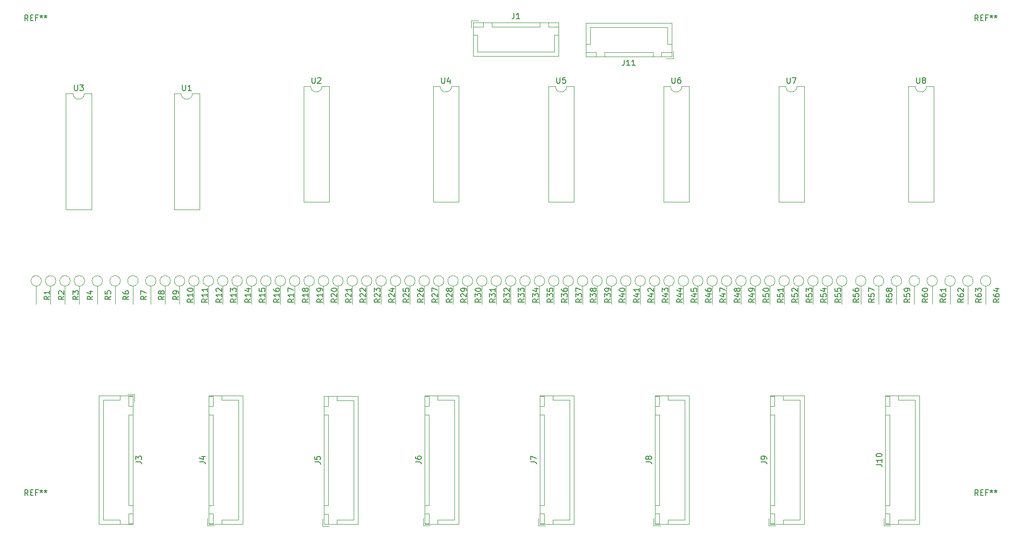
<source format=gbr>
%TF.GenerationSoftware,KiCad,Pcbnew,7.0.9*%
%TF.CreationDate,2023-12-13T10:58:26+05:30*%
%TF.ProjectId,Led_Cube_BaseControler,4c65645f-4375-4626-955f-42617365436f,rev?*%
%TF.SameCoordinates,Original*%
%TF.FileFunction,Legend,Top*%
%TF.FilePolarity,Positive*%
%FSLAX46Y46*%
G04 Gerber Fmt 4.6, Leading zero omitted, Abs format (unit mm)*
G04 Created by KiCad (PCBNEW 7.0.9) date 2023-12-13 10:58:26*
%MOMM*%
%LPD*%
G01*
G04 APERTURE LIST*
%ADD10C,0.150000*%
%ADD11C,0.120000*%
G04 APERTURE END LIST*
D10*
X55714819Y-64142857D02*
X55238628Y-64476190D01*
X55714819Y-64714285D02*
X54714819Y-64714285D01*
X54714819Y-64714285D02*
X54714819Y-64333333D01*
X54714819Y-64333333D02*
X54762438Y-64238095D01*
X54762438Y-64238095D02*
X54810057Y-64190476D01*
X54810057Y-64190476D02*
X54905295Y-64142857D01*
X54905295Y-64142857D02*
X55048152Y-64142857D01*
X55048152Y-64142857D02*
X55143390Y-64190476D01*
X55143390Y-64190476D02*
X55191009Y-64238095D01*
X55191009Y-64238095D02*
X55238628Y-64333333D01*
X55238628Y-64333333D02*
X55238628Y-64714285D01*
X55714819Y-63190476D02*
X55714819Y-63761904D01*
X55714819Y-63476190D02*
X54714819Y-63476190D01*
X54714819Y-63476190D02*
X54857676Y-63571428D01*
X54857676Y-63571428D02*
X54952914Y-63666666D01*
X54952914Y-63666666D02*
X55000533Y-63761904D01*
X54714819Y-62857142D02*
X54714819Y-62238095D01*
X54714819Y-62238095D02*
X55095771Y-62571428D01*
X55095771Y-62571428D02*
X55095771Y-62428571D01*
X55095771Y-62428571D02*
X55143390Y-62333333D01*
X55143390Y-62333333D02*
X55191009Y-62285714D01*
X55191009Y-62285714D02*
X55286247Y-62238095D01*
X55286247Y-62238095D02*
X55524342Y-62238095D01*
X55524342Y-62238095D02*
X55619580Y-62285714D01*
X55619580Y-62285714D02*
X55667200Y-62333333D01*
X55667200Y-62333333D02*
X55714819Y-62428571D01*
X55714819Y-62428571D02*
X55714819Y-62714285D01*
X55714819Y-62714285D02*
X55667200Y-62809523D01*
X55667200Y-62809523D02*
X55619580Y-62857142D01*
X101434819Y-64142857D02*
X100958628Y-64476190D01*
X101434819Y-64714285D02*
X100434819Y-64714285D01*
X100434819Y-64714285D02*
X100434819Y-64333333D01*
X100434819Y-64333333D02*
X100482438Y-64238095D01*
X100482438Y-64238095D02*
X100530057Y-64190476D01*
X100530057Y-64190476D02*
X100625295Y-64142857D01*
X100625295Y-64142857D02*
X100768152Y-64142857D01*
X100768152Y-64142857D02*
X100863390Y-64190476D01*
X100863390Y-64190476D02*
X100911009Y-64238095D01*
X100911009Y-64238095D02*
X100958628Y-64333333D01*
X100958628Y-64333333D02*
X100958628Y-64714285D01*
X100434819Y-63809523D02*
X100434819Y-63190476D01*
X100434819Y-63190476D02*
X100815771Y-63523809D01*
X100815771Y-63523809D02*
X100815771Y-63380952D01*
X100815771Y-63380952D02*
X100863390Y-63285714D01*
X100863390Y-63285714D02*
X100911009Y-63238095D01*
X100911009Y-63238095D02*
X101006247Y-63190476D01*
X101006247Y-63190476D02*
X101244342Y-63190476D01*
X101244342Y-63190476D02*
X101339580Y-63238095D01*
X101339580Y-63238095D02*
X101387200Y-63285714D01*
X101387200Y-63285714D02*
X101434819Y-63380952D01*
X101434819Y-63380952D02*
X101434819Y-63666666D01*
X101434819Y-63666666D02*
X101387200Y-63761904D01*
X101387200Y-63761904D02*
X101339580Y-63809523D01*
X101434819Y-62238095D02*
X101434819Y-62809523D01*
X101434819Y-62523809D02*
X100434819Y-62523809D01*
X100434819Y-62523809D02*
X100577676Y-62619047D01*
X100577676Y-62619047D02*
X100672914Y-62714285D01*
X100672914Y-62714285D02*
X100720533Y-62809523D01*
X124294819Y-64142857D02*
X123818628Y-64476190D01*
X124294819Y-64714285D02*
X123294819Y-64714285D01*
X123294819Y-64714285D02*
X123294819Y-64333333D01*
X123294819Y-64333333D02*
X123342438Y-64238095D01*
X123342438Y-64238095D02*
X123390057Y-64190476D01*
X123390057Y-64190476D02*
X123485295Y-64142857D01*
X123485295Y-64142857D02*
X123628152Y-64142857D01*
X123628152Y-64142857D02*
X123723390Y-64190476D01*
X123723390Y-64190476D02*
X123771009Y-64238095D01*
X123771009Y-64238095D02*
X123818628Y-64333333D01*
X123818628Y-64333333D02*
X123818628Y-64714285D01*
X123628152Y-63285714D02*
X124294819Y-63285714D01*
X123247200Y-63523809D02*
X123961485Y-63761904D01*
X123961485Y-63761904D02*
X123961485Y-63142857D01*
X123294819Y-62571428D02*
X123294819Y-62476190D01*
X123294819Y-62476190D02*
X123342438Y-62380952D01*
X123342438Y-62380952D02*
X123390057Y-62333333D01*
X123390057Y-62333333D02*
X123485295Y-62285714D01*
X123485295Y-62285714D02*
X123675771Y-62238095D01*
X123675771Y-62238095D02*
X123913866Y-62238095D01*
X123913866Y-62238095D02*
X124104342Y-62285714D01*
X124104342Y-62285714D02*
X124199580Y-62333333D01*
X124199580Y-62333333D02*
X124247200Y-62380952D01*
X124247200Y-62380952D02*
X124294819Y-62476190D01*
X124294819Y-62476190D02*
X124294819Y-62571428D01*
X124294819Y-62571428D02*
X124247200Y-62666666D01*
X124247200Y-62666666D02*
X124199580Y-62714285D01*
X124199580Y-62714285D02*
X124104342Y-62761904D01*
X124104342Y-62761904D02*
X123913866Y-62809523D01*
X123913866Y-62809523D02*
X123675771Y-62809523D01*
X123675771Y-62809523D02*
X123485295Y-62761904D01*
X123485295Y-62761904D02*
X123390057Y-62714285D01*
X123390057Y-62714285D02*
X123342438Y-62666666D01*
X123342438Y-62666666D02*
X123294819Y-62571428D01*
X134454819Y-64142857D02*
X133978628Y-64476190D01*
X134454819Y-64714285D02*
X133454819Y-64714285D01*
X133454819Y-64714285D02*
X133454819Y-64333333D01*
X133454819Y-64333333D02*
X133502438Y-64238095D01*
X133502438Y-64238095D02*
X133550057Y-64190476D01*
X133550057Y-64190476D02*
X133645295Y-64142857D01*
X133645295Y-64142857D02*
X133788152Y-64142857D01*
X133788152Y-64142857D02*
X133883390Y-64190476D01*
X133883390Y-64190476D02*
X133931009Y-64238095D01*
X133931009Y-64238095D02*
X133978628Y-64333333D01*
X133978628Y-64333333D02*
X133978628Y-64714285D01*
X133788152Y-63285714D02*
X134454819Y-63285714D01*
X133407200Y-63523809D02*
X134121485Y-63761904D01*
X134121485Y-63761904D02*
X134121485Y-63142857D01*
X133788152Y-62333333D02*
X134454819Y-62333333D01*
X133407200Y-62571428D02*
X134121485Y-62809523D01*
X134121485Y-62809523D02*
X134121485Y-62190476D01*
X106514819Y-64142857D02*
X106038628Y-64476190D01*
X106514819Y-64714285D02*
X105514819Y-64714285D01*
X105514819Y-64714285D02*
X105514819Y-64333333D01*
X105514819Y-64333333D02*
X105562438Y-64238095D01*
X105562438Y-64238095D02*
X105610057Y-64190476D01*
X105610057Y-64190476D02*
X105705295Y-64142857D01*
X105705295Y-64142857D02*
X105848152Y-64142857D01*
X105848152Y-64142857D02*
X105943390Y-64190476D01*
X105943390Y-64190476D02*
X105991009Y-64238095D01*
X105991009Y-64238095D02*
X106038628Y-64333333D01*
X106038628Y-64333333D02*
X106038628Y-64714285D01*
X105514819Y-63809523D02*
X105514819Y-63190476D01*
X105514819Y-63190476D02*
X105895771Y-63523809D01*
X105895771Y-63523809D02*
X105895771Y-63380952D01*
X105895771Y-63380952D02*
X105943390Y-63285714D01*
X105943390Y-63285714D02*
X105991009Y-63238095D01*
X105991009Y-63238095D02*
X106086247Y-63190476D01*
X106086247Y-63190476D02*
X106324342Y-63190476D01*
X106324342Y-63190476D02*
X106419580Y-63238095D01*
X106419580Y-63238095D02*
X106467200Y-63285714D01*
X106467200Y-63285714D02*
X106514819Y-63380952D01*
X106514819Y-63380952D02*
X106514819Y-63666666D01*
X106514819Y-63666666D02*
X106467200Y-63761904D01*
X106467200Y-63761904D02*
X106419580Y-63809523D01*
X105514819Y-62857142D02*
X105514819Y-62238095D01*
X105514819Y-62238095D02*
X105895771Y-62571428D01*
X105895771Y-62571428D02*
X105895771Y-62428571D01*
X105895771Y-62428571D02*
X105943390Y-62333333D01*
X105943390Y-62333333D02*
X105991009Y-62285714D01*
X105991009Y-62285714D02*
X106086247Y-62238095D01*
X106086247Y-62238095D02*
X106324342Y-62238095D01*
X106324342Y-62238095D02*
X106419580Y-62285714D01*
X106419580Y-62285714D02*
X106467200Y-62333333D01*
X106467200Y-62333333D02*
X106514819Y-62428571D01*
X106514819Y-62428571D02*
X106514819Y-62714285D01*
X106514819Y-62714285D02*
X106467200Y-62809523D01*
X106467200Y-62809523D02*
X106419580Y-62857142D01*
X174584819Y-64142857D02*
X174108628Y-64476190D01*
X174584819Y-64714285D02*
X173584819Y-64714285D01*
X173584819Y-64714285D02*
X173584819Y-64333333D01*
X173584819Y-64333333D02*
X173632438Y-64238095D01*
X173632438Y-64238095D02*
X173680057Y-64190476D01*
X173680057Y-64190476D02*
X173775295Y-64142857D01*
X173775295Y-64142857D02*
X173918152Y-64142857D01*
X173918152Y-64142857D02*
X174013390Y-64190476D01*
X174013390Y-64190476D02*
X174061009Y-64238095D01*
X174061009Y-64238095D02*
X174108628Y-64333333D01*
X174108628Y-64333333D02*
X174108628Y-64714285D01*
X173584819Y-63238095D02*
X173584819Y-63714285D01*
X173584819Y-63714285D02*
X174061009Y-63761904D01*
X174061009Y-63761904D02*
X174013390Y-63714285D01*
X174013390Y-63714285D02*
X173965771Y-63619047D01*
X173965771Y-63619047D02*
X173965771Y-63380952D01*
X173965771Y-63380952D02*
X174013390Y-63285714D01*
X174013390Y-63285714D02*
X174061009Y-63238095D01*
X174061009Y-63238095D02*
X174156247Y-63190476D01*
X174156247Y-63190476D02*
X174394342Y-63190476D01*
X174394342Y-63190476D02*
X174489580Y-63238095D01*
X174489580Y-63238095D02*
X174537200Y-63285714D01*
X174537200Y-63285714D02*
X174584819Y-63380952D01*
X174584819Y-63380952D02*
X174584819Y-63619047D01*
X174584819Y-63619047D02*
X174537200Y-63714285D01*
X174537200Y-63714285D02*
X174489580Y-63761904D01*
X174584819Y-62714285D02*
X174584819Y-62523809D01*
X174584819Y-62523809D02*
X174537200Y-62428571D01*
X174537200Y-62428571D02*
X174489580Y-62380952D01*
X174489580Y-62380952D02*
X174346723Y-62285714D01*
X174346723Y-62285714D02*
X174156247Y-62238095D01*
X174156247Y-62238095D02*
X173775295Y-62238095D01*
X173775295Y-62238095D02*
X173680057Y-62285714D01*
X173680057Y-62285714D02*
X173632438Y-62333333D01*
X173632438Y-62333333D02*
X173584819Y-62428571D01*
X173584819Y-62428571D02*
X173584819Y-62619047D01*
X173584819Y-62619047D02*
X173632438Y-62714285D01*
X173632438Y-62714285D02*
X173680057Y-62761904D01*
X173680057Y-62761904D02*
X173775295Y-62809523D01*
X173775295Y-62809523D02*
X174013390Y-62809523D01*
X174013390Y-62809523D02*
X174108628Y-62761904D01*
X174108628Y-62761904D02*
X174156247Y-62714285D01*
X174156247Y-62714285D02*
X174203866Y-62619047D01*
X174203866Y-62619047D02*
X174203866Y-62428571D01*
X174203866Y-62428571D02*
X174156247Y-62333333D01*
X174156247Y-62333333D02*
X174108628Y-62285714D01*
X174108628Y-62285714D02*
X174013390Y-62238095D01*
X114134819Y-64142857D02*
X113658628Y-64476190D01*
X114134819Y-64714285D02*
X113134819Y-64714285D01*
X113134819Y-64714285D02*
X113134819Y-64333333D01*
X113134819Y-64333333D02*
X113182438Y-64238095D01*
X113182438Y-64238095D02*
X113230057Y-64190476D01*
X113230057Y-64190476D02*
X113325295Y-64142857D01*
X113325295Y-64142857D02*
X113468152Y-64142857D01*
X113468152Y-64142857D02*
X113563390Y-64190476D01*
X113563390Y-64190476D02*
X113611009Y-64238095D01*
X113611009Y-64238095D02*
X113658628Y-64333333D01*
X113658628Y-64333333D02*
X113658628Y-64714285D01*
X113134819Y-63809523D02*
X113134819Y-63190476D01*
X113134819Y-63190476D02*
X113515771Y-63523809D01*
X113515771Y-63523809D02*
X113515771Y-63380952D01*
X113515771Y-63380952D02*
X113563390Y-63285714D01*
X113563390Y-63285714D02*
X113611009Y-63238095D01*
X113611009Y-63238095D02*
X113706247Y-63190476D01*
X113706247Y-63190476D02*
X113944342Y-63190476D01*
X113944342Y-63190476D02*
X114039580Y-63238095D01*
X114039580Y-63238095D02*
X114087200Y-63285714D01*
X114087200Y-63285714D02*
X114134819Y-63380952D01*
X114134819Y-63380952D02*
X114134819Y-63666666D01*
X114134819Y-63666666D02*
X114087200Y-63761904D01*
X114087200Y-63761904D02*
X114039580Y-63809523D01*
X113134819Y-62333333D02*
X113134819Y-62523809D01*
X113134819Y-62523809D02*
X113182438Y-62619047D01*
X113182438Y-62619047D02*
X113230057Y-62666666D01*
X113230057Y-62666666D02*
X113372914Y-62761904D01*
X113372914Y-62761904D02*
X113563390Y-62809523D01*
X113563390Y-62809523D02*
X113944342Y-62809523D01*
X113944342Y-62809523D02*
X114039580Y-62761904D01*
X114039580Y-62761904D02*
X114087200Y-62714285D01*
X114087200Y-62714285D02*
X114134819Y-62619047D01*
X114134819Y-62619047D02*
X114134819Y-62428571D01*
X114134819Y-62428571D02*
X114087200Y-62333333D01*
X114087200Y-62333333D02*
X114039580Y-62285714D01*
X114039580Y-62285714D02*
X113944342Y-62238095D01*
X113944342Y-62238095D02*
X113706247Y-62238095D01*
X113706247Y-62238095D02*
X113611009Y-62285714D01*
X113611009Y-62285714D02*
X113563390Y-62333333D01*
X113563390Y-62333333D02*
X113515771Y-62428571D01*
X113515771Y-62428571D02*
X113515771Y-62619047D01*
X113515771Y-62619047D02*
X113563390Y-62714285D01*
X113563390Y-62714285D02*
X113611009Y-62761904D01*
X113611009Y-62761904D02*
X113706247Y-62809523D01*
X87344819Y-92903333D02*
X88059104Y-92903333D01*
X88059104Y-92903333D02*
X88201961Y-92950952D01*
X88201961Y-92950952D02*
X88297200Y-93046190D01*
X88297200Y-93046190D02*
X88344819Y-93189047D01*
X88344819Y-93189047D02*
X88344819Y-93284285D01*
X87344819Y-91998571D02*
X87344819Y-92189047D01*
X87344819Y-92189047D02*
X87392438Y-92284285D01*
X87392438Y-92284285D02*
X87440057Y-92331904D01*
X87440057Y-92331904D02*
X87582914Y-92427142D01*
X87582914Y-92427142D02*
X87773390Y-92474761D01*
X87773390Y-92474761D02*
X88154342Y-92474761D01*
X88154342Y-92474761D02*
X88249580Y-92427142D01*
X88249580Y-92427142D02*
X88297200Y-92379523D01*
X88297200Y-92379523D02*
X88344819Y-92284285D01*
X88344819Y-92284285D02*
X88344819Y-92093809D01*
X88344819Y-92093809D02*
X88297200Y-91998571D01*
X88297200Y-91998571D02*
X88249580Y-91950952D01*
X88249580Y-91950952D02*
X88154342Y-91903333D01*
X88154342Y-91903333D02*
X87916247Y-91903333D01*
X87916247Y-91903333D02*
X87821009Y-91950952D01*
X87821009Y-91950952D02*
X87773390Y-91998571D01*
X87773390Y-91998571D02*
X87725771Y-92093809D01*
X87725771Y-92093809D02*
X87725771Y-92284285D01*
X87725771Y-92284285D02*
X87773390Y-92379523D01*
X87773390Y-92379523D02*
X87821009Y-92427142D01*
X87821009Y-92427142D02*
X87916247Y-92474761D01*
X83654819Y-64142857D02*
X83178628Y-64476190D01*
X83654819Y-64714285D02*
X82654819Y-64714285D01*
X82654819Y-64714285D02*
X82654819Y-64333333D01*
X82654819Y-64333333D02*
X82702438Y-64238095D01*
X82702438Y-64238095D02*
X82750057Y-64190476D01*
X82750057Y-64190476D02*
X82845295Y-64142857D01*
X82845295Y-64142857D02*
X82988152Y-64142857D01*
X82988152Y-64142857D02*
X83083390Y-64190476D01*
X83083390Y-64190476D02*
X83131009Y-64238095D01*
X83131009Y-64238095D02*
X83178628Y-64333333D01*
X83178628Y-64333333D02*
X83178628Y-64714285D01*
X82750057Y-63761904D02*
X82702438Y-63714285D01*
X82702438Y-63714285D02*
X82654819Y-63619047D01*
X82654819Y-63619047D02*
X82654819Y-63380952D01*
X82654819Y-63380952D02*
X82702438Y-63285714D01*
X82702438Y-63285714D02*
X82750057Y-63238095D01*
X82750057Y-63238095D02*
X82845295Y-63190476D01*
X82845295Y-63190476D02*
X82940533Y-63190476D01*
X82940533Y-63190476D02*
X83083390Y-63238095D01*
X83083390Y-63238095D02*
X83654819Y-63809523D01*
X83654819Y-63809523D02*
X83654819Y-63190476D01*
X82988152Y-62333333D02*
X83654819Y-62333333D01*
X82607200Y-62571428D02*
X83321485Y-62809523D01*
X83321485Y-62809523D02*
X83321485Y-62190476D01*
X103974819Y-64142857D02*
X103498628Y-64476190D01*
X103974819Y-64714285D02*
X102974819Y-64714285D01*
X102974819Y-64714285D02*
X102974819Y-64333333D01*
X102974819Y-64333333D02*
X103022438Y-64238095D01*
X103022438Y-64238095D02*
X103070057Y-64190476D01*
X103070057Y-64190476D02*
X103165295Y-64142857D01*
X103165295Y-64142857D02*
X103308152Y-64142857D01*
X103308152Y-64142857D02*
X103403390Y-64190476D01*
X103403390Y-64190476D02*
X103451009Y-64238095D01*
X103451009Y-64238095D02*
X103498628Y-64333333D01*
X103498628Y-64333333D02*
X103498628Y-64714285D01*
X102974819Y-63809523D02*
X102974819Y-63190476D01*
X102974819Y-63190476D02*
X103355771Y-63523809D01*
X103355771Y-63523809D02*
X103355771Y-63380952D01*
X103355771Y-63380952D02*
X103403390Y-63285714D01*
X103403390Y-63285714D02*
X103451009Y-63238095D01*
X103451009Y-63238095D02*
X103546247Y-63190476D01*
X103546247Y-63190476D02*
X103784342Y-63190476D01*
X103784342Y-63190476D02*
X103879580Y-63238095D01*
X103879580Y-63238095D02*
X103927200Y-63285714D01*
X103927200Y-63285714D02*
X103974819Y-63380952D01*
X103974819Y-63380952D02*
X103974819Y-63666666D01*
X103974819Y-63666666D02*
X103927200Y-63761904D01*
X103927200Y-63761904D02*
X103879580Y-63809523D01*
X103070057Y-62809523D02*
X103022438Y-62761904D01*
X103022438Y-62761904D02*
X102974819Y-62666666D01*
X102974819Y-62666666D02*
X102974819Y-62428571D01*
X102974819Y-62428571D02*
X103022438Y-62333333D01*
X103022438Y-62333333D02*
X103070057Y-62285714D01*
X103070057Y-62285714D02*
X103165295Y-62238095D01*
X103165295Y-62238095D02*
X103260533Y-62238095D01*
X103260533Y-62238095D02*
X103403390Y-62285714D01*
X103403390Y-62285714D02*
X103974819Y-62857142D01*
X103974819Y-62857142D02*
X103974819Y-62238095D01*
X107664819Y-92903333D02*
X108379104Y-92903333D01*
X108379104Y-92903333D02*
X108521961Y-92950952D01*
X108521961Y-92950952D02*
X108617200Y-93046190D01*
X108617200Y-93046190D02*
X108664819Y-93189047D01*
X108664819Y-93189047D02*
X108664819Y-93284285D01*
X107664819Y-92522380D02*
X107664819Y-91855714D01*
X107664819Y-91855714D02*
X108664819Y-92284285D01*
X88734819Y-64142857D02*
X88258628Y-64476190D01*
X88734819Y-64714285D02*
X87734819Y-64714285D01*
X87734819Y-64714285D02*
X87734819Y-64333333D01*
X87734819Y-64333333D02*
X87782438Y-64238095D01*
X87782438Y-64238095D02*
X87830057Y-64190476D01*
X87830057Y-64190476D02*
X87925295Y-64142857D01*
X87925295Y-64142857D02*
X88068152Y-64142857D01*
X88068152Y-64142857D02*
X88163390Y-64190476D01*
X88163390Y-64190476D02*
X88211009Y-64238095D01*
X88211009Y-64238095D02*
X88258628Y-64333333D01*
X88258628Y-64333333D02*
X88258628Y-64714285D01*
X87830057Y-63761904D02*
X87782438Y-63714285D01*
X87782438Y-63714285D02*
X87734819Y-63619047D01*
X87734819Y-63619047D02*
X87734819Y-63380952D01*
X87734819Y-63380952D02*
X87782438Y-63285714D01*
X87782438Y-63285714D02*
X87830057Y-63238095D01*
X87830057Y-63238095D02*
X87925295Y-63190476D01*
X87925295Y-63190476D02*
X88020533Y-63190476D01*
X88020533Y-63190476D02*
X88163390Y-63238095D01*
X88163390Y-63238095D02*
X88734819Y-63809523D01*
X88734819Y-63809523D02*
X88734819Y-63190476D01*
X87734819Y-62333333D02*
X87734819Y-62523809D01*
X87734819Y-62523809D02*
X87782438Y-62619047D01*
X87782438Y-62619047D02*
X87830057Y-62666666D01*
X87830057Y-62666666D02*
X87972914Y-62761904D01*
X87972914Y-62761904D02*
X88163390Y-62809523D01*
X88163390Y-62809523D02*
X88544342Y-62809523D01*
X88544342Y-62809523D02*
X88639580Y-62761904D01*
X88639580Y-62761904D02*
X88687200Y-62714285D01*
X88687200Y-62714285D02*
X88734819Y-62619047D01*
X88734819Y-62619047D02*
X88734819Y-62428571D01*
X88734819Y-62428571D02*
X88687200Y-62333333D01*
X88687200Y-62333333D02*
X88639580Y-62285714D01*
X88639580Y-62285714D02*
X88544342Y-62238095D01*
X88544342Y-62238095D02*
X88306247Y-62238095D01*
X88306247Y-62238095D02*
X88211009Y-62285714D01*
X88211009Y-62285714D02*
X88163390Y-62333333D01*
X88163390Y-62333333D02*
X88115771Y-62428571D01*
X88115771Y-62428571D02*
X88115771Y-62619047D01*
X88115771Y-62619047D02*
X88163390Y-62714285D01*
X88163390Y-62714285D02*
X88211009Y-62761904D01*
X88211009Y-62761904D02*
X88306247Y-62809523D01*
X139534819Y-64142857D02*
X139058628Y-64476190D01*
X139534819Y-64714285D02*
X138534819Y-64714285D01*
X138534819Y-64714285D02*
X138534819Y-64333333D01*
X138534819Y-64333333D02*
X138582438Y-64238095D01*
X138582438Y-64238095D02*
X138630057Y-64190476D01*
X138630057Y-64190476D02*
X138725295Y-64142857D01*
X138725295Y-64142857D02*
X138868152Y-64142857D01*
X138868152Y-64142857D02*
X138963390Y-64190476D01*
X138963390Y-64190476D02*
X139011009Y-64238095D01*
X139011009Y-64238095D02*
X139058628Y-64333333D01*
X139058628Y-64333333D02*
X139058628Y-64714285D01*
X138868152Y-63285714D02*
X139534819Y-63285714D01*
X138487200Y-63523809D02*
X139201485Y-63761904D01*
X139201485Y-63761904D02*
X139201485Y-63142857D01*
X138534819Y-62333333D02*
X138534819Y-62523809D01*
X138534819Y-62523809D02*
X138582438Y-62619047D01*
X138582438Y-62619047D02*
X138630057Y-62666666D01*
X138630057Y-62666666D02*
X138772914Y-62761904D01*
X138772914Y-62761904D02*
X138963390Y-62809523D01*
X138963390Y-62809523D02*
X139344342Y-62809523D01*
X139344342Y-62809523D02*
X139439580Y-62761904D01*
X139439580Y-62761904D02*
X139487200Y-62714285D01*
X139487200Y-62714285D02*
X139534819Y-62619047D01*
X139534819Y-62619047D02*
X139534819Y-62428571D01*
X139534819Y-62428571D02*
X139487200Y-62333333D01*
X139487200Y-62333333D02*
X139439580Y-62285714D01*
X139439580Y-62285714D02*
X139344342Y-62238095D01*
X139344342Y-62238095D02*
X139106247Y-62238095D01*
X139106247Y-62238095D02*
X139011009Y-62285714D01*
X139011009Y-62285714D02*
X138963390Y-62333333D01*
X138963390Y-62333333D02*
X138915771Y-62428571D01*
X138915771Y-62428571D02*
X138915771Y-62619047D01*
X138915771Y-62619047D02*
X138963390Y-62714285D01*
X138963390Y-62714285D02*
X139011009Y-62761904D01*
X139011009Y-62761904D02*
X139106247Y-62809523D01*
X78574819Y-64142857D02*
X78098628Y-64476190D01*
X78574819Y-64714285D02*
X77574819Y-64714285D01*
X77574819Y-64714285D02*
X77574819Y-64333333D01*
X77574819Y-64333333D02*
X77622438Y-64238095D01*
X77622438Y-64238095D02*
X77670057Y-64190476D01*
X77670057Y-64190476D02*
X77765295Y-64142857D01*
X77765295Y-64142857D02*
X77908152Y-64142857D01*
X77908152Y-64142857D02*
X78003390Y-64190476D01*
X78003390Y-64190476D02*
X78051009Y-64238095D01*
X78051009Y-64238095D02*
X78098628Y-64333333D01*
X78098628Y-64333333D02*
X78098628Y-64714285D01*
X77670057Y-63761904D02*
X77622438Y-63714285D01*
X77622438Y-63714285D02*
X77574819Y-63619047D01*
X77574819Y-63619047D02*
X77574819Y-63380952D01*
X77574819Y-63380952D02*
X77622438Y-63285714D01*
X77622438Y-63285714D02*
X77670057Y-63238095D01*
X77670057Y-63238095D02*
X77765295Y-63190476D01*
X77765295Y-63190476D02*
X77860533Y-63190476D01*
X77860533Y-63190476D02*
X78003390Y-63238095D01*
X78003390Y-63238095D02*
X78574819Y-63809523D01*
X78574819Y-63809523D02*
X78574819Y-63190476D01*
X77670057Y-62809523D02*
X77622438Y-62761904D01*
X77622438Y-62761904D02*
X77574819Y-62666666D01*
X77574819Y-62666666D02*
X77574819Y-62428571D01*
X77574819Y-62428571D02*
X77622438Y-62333333D01*
X77622438Y-62333333D02*
X77670057Y-62285714D01*
X77670057Y-62285714D02*
X77765295Y-62238095D01*
X77765295Y-62238095D02*
X77860533Y-62238095D01*
X77860533Y-62238095D02*
X78003390Y-62285714D01*
X78003390Y-62285714D02*
X78574819Y-62857142D01*
X78574819Y-62857142D02*
X78574819Y-62238095D01*
X86194819Y-64142857D02*
X85718628Y-64476190D01*
X86194819Y-64714285D02*
X85194819Y-64714285D01*
X85194819Y-64714285D02*
X85194819Y-64333333D01*
X85194819Y-64333333D02*
X85242438Y-64238095D01*
X85242438Y-64238095D02*
X85290057Y-64190476D01*
X85290057Y-64190476D02*
X85385295Y-64142857D01*
X85385295Y-64142857D02*
X85528152Y-64142857D01*
X85528152Y-64142857D02*
X85623390Y-64190476D01*
X85623390Y-64190476D02*
X85671009Y-64238095D01*
X85671009Y-64238095D02*
X85718628Y-64333333D01*
X85718628Y-64333333D02*
X85718628Y-64714285D01*
X85290057Y-63761904D02*
X85242438Y-63714285D01*
X85242438Y-63714285D02*
X85194819Y-63619047D01*
X85194819Y-63619047D02*
X85194819Y-63380952D01*
X85194819Y-63380952D02*
X85242438Y-63285714D01*
X85242438Y-63285714D02*
X85290057Y-63238095D01*
X85290057Y-63238095D02*
X85385295Y-63190476D01*
X85385295Y-63190476D02*
X85480533Y-63190476D01*
X85480533Y-63190476D02*
X85623390Y-63238095D01*
X85623390Y-63238095D02*
X86194819Y-63809523D01*
X86194819Y-63809523D02*
X86194819Y-63190476D01*
X85194819Y-62285714D02*
X85194819Y-62761904D01*
X85194819Y-62761904D02*
X85671009Y-62809523D01*
X85671009Y-62809523D02*
X85623390Y-62761904D01*
X85623390Y-62761904D02*
X85575771Y-62666666D01*
X85575771Y-62666666D02*
X85575771Y-62428571D01*
X85575771Y-62428571D02*
X85623390Y-62333333D01*
X85623390Y-62333333D02*
X85671009Y-62285714D01*
X85671009Y-62285714D02*
X85766247Y-62238095D01*
X85766247Y-62238095D02*
X86004342Y-62238095D01*
X86004342Y-62238095D02*
X86099580Y-62285714D01*
X86099580Y-62285714D02*
X86147200Y-62333333D01*
X86147200Y-62333333D02*
X86194819Y-62428571D01*
X86194819Y-62428571D02*
X86194819Y-62666666D01*
X86194819Y-62666666D02*
X86147200Y-62761904D01*
X86147200Y-62761904D02*
X86099580Y-62809523D01*
X109054819Y-64142857D02*
X108578628Y-64476190D01*
X109054819Y-64714285D02*
X108054819Y-64714285D01*
X108054819Y-64714285D02*
X108054819Y-64333333D01*
X108054819Y-64333333D02*
X108102438Y-64238095D01*
X108102438Y-64238095D02*
X108150057Y-64190476D01*
X108150057Y-64190476D02*
X108245295Y-64142857D01*
X108245295Y-64142857D02*
X108388152Y-64142857D01*
X108388152Y-64142857D02*
X108483390Y-64190476D01*
X108483390Y-64190476D02*
X108531009Y-64238095D01*
X108531009Y-64238095D02*
X108578628Y-64333333D01*
X108578628Y-64333333D02*
X108578628Y-64714285D01*
X108054819Y-63809523D02*
X108054819Y-63190476D01*
X108054819Y-63190476D02*
X108435771Y-63523809D01*
X108435771Y-63523809D02*
X108435771Y-63380952D01*
X108435771Y-63380952D02*
X108483390Y-63285714D01*
X108483390Y-63285714D02*
X108531009Y-63238095D01*
X108531009Y-63238095D02*
X108626247Y-63190476D01*
X108626247Y-63190476D02*
X108864342Y-63190476D01*
X108864342Y-63190476D02*
X108959580Y-63238095D01*
X108959580Y-63238095D02*
X109007200Y-63285714D01*
X109007200Y-63285714D02*
X109054819Y-63380952D01*
X109054819Y-63380952D02*
X109054819Y-63666666D01*
X109054819Y-63666666D02*
X109007200Y-63761904D01*
X109007200Y-63761904D02*
X108959580Y-63809523D01*
X108388152Y-62333333D02*
X109054819Y-62333333D01*
X108007200Y-62571428D02*
X108721485Y-62809523D01*
X108721485Y-62809523D02*
X108721485Y-62190476D01*
X68414819Y-64142857D02*
X67938628Y-64476190D01*
X68414819Y-64714285D02*
X67414819Y-64714285D01*
X67414819Y-64714285D02*
X67414819Y-64333333D01*
X67414819Y-64333333D02*
X67462438Y-64238095D01*
X67462438Y-64238095D02*
X67510057Y-64190476D01*
X67510057Y-64190476D02*
X67605295Y-64142857D01*
X67605295Y-64142857D02*
X67748152Y-64142857D01*
X67748152Y-64142857D02*
X67843390Y-64190476D01*
X67843390Y-64190476D02*
X67891009Y-64238095D01*
X67891009Y-64238095D02*
X67938628Y-64333333D01*
X67938628Y-64333333D02*
X67938628Y-64714285D01*
X68414819Y-63190476D02*
X68414819Y-63761904D01*
X68414819Y-63476190D02*
X67414819Y-63476190D01*
X67414819Y-63476190D02*
X67557676Y-63571428D01*
X67557676Y-63571428D02*
X67652914Y-63666666D01*
X67652914Y-63666666D02*
X67700533Y-63761904D01*
X67843390Y-62619047D02*
X67795771Y-62714285D01*
X67795771Y-62714285D02*
X67748152Y-62761904D01*
X67748152Y-62761904D02*
X67652914Y-62809523D01*
X67652914Y-62809523D02*
X67605295Y-62809523D01*
X67605295Y-62809523D02*
X67510057Y-62761904D01*
X67510057Y-62761904D02*
X67462438Y-62714285D01*
X67462438Y-62714285D02*
X67414819Y-62619047D01*
X67414819Y-62619047D02*
X67414819Y-62428571D01*
X67414819Y-62428571D02*
X67462438Y-62333333D01*
X67462438Y-62333333D02*
X67510057Y-62285714D01*
X67510057Y-62285714D02*
X67605295Y-62238095D01*
X67605295Y-62238095D02*
X67652914Y-62238095D01*
X67652914Y-62238095D02*
X67748152Y-62285714D01*
X67748152Y-62285714D02*
X67795771Y-62333333D01*
X67795771Y-62333333D02*
X67843390Y-62428571D01*
X67843390Y-62428571D02*
X67843390Y-62619047D01*
X67843390Y-62619047D02*
X67891009Y-62714285D01*
X67891009Y-62714285D02*
X67938628Y-62761904D01*
X67938628Y-62761904D02*
X68033866Y-62809523D01*
X68033866Y-62809523D02*
X68224342Y-62809523D01*
X68224342Y-62809523D02*
X68319580Y-62761904D01*
X68319580Y-62761904D02*
X68367200Y-62714285D01*
X68367200Y-62714285D02*
X68414819Y-62619047D01*
X68414819Y-62619047D02*
X68414819Y-62428571D01*
X68414819Y-62428571D02*
X68367200Y-62333333D01*
X68367200Y-62333333D02*
X68319580Y-62285714D01*
X68319580Y-62285714D02*
X68224342Y-62238095D01*
X68224342Y-62238095D02*
X68033866Y-62238095D01*
X68033866Y-62238095D02*
X67938628Y-62285714D01*
X67938628Y-62285714D02*
X67891009Y-62333333D01*
X67891009Y-62333333D02*
X67843390Y-62428571D01*
X154774819Y-64142857D02*
X154298628Y-64476190D01*
X154774819Y-64714285D02*
X153774819Y-64714285D01*
X153774819Y-64714285D02*
X153774819Y-64333333D01*
X153774819Y-64333333D02*
X153822438Y-64238095D01*
X153822438Y-64238095D02*
X153870057Y-64190476D01*
X153870057Y-64190476D02*
X153965295Y-64142857D01*
X153965295Y-64142857D02*
X154108152Y-64142857D01*
X154108152Y-64142857D02*
X154203390Y-64190476D01*
X154203390Y-64190476D02*
X154251009Y-64238095D01*
X154251009Y-64238095D02*
X154298628Y-64333333D01*
X154298628Y-64333333D02*
X154298628Y-64714285D01*
X153774819Y-63238095D02*
X153774819Y-63714285D01*
X153774819Y-63714285D02*
X154251009Y-63761904D01*
X154251009Y-63761904D02*
X154203390Y-63714285D01*
X154203390Y-63714285D02*
X154155771Y-63619047D01*
X154155771Y-63619047D02*
X154155771Y-63380952D01*
X154155771Y-63380952D02*
X154203390Y-63285714D01*
X154203390Y-63285714D02*
X154251009Y-63238095D01*
X154251009Y-63238095D02*
X154346247Y-63190476D01*
X154346247Y-63190476D02*
X154584342Y-63190476D01*
X154584342Y-63190476D02*
X154679580Y-63238095D01*
X154679580Y-63238095D02*
X154727200Y-63285714D01*
X154727200Y-63285714D02*
X154774819Y-63380952D01*
X154774819Y-63380952D02*
X154774819Y-63619047D01*
X154774819Y-63619047D02*
X154727200Y-63714285D01*
X154727200Y-63714285D02*
X154679580Y-63761904D01*
X153870057Y-62809523D02*
X153822438Y-62761904D01*
X153822438Y-62761904D02*
X153774819Y-62666666D01*
X153774819Y-62666666D02*
X153774819Y-62428571D01*
X153774819Y-62428571D02*
X153822438Y-62333333D01*
X153822438Y-62333333D02*
X153870057Y-62285714D01*
X153870057Y-62285714D02*
X153965295Y-62238095D01*
X153965295Y-62238095D02*
X154060533Y-62238095D01*
X154060533Y-62238095D02*
X154203390Y-62285714D01*
X154203390Y-62285714D02*
X154774819Y-62857142D01*
X154774819Y-62857142D02*
X154774819Y-62238095D01*
X93814819Y-64142857D02*
X93338628Y-64476190D01*
X93814819Y-64714285D02*
X92814819Y-64714285D01*
X92814819Y-64714285D02*
X92814819Y-64333333D01*
X92814819Y-64333333D02*
X92862438Y-64238095D01*
X92862438Y-64238095D02*
X92910057Y-64190476D01*
X92910057Y-64190476D02*
X93005295Y-64142857D01*
X93005295Y-64142857D02*
X93148152Y-64142857D01*
X93148152Y-64142857D02*
X93243390Y-64190476D01*
X93243390Y-64190476D02*
X93291009Y-64238095D01*
X93291009Y-64238095D02*
X93338628Y-64333333D01*
X93338628Y-64333333D02*
X93338628Y-64714285D01*
X92910057Y-63761904D02*
X92862438Y-63714285D01*
X92862438Y-63714285D02*
X92814819Y-63619047D01*
X92814819Y-63619047D02*
X92814819Y-63380952D01*
X92814819Y-63380952D02*
X92862438Y-63285714D01*
X92862438Y-63285714D02*
X92910057Y-63238095D01*
X92910057Y-63238095D02*
X93005295Y-63190476D01*
X93005295Y-63190476D02*
X93100533Y-63190476D01*
X93100533Y-63190476D02*
X93243390Y-63238095D01*
X93243390Y-63238095D02*
X93814819Y-63809523D01*
X93814819Y-63809523D02*
X93814819Y-63190476D01*
X93243390Y-62619047D02*
X93195771Y-62714285D01*
X93195771Y-62714285D02*
X93148152Y-62761904D01*
X93148152Y-62761904D02*
X93052914Y-62809523D01*
X93052914Y-62809523D02*
X93005295Y-62809523D01*
X93005295Y-62809523D02*
X92910057Y-62761904D01*
X92910057Y-62761904D02*
X92862438Y-62714285D01*
X92862438Y-62714285D02*
X92814819Y-62619047D01*
X92814819Y-62619047D02*
X92814819Y-62428571D01*
X92814819Y-62428571D02*
X92862438Y-62333333D01*
X92862438Y-62333333D02*
X92910057Y-62285714D01*
X92910057Y-62285714D02*
X93005295Y-62238095D01*
X93005295Y-62238095D02*
X93052914Y-62238095D01*
X93052914Y-62238095D02*
X93148152Y-62285714D01*
X93148152Y-62285714D02*
X93195771Y-62333333D01*
X93195771Y-62333333D02*
X93243390Y-62428571D01*
X93243390Y-62428571D02*
X93243390Y-62619047D01*
X93243390Y-62619047D02*
X93291009Y-62714285D01*
X93291009Y-62714285D02*
X93338628Y-62761904D01*
X93338628Y-62761904D02*
X93433866Y-62809523D01*
X93433866Y-62809523D02*
X93624342Y-62809523D01*
X93624342Y-62809523D02*
X93719580Y-62761904D01*
X93719580Y-62761904D02*
X93767200Y-62714285D01*
X93767200Y-62714285D02*
X93814819Y-62619047D01*
X93814819Y-62619047D02*
X93814819Y-62428571D01*
X93814819Y-62428571D02*
X93767200Y-62333333D01*
X93767200Y-62333333D02*
X93719580Y-62285714D01*
X93719580Y-62285714D02*
X93624342Y-62238095D01*
X93624342Y-62238095D02*
X93433866Y-62238095D01*
X93433866Y-62238095D02*
X93338628Y-62285714D01*
X93338628Y-62285714D02*
X93291009Y-62333333D01*
X93291009Y-62333333D02*
X93243390Y-62428571D01*
X69564819Y-92943333D02*
X70279104Y-92943333D01*
X70279104Y-92943333D02*
X70421961Y-92990952D01*
X70421961Y-92990952D02*
X70517200Y-93086190D01*
X70517200Y-93086190D02*
X70564819Y-93229047D01*
X70564819Y-93229047D02*
X70564819Y-93324285D01*
X69564819Y-91990952D02*
X69564819Y-92467142D01*
X69564819Y-92467142D02*
X70041009Y-92514761D01*
X70041009Y-92514761D02*
X69993390Y-92467142D01*
X69993390Y-92467142D02*
X69945771Y-92371904D01*
X69945771Y-92371904D02*
X69945771Y-92133809D01*
X69945771Y-92133809D02*
X69993390Y-92038571D01*
X69993390Y-92038571D02*
X70041009Y-91990952D01*
X70041009Y-91990952D02*
X70136247Y-91943333D01*
X70136247Y-91943333D02*
X70374342Y-91943333D01*
X70374342Y-91943333D02*
X70469580Y-91990952D01*
X70469580Y-91990952D02*
X70517200Y-92038571D01*
X70517200Y-92038571D02*
X70564819Y-92133809D01*
X70564819Y-92133809D02*
X70564819Y-92371904D01*
X70564819Y-92371904D02*
X70517200Y-92467142D01*
X70517200Y-92467142D02*
X70469580Y-92514761D01*
X124170476Y-21924819D02*
X124170476Y-22639104D01*
X124170476Y-22639104D02*
X124122857Y-22781961D01*
X124122857Y-22781961D02*
X124027619Y-22877200D01*
X124027619Y-22877200D02*
X123884762Y-22924819D01*
X123884762Y-22924819D02*
X123789524Y-22924819D01*
X125170476Y-22924819D02*
X124599048Y-22924819D01*
X124884762Y-22924819D02*
X124884762Y-21924819D01*
X124884762Y-21924819D02*
X124789524Y-22067676D01*
X124789524Y-22067676D02*
X124694286Y-22162914D01*
X124694286Y-22162914D02*
X124599048Y-22210533D01*
X126122857Y-22924819D02*
X125551429Y-22924819D01*
X125837143Y-22924819D02*
X125837143Y-21924819D01*
X125837143Y-21924819D02*
X125741905Y-22067676D01*
X125741905Y-22067676D02*
X125646667Y-22162914D01*
X125646667Y-22162914D02*
X125551429Y-22210533D01*
X177734819Y-64142857D02*
X177258628Y-64476190D01*
X177734819Y-64714285D02*
X176734819Y-64714285D01*
X176734819Y-64714285D02*
X176734819Y-64333333D01*
X176734819Y-64333333D02*
X176782438Y-64238095D01*
X176782438Y-64238095D02*
X176830057Y-64190476D01*
X176830057Y-64190476D02*
X176925295Y-64142857D01*
X176925295Y-64142857D02*
X177068152Y-64142857D01*
X177068152Y-64142857D02*
X177163390Y-64190476D01*
X177163390Y-64190476D02*
X177211009Y-64238095D01*
X177211009Y-64238095D02*
X177258628Y-64333333D01*
X177258628Y-64333333D02*
X177258628Y-64714285D01*
X176734819Y-63285714D02*
X176734819Y-63476190D01*
X176734819Y-63476190D02*
X176782438Y-63571428D01*
X176782438Y-63571428D02*
X176830057Y-63619047D01*
X176830057Y-63619047D02*
X176972914Y-63714285D01*
X176972914Y-63714285D02*
X177163390Y-63761904D01*
X177163390Y-63761904D02*
X177544342Y-63761904D01*
X177544342Y-63761904D02*
X177639580Y-63714285D01*
X177639580Y-63714285D02*
X177687200Y-63666666D01*
X177687200Y-63666666D02*
X177734819Y-63571428D01*
X177734819Y-63571428D02*
X177734819Y-63380952D01*
X177734819Y-63380952D02*
X177687200Y-63285714D01*
X177687200Y-63285714D02*
X177639580Y-63238095D01*
X177639580Y-63238095D02*
X177544342Y-63190476D01*
X177544342Y-63190476D02*
X177306247Y-63190476D01*
X177306247Y-63190476D02*
X177211009Y-63238095D01*
X177211009Y-63238095D02*
X177163390Y-63285714D01*
X177163390Y-63285714D02*
X177115771Y-63380952D01*
X177115771Y-63380952D02*
X177115771Y-63571428D01*
X177115771Y-63571428D02*
X177163390Y-63666666D01*
X177163390Y-63666666D02*
X177211009Y-63714285D01*
X177211009Y-63714285D02*
X177306247Y-63761904D01*
X176734819Y-62571428D02*
X176734819Y-62476190D01*
X176734819Y-62476190D02*
X176782438Y-62380952D01*
X176782438Y-62380952D02*
X176830057Y-62333333D01*
X176830057Y-62333333D02*
X176925295Y-62285714D01*
X176925295Y-62285714D02*
X177115771Y-62238095D01*
X177115771Y-62238095D02*
X177353866Y-62238095D01*
X177353866Y-62238095D02*
X177544342Y-62285714D01*
X177544342Y-62285714D02*
X177639580Y-62333333D01*
X177639580Y-62333333D02*
X177687200Y-62380952D01*
X177687200Y-62380952D02*
X177734819Y-62476190D01*
X177734819Y-62476190D02*
X177734819Y-62571428D01*
X177734819Y-62571428D02*
X177687200Y-62666666D01*
X177687200Y-62666666D02*
X177639580Y-62714285D01*
X177639580Y-62714285D02*
X177544342Y-62761904D01*
X177544342Y-62761904D02*
X177353866Y-62809523D01*
X177353866Y-62809523D02*
X177115771Y-62809523D01*
X177115771Y-62809523D02*
X176925295Y-62761904D01*
X176925295Y-62761904D02*
X176830057Y-62714285D01*
X176830057Y-62714285D02*
X176782438Y-62666666D01*
X176782438Y-62666666D02*
X176734819Y-62571428D01*
X58254819Y-64142857D02*
X57778628Y-64476190D01*
X58254819Y-64714285D02*
X57254819Y-64714285D01*
X57254819Y-64714285D02*
X57254819Y-64333333D01*
X57254819Y-64333333D02*
X57302438Y-64238095D01*
X57302438Y-64238095D02*
X57350057Y-64190476D01*
X57350057Y-64190476D02*
X57445295Y-64142857D01*
X57445295Y-64142857D02*
X57588152Y-64142857D01*
X57588152Y-64142857D02*
X57683390Y-64190476D01*
X57683390Y-64190476D02*
X57731009Y-64238095D01*
X57731009Y-64238095D02*
X57778628Y-64333333D01*
X57778628Y-64333333D02*
X57778628Y-64714285D01*
X58254819Y-63190476D02*
X58254819Y-63761904D01*
X58254819Y-63476190D02*
X57254819Y-63476190D01*
X57254819Y-63476190D02*
X57397676Y-63571428D01*
X57397676Y-63571428D02*
X57492914Y-63666666D01*
X57492914Y-63666666D02*
X57540533Y-63761904D01*
X57588152Y-62333333D02*
X58254819Y-62333333D01*
X57207200Y-62571428D02*
X57921485Y-62809523D01*
X57921485Y-62809523D02*
X57921485Y-62190476D01*
X27163095Y-26349819D02*
X27163095Y-27159342D01*
X27163095Y-27159342D02*
X27210714Y-27254580D01*
X27210714Y-27254580D02*
X27258333Y-27302200D01*
X27258333Y-27302200D02*
X27353571Y-27349819D01*
X27353571Y-27349819D02*
X27544047Y-27349819D01*
X27544047Y-27349819D02*
X27639285Y-27302200D01*
X27639285Y-27302200D02*
X27686904Y-27254580D01*
X27686904Y-27254580D02*
X27734523Y-27159342D01*
X27734523Y-27159342D02*
X27734523Y-26349819D01*
X28115476Y-26349819D02*
X28734523Y-26349819D01*
X28734523Y-26349819D02*
X28401190Y-26730771D01*
X28401190Y-26730771D02*
X28544047Y-26730771D01*
X28544047Y-26730771D02*
X28639285Y-26778390D01*
X28639285Y-26778390D02*
X28686904Y-26826009D01*
X28686904Y-26826009D02*
X28734523Y-26921247D01*
X28734523Y-26921247D02*
X28734523Y-27159342D01*
X28734523Y-27159342D02*
X28686904Y-27254580D01*
X28686904Y-27254580D02*
X28639285Y-27302200D01*
X28639285Y-27302200D02*
X28544047Y-27349819D01*
X28544047Y-27349819D02*
X28258333Y-27349819D01*
X28258333Y-27349819D02*
X28163095Y-27302200D01*
X28163095Y-27302200D02*
X28115476Y-27254580D01*
X121754819Y-64142857D02*
X121278628Y-64476190D01*
X121754819Y-64714285D02*
X120754819Y-64714285D01*
X120754819Y-64714285D02*
X120754819Y-64333333D01*
X120754819Y-64333333D02*
X120802438Y-64238095D01*
X120802438Y-64238095D02*
X120850057Y-64190476D01*
X120850057Y-64190476D02*
X120945295Y-64142857D01*
X120945295Y-64142857D02*
X121088152Y-64142857D01*
X121088152Y-64142857D02*
X121183390Y-64190476D01*
X121183390Y-64190476D02*
X121231009Y-64238095D01*
X121231009Y-64238095D02*
X121278628Y-64333333D01*
X121278628Y-64333333D02*
X121278628Y-64714285D01*
X120754819Y-63809523D02*
X120754819Y-63190476D01*
X120754819Y-63190476D02*
X121135771Y-63523809D01*
X121135771Y-63523809D02*
X121135771Y-63380952D01*
X121135771Y-63380952D02*
X121183390Y-63285714D01*
X121183390Y-63285714D02*
X121231009Y-63238095D01*
X121231009Y-63238095D02*
X121326247Y-63190476D01*
X121326247Y-63190476D02*
X121564342Y-63190476D01*
X121564342Y-63190476D02*
X121659580Y-63238095D01*
X121659580Y-63238095D02*
X121707200Y-63285714D01*
X121707200Y-63285714D02*
X121754819Y-63380952D01*
X121754819Y-63380952D02*
X121754819Y-63666666D01*
X121754819Y-63666666D02*
X121707200Y-63761904D01*
X121707200Y-63761904D02*
X121659580Y-63809523D01*
X121754819Y-62714285D02*
X121754819Y-62523809D01*
X121754819Y-62523809D02*
X121707200Y-62428571D01*
X121707200Y-62428571D02*
X121659580Y-62380952D01*
X121659580Y-62380952D02*
X121516723Y-62285714D01*
X121516723Y-62285714D02*
X121326247Y-62238095D01*
X121326247Y-62238095D02*
X120945295Y-62238095D01*
X120945295Y-62238095D02*
X120850057Y-62285714D01*
X120850057Y-62285714D02*
X120802438Y-62333333D01*
X120802438Y-62333333D02*
X120754819Y-62428571D01*
X120754819Y-62428571D02*
X120754819Y-62619047D01*
X120754819Y-62619047D02*
X120802438Y-62714285D01*
X120802438Y-62714285D02*
X120850057Y-62761904D01*
X120850057Y-62761904D02*
X120945295Y-62809523D01*
X120945295Y-62809523D02*
X121183390Y-62809523D01*
X121183390Y-62809523D02*
X121278628Y-62761904D01*
X121278628Y-62761904D02*
X121326247Y-62714285D01*
X121326247Y-62714285D02*
X121373866Y-62619047D01*
X121373866Y-62619047D02*
X121373866Y-62428571D01*
X121373866Y-62428571D02*
X121326247Y-62333333D01*
X121326247Y-62333333D02*
X121278628Y-62285714D01*
X121278628Y-62285714D02*
X121183390Y-62238095D01*
X73494819Y-64142857D02*
X73018628Y-64476190D01*
X73494819Y-64714285D02*
X72494819Y-64714285D01*
X72494819Y-64714285D02*
X72494819Y-64333333D01*
X72494819Y-64333333D02*
X72542438Y-64238095D01*
X72542438Y-64238095D02*
X72590057Y-64190476D01*
X72590057Y-64190476D02*
X72685295Y-64142857D01*
X72685295Y-64142857D02*
X72828152Y-64142857D01*
X72828152Y-64142857D02*
X72923390Y-64190476D01*
X72923390Y-64190476D02*
X72971009Y-64238095D01*
X72971009Y-64238095D02*
X73018628Y-64333333D01*
X73018628Y-64333333D02*
X73018628Y-64714285D01*
X72590057Y-63761904D02*
X72542438Y-63714285D01*
X72542438Y-63714285D02*
X72494819Y-63619047D01*
X72494819Y-63619047D02*
X72494819Y-63380952D01*
X72494819Y-63380952D02*
X72542438Y-63285714D01*
X72542438Y-63285714D02*
X72590057Y-63238095D01*
X72590057Y-63238095D02*
X72685295Y-63190476D01*
X72685295Y-63190476D02*
X72780533Y-63190476D01*
X72780533Y-63190476D02*
X72923390Y-63238095D01*
X72923390Y-63238095D02*
X73494819Y-63809523D01*
X73494819Y-63809523D02*
X73494819Y-63190476D01*
X72494819Y-62571428D02*
X72494819Y-62476190D01*
X72494819Y-62476190D02*
X72542438Y-62380952D01*
X72542438Y-62380952D02*
X72590057Y-62333333D01*
X72590057Y-62333333D02*
X72685295Y-62285714D01*
X72685295Y-62285714D02*
X72875771Y-62238095D01*
X72875771Y-62238095D02*
X73113866Y-62238095D01*
X73113866Y-62238095D02*
X73304342Y-62285714D01*
X73304342Y-62285714D02*
X73399580Y-62333333D01*
X73399580Y-62333333D02*
X73447200Y-62380952D01*
X73447200Y-62380952D02*
X73494819Y-62476190D01*
X73494819Y-62476190D02*
X73494819Y-62571428D01*
X73494819Y-62571428D02*
X73447200Y-62666666D01*
X73447200Y-62666666D02*
X73399580Y-62714285D01*
X73399580Y-62714285D02*
X73304342Y-62761904D01*
X73304342Y-62761904D02*
X73113866Y-62809523D01*
X73113866Y-62809523D02*
X72875771Y-62809523D01*
X72875771Y-62809523D02*
X72685295Y-62761904D01*
X72685295Y-62761904D02*
X72590057Y-62714285D01*
X72590057Y-62714285D02*
X72542438Y-62666666D01*
X72542438Y-62666666D02*
X72494819Y-62571428D01*
X152908095Y-25064819D02*
X152908095Y-25874342D01*
X152908095Y-25874342D02*
X152955714Y-25969580D01*
X152955714Y-25969580D02*
X153003333Y-26017200D01*
X153003333Y-26017200D02*
X153098571Y-26064819D01*
X153098571Y-26064819D02*
X153289047Y-26064819D01*
X153289047Y-26064819D02*
X153384285Y-26017200D01*
X153384285Y-26017200D02*
X153431904Y-25969580D01*
X153431904Y-25969580D02*
X153479523Y-25874342D01*
X153479523Y-25874342D02*
X153479523Y-25064819D01*
X153860476Y-25064819D02*
X154527142Y-25064819D01*
X154527142Y-25064819D02*
X154098571Y-26064819D01*
X22794819Y-63666666D02*
X22318628Y-63999999D01*
X22794819Y-64238094D02*
X21794819Y-64238094D01*
X21794819Y-64238094D02*
X21794819Y-63857142D01*
X21794819Y-63857142D02*
X21842438Y-63761904D01*
X21842438Y-63761904D02*
X21890057Y-63714285D01*
X21890057Y-63714285D02*
X21985295Y-63666666D01*
X21985295Y-63666666D02*
X22128152Y-63666666D01*
X22128152Y-63666666D02*
X22223390Y-63714285D01*
X22223390Y-63714285D02*
X22271009Y-63761904D01*
X22271009Y-63761904D02*
X22318628Y-63857142D01*
X22318628Y-63857142D02*
X22318628Y-64238094D01*
X22794819Y-62714285D02*
X22794819Y-63285713D01*
X22794819Y-62999999D02*
X21794819Y-62999999D01*
X21794819Y-62999999D02*
X21937676Y-63095237D01*
X21937676Y-63095237D02*
X22032914Y-63190475D01*
X22032914Y-63190475D02*
X22080533Y-63285713D01*
X152234819Y-64142857D02*
X151758628Y-64476190D01*
X152234819Y-64714285D02*
X151234819Y-64714285D01*
X151234819Y-64714285D02*
X151234819Y-64333333D01*
X151234819Y-64333333D02*
X151282438Y-64238095D01*
X151282438Y-64238095D02*
X151330057Y-64190476D01*
X151330057Y-64190476D02*
X151425295Y-64142857D01*
X151425295Y-64142857D02*
X151568152Y-64142857D01*
X151568152Y-64142857D02*
X151663390Y-64190476D01*
X151663390Y-64190476D02*
X151711009Y-64238095D01*
X151711009Y-64238095D02*
X151758628Y-64333333D01*
X151758628Y-64333333D02*
X151758628Y-64714285D01*
X151234819Y-63238095D02*
X151234819Y-63714285D01*
X151234819Y-63714285D02*
X151711009Y-63761904D01*
X151711009Y-63761904D02*
X151663390Y-63714285D01*
X151663390Y-63714285D02*
X151615771Y-63619047D01*
X151615771Y-63619047D02*
X151615771Y-63380952D01*
X151615771Y-63380952D02*
X151663390Y-63285714D01*
X151663390Y-63285714D02*
X151711009Y-63238095D01*
X151711009Y-63238095D02*
X151806247Y-63190476D01*
X151806247Y-63190476D02*
X152044342Y-63190476D01*
X152044342Y-63190476D02*
X152139580Y-63238095D01*
X152139580Y-63238095D02*
X152187200Y-63285714D01*
X152187200Y-63285714D02*
X152234819Y-63380952D01*
X152234819Y-63380952D02*
X152234819Y-63619047D01*
X152234819Y-63619047D02*
X152187200Y-63714285D01*
X152187200Y-63714285D02*
X152139580Y-63761904D01*
X152234819Y-62238095D02*
X152234819Y-62809523D01*
X152234819Y-62523809D02*
X151234819Y-62523809D01*
X151234819Y-62523809D02*
X151377676Y-62619047D01*
X151377676Y-62619047D02*
X151472914Y-62714285D01*
X151472914Y-62714285D02*
X151520533Y-62809523D01*
X175768095Y-25064819D02*
X175768095Y-25874342D01*
X175768095Y-25874342D02*
X175815714Y-25969580D01*
X175815714Y-25969580D02*
X175863333Y-26017200D01*
X175863333Y-26017200D02*
X175958571Y-26064819D01*
X175958571Y-26064819D02*
X176149047Y-26064819D01*
X176149047Y-26064819D02*
X176244285Y-26017200D01*
X176244285Y-26017200D02*
X176291904Y-25969580D01*
X176291904Y-25969580D02*
X176339523Y-25874342D01*
X176339523Y-25874342D02*
X176339523Y-25064819D01*
X176958571Y-25493390D02*
X176863333Y-25445771D01*
X176863333Y-25445771D02*
X176815714Y-25398152D01*
X176815714Y-25398152D02*
X176768095Y-25302914D01*
X176768095Y-25302914D02*
X176768095Y-25255295D01*
X176768095Y-25255295D02*
X176815714Y-25160057D01*
X176815714Y-25160057D02*
X176863333Y-25112438D01*
X176863333Y-25112438D02*
X176958571Y-25064819D01*
X176958571Y-25064819D02*
X177149047Y-25064819D01*
X177149047Y-25064819D02*
X177244285Y-25112438D01*
X177244285Y-25112438D02*
X177291904Y-25160057D01*
X177291904Y-25160057D02*
X177339523Y-25255295D01*
X177339523Y-25255295D02*
X177339523Y-25302914D01*
X177339523Y-25302914D02*
X177291904Y-25398152D01*
X177291904Y-25398152D02*
X177244285Y-25445771D01*
X177244285Y-25445771D02*
X177149047Y-25493390D01*
X177149047Y-25493390D02*
X176958571Y-25493390D01*
X176958571Y-25493390D02*
X176863333Y-25541009D01*
X176863333Y-25541009D02*
X176815714Y-25588628D01*
X176815714Y-25588628D02*
X176768095Y-25683866D01*
X176768095Y-25683866D02*
X176768095Y-25874342D01*
X176768095Y-25874342D02*
X176815714Y-25969580D01*
X176815714Y-25969580D02*
X176863333Y-26017200D01*
X176863333Y-26017200D02*
X176958571Y-26064819D01*
X176958571Y-26064819D02*
X177149047Y-26064819D01*
X177149047Y-26064819D02*
X177244285Y-26017200D01*
X177244285Y-26017200D02*
X177291904Y-25969580D01*
X177291904Y-25969580D02*
X177339523Y-25874342D01*
X177339523Y-25874342D02*
X177339523Y-25683866D01*
X177339523Y-25683866D02*
X177291904Y-25588628D01*
X177291904Y-25588628D02*
X177244285Y-25541009D01*
X177244285Y-25541009D02*
X177149047Y-25493390D01*
X136994819Y-64142857D02*
X136518628Y-64476190D01*
X136994819Y-64714285D02*
X135994819Y-64714285D01*
X135994819Y-64714285D02*
X135994819Y-64333333D01*
X135994819Y-64333333D02*
X136042438Y-64238095D01*
X136042438Y-64238095D02*
X136090057Y-64190476D01*
X136090057Y-64190476D02*
X136185295Y-64142857D01*
X136185295Y-64142857D02*
X136328152Y-64142857D01*
X136328152Y-64142857D02*
X136423390Y-64190476D01*
X136423390Y-64190476D02*
X136471009Y-64238095D01*
X136471009Y-64238095D02*
X136518628Y-64333333D01*
X136518628Y-64333333D02*
X136518628Y-64714285D01*
X136328152Y-63285714D02*
X136994819Y-63285714D01*
X135947200Y-63523809D02*
X136661485Y-63761904D01*
X136661485Y-63761904D02*
X136661485Y-63142857D01*
X135994819Y-62285714D02*
X135994819Y-62761904D01*
X135994819Y-62761904D02*
X136471009Y-62809523D01*
X136471009Y-62809523D02*
X136423390Y-62761904D01*
X136423390Y-62761904D02*
X136375771Y-62666666D01*
X136375771Y-62666666D02*
X136375771Y-62428571D01*
X136375771Y-62428571D02*
X136423390Y-62333333D01*
X136423390Y-62333333D02*
X136471009Y-62285714D01*
X136471009Y-62285714D02*
X136566247Y-62238095D01*
X136566247Y-62238095D02*
X136804342Y-62238095D01*
X136804342Y-62238095D02*
X136899580Y-62285714D01*
X136899580Y-62285714D02*
X136947200Y-62333333D01*
X136947200Y-62333333D02*
X136994819Y-62428571D01*
X136994819Y-62428571D02*
X136994819Y-62666666D01*
X136994819Y-62666666D02*
X136947200Y-62761904D01*
X136947200Y-62761904D02*
X136899580Y-62809523D01*
X132588095Y-25064819D02*
X132588095Y-25874342D01*
X132588095Y-25874342D02*
X132635714Y-25969580D01*
X132635714Y-25969580D02*
X132683333Y-26017200D01*
X132683333Y-26017200D02*
X132778571Y-26064819D01*
X132778571Y-26064819D02*
X132969047Y-26064819D01*
X132969047Y-26064819D02*
X133064285Y-26017200D01*
X133064285Y-26017200D02*
X133111904Y-25969580D01*
X133111904Y-25969580D02*
X133159523Y-25874342D01*
X133159523Y-25874342D02*
X133159523Y-25064819D01*
X134064285Y-25064819D02*
X133873809Y-25064819D01*
X133873809Y-25064819D02*
X133778571Y-25112438D01*
X133778571Y-25112438D02*
X133730952Y-25160057D01*
X133730952Y-25160057D02*
X133635714Y-25302914D01*
X133635714Y-25302914D02*
X133588095Y-25493390D01*
X133588095Y-25493390D02*
X133588095Y-25874342D01*
X133588095Y-25874342D02*
X133635714Y-25969580D01*
X133635714Y-25969580D02*
X133683333Y-26017200D01*
X133683333Y-26017200D02*
X133778571Y-26064819D01*
X133778571Y-26064819D02*
X133969047Y-26064819D01*
X133969047Y-26064819D02*
X134064285Y-26017200D01*
X134064285Y-26017200D02*
X134111904Y-25969580D01*
X134111904Y-25969580D02*
X134159523Y-25874342D01*
X134159523Y-25874342D02*
X134159523Y-25636247D01*
X134159523Y-25636247D02*
X134111904Y-25541009D01*
X134111904Y-25541009D02*
X134064285Y-25493390D01*
X134064285Y-25493390D02*
X133969047Y-25445771D01*
X133969047Y-25445771D02*
X133778571Y-25445771D01*
X133778571Y-25445771D02*
X133683333Y-25493390D01*
X133683333Y-25493390D02*
X133635714Y-25541009D01*
X133635714Y-25541009D02*
X133588095Y-25636247D01*
X18986666Y-98854819D02*
X18653333Y-98378628D01*
X18415238Y-98854819D02*
X18415238Y-97854819D01*
X18415238Y-97854819D02*
X18796190Y-97854819D01*
X18796190Y-97854819D02*
X18891428Y-97902438D01*
X18891428Y-97902438D02*
X18939047Y-97950057D01*
X18939047Y-97950057D02*
X18986666Y-98045295D01*
X18986666Y-98045295D02*
X18986666Y-98188152D01*
X18986666Y-98188152D02*
X18939047Y-98283390D01*
X18939047Y-98283390D02*
X18891428Y-98331009D01*
X18891428Y-98331009D02*
X18796190Y-98378628D01*
X18796190Y-98378628D02*
X18415238Y-98378628D01*
X19415238Y-98331009D02*
X19748571Y-98331009D01*
X19891428Y-98854819D02*
X19415238Y-98854819D01*
X19415238Y-98854819D02*
X19415238Y-97854819D01*
X19415238Y-97854819D02*
X19891428Y-97854819D01*
X20653333Y-98331009D02*
X20320000Y-98331009D01*
X20320000Y-98854819D02*
X20320000Y-97854819D01*
X20320000Y-97854819D02*
X20796190Y-97854819D01*
X21320000Y-97854819D02*
X21320000Y-98092914D01*
X21081905Y-97997676D02*
X21320000Y-98092914D01*
X21320000Y-98092914D02*
X21558095Y-97997676D01*
X21177143Y-98283390D02*
X21320000Y-98092914D01*
X21320000Y-98092914D02*
X21462857Y-98283390D01*
X22081905Y-97854819D02*
X22081905Y-98092914D01*
X21843810Y-97997676D02*
X22081905Y-98092914D01*
X22081905Y-98092914D02*
X22320000Y-97997676D01*
X21939048Y-98283390D02*
X22081905Y-98092914D01*
X22081905Y-98092914D02*
X22224762Y-98283390D01*
X165554819Y-64142857D02*
X165078628Y-64476190D01*
X165554819Y-64714285D02*
X164554819Y-64714285D01*
X164554819Y-64714285D02*
X164554819Y-64333333D01*
X164554819Y-64333333D02*
X164602438Y-64238095D01*
X164602438Y-64238095D02*
X164650057Y-64190476D01*
X164650057Y-64190476D02*
X164745295Y-64142857D01*
X164745295Y-64142857D02*
X164888152Y-64142857D01*
X164888152Y-64142857D02*
X164983390Y-64190476D01*
X164983390Y-64190476D02*
X165031009Y-64238095D01*
X165031009Y-64238095D02*
X165078628Y-64333333D01*
X165078628Y-64333333D02*
X165078628Y-64714285D01*
X164554819Y-63238095D02*
X164554819Y-63714285D01*
X164554819Y-63714285D02*
X165031009Y-63761904D01*
X165031009Y-63761904D02*
X164983390Y-63714285D01*
X164983390Y-63714285D02*
X164935771Y-63619047D01*
X164935771Y-63619047D02*
X164935771Y-63380952D01*
X164935771Y-63380952D02*
X164983390Y-63285714D01*
X164983390Y-63285714D02*
X165031009Y-63238095D01*
X165031009Y-63238095D02*
X165126247Y-63190476D01*
X165126247Y-63190476D02*
X165364342Y-63190476D01*
X165364342Y-63190476D02*
X165459580Y-63238095D01*
X165459580Y-63238095D02*
X165507200Y-63285714D01*
X165507200Y-63285714D02*
X165554819Y-63380952D01*
X165554819Y-63380952D02*
X165554819Y-63619047D01*
X165554819Y-63619047D02*
X165507200Y-63714285D01*
X165507200Y-63714285D02*
X165459580Y-63761904D01*
X164554819Y-62333333D02*
X164554819Y-62523809D01*
X164554819Y-62523809D02*
X164602438Y-62619047D01*
X164602438Y-62619047D02*
X164650057Y-62666666D01*
X164650057Y-62666666D02*
X164792914Y-62761904D01*
X164792914Y-62761904D02*
X164983390Y-62809523D01*
X164983390Y-62809523D02*
X165364342Y-62809523D01*
X165364342Y-62809523D02*
X165459580Y-62761904D01*
X165459580Y-62761904D02*
X165507200Y-62714285D01*
X165507200Y-62714285D02*
X165554819Y-62619047D01*
X165554819Y-62619047D02*
X165554819Y-62428571D01*
X165554819Y-62428571D02*
X165507200Y-62333333D01*
X165507200Y-62333333D02*
X165459580Y-62285714D01*
X165459580Y-62285714D02*
X165364342Y-62238095D01*
X165364342Y-62238095D02*
X165126247Y-62238095D01*
X165126247Y-62238095D02*
X165031009Y-62285714D01*
X165031009Y-62285714D02*
X164983390Y-62333333D01*
X164983390Y-62333333D02*
X164935771Y-62428571D01*
X164935771Y-62428571D02*
X164935771Y-62619047D01*
X164935771Y-62619047D02*
X164983390Y-62714285D01*
X164983390Y-62714285D02*
X165031009Y-62761904D01*
X165031009Y-62761904D02*
X165126247Y-62809523D01*
X186626666Y-15034819D02*
X186293333Y-14558628D01*
X186055238Y-15034819D02*
X186055238Y-14034819D01*
X186055238Y-14034819D02*
X186436190Y-14034819D01*
X186436190Y-14034819D02*
X186531428Y-14082438D01*
X186531428Y-14082438D02*
X186579047Y-14130057D01*
X186579047Y-14130057D02*
X186626666Y-14225295D01*
X186626666Y-14225295D02*
X186626666Y-14368152D01*
X186626666Y-14368152D02*
X186579047Y-14463390D01*
X186579047Y-14463390D02*
X186531428Y-14511009D01*
X186531428Y-14511009D02*
X186436190Y-14558628D01*
X186436190Y-14558628D02*
X186055238Y-14558628D01*
X187055238Y-14511009D02*
X187388571Y-14511009D01*
X187531428Y-15034819D02*
X187055238Y-15034819D01*
X187055238Y-15034819D02*
X187055238Y-14034819D01*
X187055238Y-14034819D02*
X187531428Y-14034819D01*
X188293333Y-14511009D02*
X187960000Y-14511009D01*
X187960000Y-15034819D02*
X187960000Y-14034819D01*
X187960000Y-14034819D02*
X188436190Y-14034819D01*
X188960000Y-14034819D02*
X188960000Y-14272914D01*
X188721905Y-14177676D02*
X188960000Y-14272914D01*
X188960000Y-14272914D02*
X189198095Y-14177676D01*
X188817143Y-14463390D02*
X188960000Y-14272914D01*
X188960000Y-14272914D02*
X189102857Y-14463390D01*
X189721905Y-14034819D02*
X189721905Y-14272914D01*
X189483810Y-14177676D02*
X189721905Y-14272914D01*
X189721905Y-14272914D02*
X189960000Y-14177676D01*
X189579048Y-14463390D02*
X189721905Y-14272914D01*
X189721905Y-14272914D02*
X189864762Y-14463390D01*
X50634819Y-64142857D02*
X50158628Y-64476190D01*
X50634819Y-64714285D02*
X49634819Y-64714285D01*
X49634819Y-64714285D02*
X49634819Y-64333333D01*
X49634819Y-64333333D02*
X49682438Y-64238095D01*
X49682438Y-64238095D02*
X49730057Y-64190476D01*
X49730057Y-64190476D02*
X49825295Y-64142857D01*
X49825295Y-64142857D02*
X49968152Y-64142857D01*
X49968152Y-64142857D02*
X50063390Y-64190476D01*
X50063390Y-64190476D02*
X50111009Y-64238095D01*
X50111009Y-64238095D02*
X50158628Y-64333333D01*
X50158628Y-64333333D02*
X50158628Y-64714285D01*
X50634819Y-63190476D02*
X50634819Y-63761904D01*
X50634819Y-63476190D02*
X49634819Y-63476190D01*
X49634819Y-63476190D02*
X49777676Y-63571428D01*
X49777676Y-63571428D02*
X49872914Y-63666666D01*
X49872914Y-63666666D02*
X49920533Y-63761904D01*
X50634819Y-62238095D02*
X50634819Y-62809523D01*
X50634819Y-62523809D02*
X49634819Y-62523809D01*
X49634819Y-62523809D02*
X49777676Y-62619047D01*
X49777676Y-62619047D02*
X49872914Y-62714285D01*
X49872914Y-62714285D02*
X49920533Y-62809523D01*
X65874819Y-64142857D02*
X65398628Y-64476190D01*
X65874819Y-64714285D02*
X64874819Y-64714285D01*
X64874819Y-64714285D02*
X64874819Y-64333333D01*
X64874819Y-64333333D02*
X64922438Y-64238095D01*
X64922438Y-64238095D02*
X64970057Y-64190476D01*
X64970057Y-64190476D02*
X65065295Y-64142857D01*
X65065295Y-64142857D02*
X65208152Y-64142857D01*
X65208152Y-64142857D02*
X65303390Y-64190476D01*
X65303390Y-64190476D02*
X65351009Y-64238095D01*
X65351009Y-64238095D02*
X65398628Y-64333333D01*
X65398628Y-64333333D02*
X65398628Y-64714285D01*
X65874819Y-63190476D02*
X65874819Y-63761904D01*
X65874819Y-63476190D02*
X64874819Y-63476190D01*
X64874819Y-63476190D02*
X65017676Y-63571428D01*
X65017676Y-63571428D02*
X65112914Y-63666666D01*
X65112914Y-63666666D02*
X65160533Y-63761904D01*
X64874819Y-62857142D02*
X64874819Y-62190476D01*
X64874819Y-62190476D02*
X65874819Y-62619047D01*
X142074819Y-64142857D02*
X141598628Y-64476190D01*
X142074819Y-64714285D02*
X141074819Y-64714285D01*
X141074819Y-64714285D02*
X141074819Y-64333333D01*
X141074819Y-64333333D02*
X141122438Y-64238095D01*
X141122438Y-64238095D02*
X141170057Y-64190476D01*
X141170057Y-64190476D02*
X141265295Y-64142857D01*
X141265295Y-64142857D02*
X141408152Y-64142857D01*
X141408152Y-64142857D02*
X141503390Y-64190476D01*
X141503390Y-64190476D02*
X141551009Y-64238095D01*
X141551009Y-64238095D02*
X141598628Y-64333333D01*
X141598628Y-64333333D02*
X141598628Y-64714285D01*
X141408152Y-63285714D02*
X142074819Y-63285714D01*
X141027200Y-63523809D02*
X141741485Y-63761904D01*
X141741485Y-63761904D02*
X141741485Y-63142857D01*
X141074819Y-62857142D02*
X141074819Y-62190476D01*
X141074819Y-62190476D02*
X142074819Y-62619047D01*
X168284819Y-64142857D02*
X167808628Y-64476190D01*
X168284819Y-64714285D02*
X167284819Y-64714285D01*
X167284819Y-64714285D02*
X167284819Y-64333333D01*
X167284819Y-64333333D02*
X167332438Y-64238095D01*
X167332438Y-64238095D02*
X167380057Y-64190476D01*
X167380057Y-64190476D02*
X167475295Y-64142857D01*
X167475295Y-64142857D02*
X167618152Y-64142857D01*
X167618152Y-64142857D02*
X167713390Y-64190476D01*
X167713390Y-64190476D02*
X167761009Y-64238095D01*
X167761009Y-64238095D02*
X167808628Y-64333333D01*
X167808628Y-64333333D02*
X167808628Y-64714285D01*
X167284819Y-63238095D02*
X167284819Y-63714285D01*
X167284819Y-63714285D02*
X167761009Y-63761904D01*
X167761009Y-63761904D02*
X167713390Y-63714285D01*
X167713390Y-63714285D02*
X167665771Y-63619047D01*
X167665771Y-63619047D02*
X167665771Y-63380952D01*
X167665771Y-63380952D02*
X167713390Y-63285714D01*
X167713390Y-63285714D02*
X167761009Y-63238095D01*
X167761009Y-63238095D02*
X167856247Y-63190476D01*
X167856247Y-63190476D02*
X168094342Y-63190476D01*
X168094342Y-63190476D02*
X168189580Y-63238095D01*
X168189580Y-63238095D02*
X168237200Y-63285714D01*
X168237200Y-63285714D02*
X168284819Y-63380952D01*
X168284819Y-63380952D02*
X168284819Y-63619047D01*
X168284819Y-63619047D02*
X168237200Y-63714285D01*
X168237200Y-63714285D02*
X168189580Y-63761904D01*
X167284819Y-62857142D02*
X167284819Y-62190476D01*
X167284819Y-62190476D02*
X168284819Y-62619047D01*
X147154819Y-64142857D02*
X146678628Y-64476190D01*
X147154819Y-64714285D02*
X146154819Y-64714285D01*
X146154819Y-64714285D02*
X146154819Y-64333333D01*
X146154819Y-64333333D02*
X146202438Y-64238095D01*
X146202438Y-64238095D02*
X146250057Y-64190476D01*
X146250057Y-64190476D02*
X146345295Y-64142857D01*
X146345295Y-64142857D02*
X146488152Y-64142857D01*
X146488152Y-64142857D02*
X146583390Y-64190476D01*
X146583390Y-64190476D02*
X146631009Y-64238095D01*
X146631009Y-64238095D02*
X146678628Y-64333333D01*
X146678628Y-64333333D02*
X146678628Y-64714285D01*
X146488152Y-63285714D02*
X147154819Y-63285714D01*
X146107200Y-63523809D02*
X146821485Y-63761904D01*
X146821485Y-63761904D02*
X146821485Y-63142857D01*
X147154819Y-62714285D02*
X147154819Y-62523809D01*
X147154819Y-62523809D02*
X147107200Y-62428571D01*
X147107200Y-62428571D02*
X147059580Y-62380952D01*
X147059580Y-62380952D02*
X146916723Y-62285714D01*
X146916723Y-62285714D02*
X146726247Y-62238095D01*
X146726247Y-62238095D02*
X146345295Y-62238095D01*
X146345295Y-62238095D02*
X146250057Y-62285714D01*
X146250057Y-62285714D02*
X146202438Y-62333333D01*
X146202438Y-62333333D02*
X146154819Y-62428571D01*
X146154819Y-62428571D02*
X146154819Y-62619047D01*
X146154819Y-62619047D02*
X146202438Y-62714285D01*
X146202438Y-62714285D02*
X146250057Y-62761904D01*
X146250057Y-62761904D02*
X146345295Y-62809523D01*
X146345295Y-62809523D02*
X146583390Y-62809523D01*
X146583390Y-62809523D02*
X146678628Y-62761904D01*
X146678628Y-62761904D02*
X146726247Y-62714285D01*
X146726247Y-62714285D02*
X146773866Y-62619047D01*
X146773866Y-62619047D02*
X146773866Y-62428571D01*
X146773866Y-62428571D02*
X146726247Y-62333333D01*
X146726247Y-62333333D02*
X146678628Y-62285714D01*
X146678628Y-62285714D02*
X146583390Y-62238095D01*
X98894819Y-64142857D02*
X98418628Y-64476190D01*
X98894819Y-64714285D02*
X97894819Y-64714285D01*
X97894819Y-64714285D02*
X97894819Y-64333333D01*
X97894819Y-64333333D02*
X97942438Y-64238095D01*
X97942438Y-64238095D02*
X97990057Y-64190476D01*
X97990057Y-64190476D02*
X98085295Y-64142857D01*
X98085295Y-64142857D02*
X98228152Y-64142857D01*
X98228152Y-64142857D02*
X98323390Y-64190476D01*
X98323390Y-64190476D02*
X98371009Y-64238095D01*
X98371009Y-64238095D02*
X98418628Y-64333333D01*
X98418628Y-64333333D02*
X98418628Y-64714285D01*
X97894819Y-63809523D02*
X97894819Y-63190476D01*
X97894819Y-63190476D02*
X98275771Y-63523809D01*
X98275771Y-63523809D02*
X98275771Y-63380952D01*
X98275771Y-63380952D02*
X98323390Y-63285714D01*
X98323390Y-63285714D02*
X98371009Y-63238095D01*
X98371009Y-63238095D02*
X98466247Y-63190476D01*
X98466247Y-63190476D02*
X98704342Y-63190476D01*
X98704342Y-63190476D02*
X98799580Y-63238095D01*
X98799580Y-63238095D02*
X98847200Y-63285714D01*
X98847200Y-63285714D02*
X98894819Y-63380952D01*
X98894819Y-63380952D02*
X98894819Y-63666666D01*
X98894819Y-63666666D02*
X98847200Y-63761904D01*
X98847200Y-63761904D02*
X98799580Y-63809523D01*
X97894819Y-62571428D02*
X97894819Y-62476190D01*
X97894819Y-62476190D02*
X97942438Y-62380952D01*
X97942438Y-62380952D02*
X97990057Y-62333333D01*
X97990057Y-62333333D02*
X98085295Y-62285714D01*
X98085295Y-62285714D02*
X98275771Y-62238095D01*
X98275771Y-62238095D02*
X98513866Y-62238095D01*
X98513866Y-62238095D02*
X98704342Y-62285714D01*
X98704342Y-62285714D02*
X98799580Y-62333333D01*
X98799580Y-62333333D02*
X98847200Y-62380952D01*
X98847200Y-62380952D02*
X98894819Y-62476190D01*
X98894819Y-62476190D02*
X98894819Y-62571428D01*
X98894819Y-62571428D02*
X98847200Y-62666666D01*
X98847200Y-62666666D02*
X98799580Y-62714285D01*
X98799580Y-62714285D02*
X98704342Y-62761904D01*
X98704342Y-62761904D02*
X98513866Y-62809523D01*
X98513866Y-62809523D02*
X98275771Y-62809523D01*
X98275771Y-62809523D02*
X98085295Y-62761904D01*
X98085295Y-62761904D02*
X97990057Y-62714285D01*
X97990057Y-62714285D02*
X97942438Y-62666666D01*
X97942438Y-62666666D02*
X97894819Y-62571428D01*
X43014819Y-63666666D02*
X42538628Y-63999999D01*
X43014819Y-64238094D02*
X42014819Y-64238094D01*
X42014819Y-64238094D02*
X42014819Y-63857142D01*
X42014819Y-63857142D02*
X42062438Y-63761904D01*
X42062438Y-63761904D02*
X42110057Y-63714285D01*
X42110057Y-63714285D02*
X42205295Y-63666666D01*
X42205295Y-63666666D02*
X42348152Y-63666666D01*
X42348152Y-63666666D02*
X42443390Y-63714285D01*
X42443390Y-63714285D02*
X42491009Y-63761904D01*
X42491009Y-63761904D02*
X42538628Y-63857142D01*
X42538628Y-63857142D02*
X42538628Y-64238094D01*
X42443390Y-63095237D02*
X42395771Y-63190475D01*
X42395771Y-63190475D02*
X42348152Y-63238094D01*
X42348152Y-63238094D02*
X42252914Y-63285713D01*
X42252914Y-63285713D02*
X42205295Y-63285713D01*
X42205295Y-63285713D02*
X42110057Y-63238094D01*
X42110057Y-63238094D02*
X42062438Y-63190475D01*
X42062438Y-63190475D02*
X42014819Y-63095237D01*
X42014819Y-63095237D02*
X42014819Y-62904761D01*
X42014819Y-62904761D02*
X42062438Y-62809523D01*
X42062438Y-62809523D02*
X42110057Y-62761904D01*
X42110057Y-62761904D02*
X42205295Y-62714285D01*
X42205295Y-62714285D02*
X42252914Y-62714285D01*
X42252914Y-62714285D02*
X42348152Y-62761904D01*
X42348152Y-62761904D02*
X42395771Y-62809523D01*
X42395771Y-62809523D02*
X42443390Y-62904761D01*
X42443390Y-62904761D02*
X42443390Y-63095237D01*
X42443390Y-63095237D02*
X42491009Y-63190475D01*
X42491009Y-63190475D02*
X42538628Y-63238094D01*
X42538628Y-63238094D02*
X42633866Y-63285713D01*
X42633866Y-63285713D02*
X42824342Y-63285713D01*
X42824342Y-63285713D02*
X42919580Y-63238094D01*
X42919580Y-63238094D02*
X42967200Y-63190475D01*
X42967200Y-63190475D02*
X43014819Y-63095237D01*
X43014819Y-63095237D02*
X43014819Y-62904761D01*
X43014819Y-62904761D02*
X42967200Y-62809523D01*
X42967200Y-62809523D02*
X42919580Y-62761904D01*
X42919580Y-62761904D02*
X42824342Y-62714285D01*
X42824342Y-62714285D02*
X42633866Y-62714285D01*
X42633866Y-62714285D02*
X42538628Y-62761904D01*
X42538628Y-62761904D02*
X42491009Y-62809523D01*
X42491009Y-62809523D02*
X42443390Y-62904761D01*
X112268095Y-25064819D02*
X112268095Y-25874342D01*
X112268095Y-25874342D02*
X112315714Y-25969580D01*
X112315714Y-25969580D02*
X112363333Y-26017200D01*
X112363333Y-26017200D02*
X112458571Y-26064819D01*
X112458571Y-26064819D02*
X112649047Y-26064819D01*
X112649047Y-26064819D02*
X112744285Y-26017200D01*
X112744285Y-26017200D02*
X112791904Y-25969580D01*
X112791904Y-25969580D02*
X112839523Y-25874342D01*
X112839523Y-25874342D02*
X112839523Y-25064819D01*
X113791904Y-25064819D02*
X113315714Y-25064819D01*
X113315714Y-25064819D02*
X113268095Y-25541009D01*
X113268095Y-25541009D02*
X113315714Y-25493390D01*
X113315714Y-25493390D02*
X113410952Y-25445771D01*
X113410952Y-25445771D02*
X113649047Y-25445771D01*
X113649047Y-25445771D02*
X113744285Y-25493390D01*
X113744285Y-25493390D02*
X113791904Y-25541009D01*
X113791904Y-25541009D02*
X113839523Y-25636247D01*
X113839523Y-25636247D02*
X113839523Y-25874342D01*
X113839523Y-25874342D02*
X113791904Y-25969580D01*
X113791904Y-25969580D02*
X113744285Y-26017200D01*
X113744285Y-26017200D02*
X113649047Y-26064819D01*
X113649047Y-26064819D02*
X113410952Y-26064819D01*
X113410952Y-26064819D02*
X113315714Y-26017200D01*
X113315714Y-26017200D02*
X113268095Y-25969580D01*
X76034819Y-64142857D02*
X75558628Y-64476190D01*
X76034819Y-64714285D02*
X75034819Y-64714285D01*
X75034819Y-64714285D02*
X75034819Y-64333333D01*
X75034819Y-64333333D02*
X75082438Y-64238095D01*
X75082438Y-64238095D02*
X75130057Y-64190476D01*
X75130057Y-64190476D02*
X75225295Y-64142857D01*
X75225295Y-64142857D02*
X75368152Y-64142857D01*
X75368152Y-64142857D02*
X75463390Y-64190476D01*
X75463390Y-64190476D02*
X75511009Y-64238095D01*
X75511009Y-64238095D02*
X75558628Y-64333333D01*
X75558628Y-64333333D02*
X75558628Y-64714285D01*
X75130057Y-63761904D02*
X75082438Y-63714285D01*
X75082438Y-63714285D02*
X75034819Y-63619047D01*
X75034819Y-63619047D02*
X75034819Y-63380952D01*
X75034819Y-63380952D02*
X75082438Y-63285714D01*
X75082438Y-63285714D02*
X75130057Y-63238095D01*
X75130057Y-63238095D02*
X75225295Y-63190476D01*
X75225295Y-63190476D02*
X75320533Y-63190476D01*
X75320533Y-63190476D02*
X75463390Y-63238095D01*
X75463390Y-63238095D02*
X76034819Y-63809523D01*
X76034819Y-63809523D02*
X76034819Y-63190476D01*
X76034819Y-62238095D02*
X76034819Y-62809523D01*
X76034819Y-62523809D02*
X75034819Y-62523809D01*
X75034819Y-62523809D02*
X75177676Y-62619047D01*
X75177676Y-62619047D02*
X75272914Y-62714285D01*
X75272914Y-62714285D02*
X75320533Y-62809523D01*
X60794819Y-64142857D02*
X60318628Y-64476190D01*
X60794819Y-64714285D02*
X59794819Y-64714285D01*
X59794819Y-64714285D02*
X59794819Y-64333333D01*
X59794819Y-64333333D02*
X59842438Y-64238095D01*
X59842438Y-64238095D02*
X59890057Y-64190476D01*
X59890057Y-64190476D02*
X59985295Y-64142857D01*
X59985295Y-64142857D02*
X60128152Y-64142857D01*
X60128152Y-64142857D02*
X60223390Y-64190476D01*
X60223390Y-64190476D02*
X60271009Y-64238095D01*
X60271009Y-64238095D02*
X60318628Y-64333333D01*
X60318628Y-64333333D02*
X60318628Y-64714285D01*
X60794819Y-63190476D02*
X60794819Y-63761904D01*
X60794819Y-63476190D02*
X59794819Y-63476190D01*
X59794819Y-63476190D02*
X59937676Y-63571428D01*
X59937676Y-63571428D02*
X60032914Y-63666666D01*
X60032914Y-63666666D02*
X60080533Y-63761904D01*
X59794819Y-62285714D02*
X59794819Y-62761904D01*
X59794819Y-62761904D02*
X60271009Y-62809523D01*
X60271009Y-62809523D02*
X60223390Y-62761904D01*
X60223390Y-62761904D02*
X60175771Y-62666666D01*
X60175771Y-62666666D02*
X60175771Y-62428571D01*
X60175771Y-62428571D02*
X60223390Y-62333333D01*
X60223390Y-62333333D02*
X60271009Y-62285714D01*
X60271009Y-62285714D02*
X60366247Y-62238095D01*
X60366247Y-62238095D02*
X60604342Y-62238095D01*
X60604342Y-62238095D02*
X60699580Y-62285714D01*
X60699580Y-62285714D02*
X60747200Y-62333333D01*
X60747200Y-62333333D02*
X60794819Y-62428571D01*
X60794819Y-62428571D02*
X60794819Y-62666666D01*
X60794819Y-62666666D02*
X60747200Y-62761904D01*
X60747200Y-62761904D02*
X60699580Y-62809523D01*
X148304819Y-92903333D02*
X149019104Y-92903333D01*
X149019104Y-92903333D02*
X149161961Y-92950952D01*
X149161961Y-92950952D02*
X149257200Y-93046190D01*
X149257200Y-93046190D02*
X149304819Y-93189047D01*
X149304819Y-93189047D02*
X149304819Y-93284285D01*
X149304819Y-92379523D02*
X149304819Y-92189047D01*
X149304819Y-92189047D02*
X149257200Y-92093809D01*
X149257200Y-92093809D02*
X149209580Y-92046190D01*
X149209580Y-92046190D02*
X149066723Y-91950952D01*
X149066723Y-91950952D02*
X148876247Y-91903333D01*
X148876247Y-91903333D02*
X148495295Y-91903333D01*
X148495295Y-91903333D02*
X148400057Y-91950952D01*
X148400057Y-91950952D02*
X148352438Y-91998571D01*
X148352438Y-91998571D02*
X148304819Y-92093809D01*
X148304819Y-92093809D02*
X148304819Y-92284285D01*
X148304819Y-92284285D02*
X148352438Y-92379523D01*
X148352438Y-92379523D02*
X148400057Y-92427142D01*
X148400057Y-92427142D02*
X148495295Y-92474761D01*
X148495295Y-92474761D02*
X148733390Y-92474761D01*
X148733390Y-92474761D02*
X148828628Y-92427142D01*
X148828628Y-92427142D02*
X148876247Y-92379523D01*
X148876247Y-92379523D02*
X148923866Y-92284285D01*
X148923866Y-92284285D02*
X148923866Y-92093809D01*
X148923866Y-92093809D02*
X148876247Y-91998571D01*
X148876247Y-91998571D02*
X148828628Y-91950952D01*
X148828628Y-91950952D02*
X148733390Y-91903333D01*
X104726666Y-13684819D02*
X104726666Y-14399104D01*
X104726666Y-14399104D02*
X104679047Y-14541961D01*
X104679047Y-14541961D02*
X104583809Y-14637200D01*
X104583809Y-14637200D02*
X104440952Y-14684819D01*
X104440952Y-14684819D02*
X104345714Y-14684819D01*
X105726666Y-14684819D02*
X105155238Y-14684819D01*
X105440952Y-14684819D02*
X105440952Y-13684819D01*
X105440952Y-13684819D02*
X105345714Y-13827676D01*
X105345714Y-13827676D02*
X105250476Y-13922914D01*
X105250476Y-13922914D02*
X105155238Y-13970533D01*
X111594819Y-64142857D02*
X111118628Y-64476190D01*
X111594819Y-64714285D02*
X110594819Y-64714285D01*
X110594819Y-64714285D02*
X110594819Y-64333333D01*
X110594819Y-64333333D02*
X110642438Y-64238095D01*
X110642438Y-64238095D02*
X110690057Y-64190476D01*
X110690057Y-64190476D02*
X110785295Y-64142857D01*
X110785295Y-64142857D02*
X110928152Y-64142857D01*
X110928152Y-64142857D02*
X111023390Y-64190476D01*
X111023390Y-64190476D02*
X111071009Y-64238095D01*
X111071009Y-64238095D02*
X111118628Y-64333333D01*
X111118628Y-64333333D02*
X111118628Y-64714285D01*
X110594819Y-63809523D02*
X110594819Y-63190476D01*
X110594819Y-63190476D02*
X110975771Y-63523809D01*
X110975771Y-63523809D02*
X110975771Y-63380952D01*
X110975771Y-63380952D02*
X111023390Y-63285714D01*
X111023390Y-63285714D02*
X111071009Y-63238095D01*
X111071009Y-63238095D02*
X111166247Y-63190476D01*
X111166247Y-63190476D02*
X111404342Y-63190476D01*
X111404342Y-63190476D02*
X111499580Y-63238095D01*
X111499580Y-63238095D02*
X111547200Y-63285714D01*
X111547200Y-63285714D02*
X111594819Y-63380952D01*
X111594819Y-63380952D02*
X111594819Y-63666666D01*
X111594819Y-63666666D02*
X111547200Y-63761904D01*
X111547200Y-63761904D02*
X111499580Y-63809523D01*
X110594819Y-62285714D02*
X110594819Y-62761904D01*
X110594819Y-62761904D02*
X111071009Y-62809523D01*
X111071009Y-62809523D02*
X111023390Y-62761904D01*
X111023390Y-62761904D02*
X110975771Y-62666666D01*
X110975771Y-62666666D02*
X110975771Y-62428571D01*
X110975771Y-62428571D02*
X111023390Y-62333333D01*
X111023390Y-62333333D02*
X111071009Y-62285714D01*
X111071009Y-62285714D02*
X111166247Y-62238095D01*
X111166247Y-62238095D02*
X111404342Y-62238095D01*
X111404342Y-62238095D02*
X111499580Y-62285714D01*
X111499580Y-62285714D02*
X111547200Y-62333333D01*
X111547200Y-62333333D02*
X111594819Y-62428571D01*
X111594819Y-62428571D02*
X111594819Y-62666666D01*
X111594819Y-62666666D02*
X111547200Y-62761904D01*
X111547200Y-62761904D02*
X111499580Y-62809523D01*
X45554819Y-63666666D02*
X45078628Y-63999999D01*
X45554819Y-64238094D02*
X44554819Y-64238094D01*
X44554819Y-64238094D02*
X44554819Y-63857142D01*
X44554819Y-63857142D02*
X44602438Y-63761904D01*
X44602438Y-63761904D02*
X44650057Y-63714285D01*
X44650057Y-63714285D02*
X44745295Y-63666666D01*
X44745295Y-63666666D02*
X44888152Y-63666666D01*
X44888152Y-63666666D02*
X44983390Y-63714285D01*
X44983390Y-63714285D02*
X45031009Y-63761904D01*
X45031009Y-63761904D02*
X45078628Y-63857142D01*
X45078628Y-63857142D02*
X45078628Y-64238094D01*
X45554819Y-63190475D02*
X45554819Y-62999999D01*
X45554819Y-62999999D02*
X45507200Y-62904761D01*
X45507200Y-62904761D02*
X45459580Y-62857142D01*
X45459580Y-62857142D02*
X45316723Y-62761904D01*
X45316723Y-62761904D02*
X45126247Y-62714285D01*
X45126247Y-62714285D02*
X44745295Y-62714285D01*
X44745295Y-62714285D02*
X44650057Y-62761904D01*
X44650057Y-62761904D02*
X44602438Y-62809523D01*
X44602438Y-62809523D02*
X44554819Y-62904761D01*
X44554819Y-62904761D02*
X44554819Y-63095237D01*
X44554819Y-63095237D02*
X44602438Y-63190475D01*
X44602438Y-63190475D02*
X44650057Y-63238094D01*
X44650057Y-63238094D02*
X44745295Y-63285713D01*
X44745295Y-63285713D02*
X44983390Y-63285713D01*
X44983390Y-63285713D02*
X45078628Y-63238094D01*
X45078628Y-63238094D02*
X45126247Y-63190475D01*
X45126247Y-63190475D02*
X45173866Y-63095237D01*
X45173866Y-63095237D02*
X45173866Y-62904761D01*
X45173866Y-62904761D02*
X45126247Y-62809523D01*
X45126247Y-62809523D02*
X45078628Y-62761904D01*
X45078628Y-62761904D02*
X44983390Y-62714285D01*
X39864819Y-63666666D02*
X39388628Y-63999999D01*
X39864819Y-64238094D02*
X38864819Y-64238094D01*
X38864819Y-64238094D02*
X38864819Y-63857142D01*
X38864819Y-63857142D02*
X38912438Y-63761904D01*
X38912438Y-63761904D02*
X38960057Y-63714285D01*
X38960057Y-63714285D02*
X39055295Y-63666666D01*
X39055295Y-63666666D02*
X39198152Y-63666666D01*
X39198152Y-63666666D02*
X39293390Y-63714285D01*
X39293390Y-63714285D02*
X39341009Y-63761904D01*
X39341009Y-63761904D02*
X39388628Y-63857142D01*
X39388628Y-63857142D02*
X39388628Y-64238094D01*
X38864819Y-63333332D02*
X38864819Y-62666666D01*
X38864819Y-62666666D02*
X39864819Y-63095237D01*
X190334819Y-64142857D02*
X189858628Y-64476190D01*
X190334819Y-64714285D02*
X189334819Y-64714285D01*
X189334819Y-64714285D02*
X189334819Y-64333333D01*
X189334819Y-64333333D02*
X189382438Y-64238095D01*
X189382438Y-64238095D02*
X189430057Y-64190476D01*
X189430057Y-64190476D02*
X189525295Y-64142857D01*
X189525295Y-64142857D02*
X189668152Y-64142857D01*
X189668152Y-64142857D02*
X189763390Y-64190476D01*
X189763390Y-64190476D02*
X189811009Y-64238095D01*
X189811009Y-64238095D02*
X189858628Y-64333333D01*
X189858628Y-64333333D02*
X189858628Y-64714285D01*
X189334819Y-63285714D02*
X189334819Y-63476190D01*
X189334819Y-63476190D02*
X189382438Y-63571428D01*
X189382438Y-63571428D02*
X189430057Y-63619047D01*
X189430057Y-63619047D02*
X189572914Y-63714285D01*
X189572914Y-63714285D02*
X189763390Y-63761904D01*
X189763390Y-63761904D02*
X190144342Y-63761904D01*
X190144342Y-63761904D02*
X190239580Y-63714285D01*
X190239580Y-63714285D02*
X190287200Y-63666666D01*
X190287200Y-63666666D02*
X190334819Y-63571428D01*
X190334819Y-63571428D02*
X190334819Y-63380952D01*
X190334819Y-63380952D02*
X190287200Y-63285714D01*
X190287200Y-63285714D02*
X190239580Y-63238095D01*
X190239580Y-63238095D02*
X190144342Y-63190476D01*
X190144342Y-63190476D02*
X189906247Y-63190476D01*
X189906247Y-63190476D02*
X189811009Y-63238095D01*
X189811009Y-63238095D02*
X189763390Y-63285714D01*
X189763390Y-63285714D02*
X189715771Y-63380952D01*
X189715771Y-63380952D02*
X189715771Y-63571428D01*
X189715771Y-63571428D02*
X189763390Y-63666666D01*
X189763390Y-63666666D02*
X189811009Y-63714285D01*
X189811009Y-63714285D02*
X189906247Y-63761904D01*
X189668152Y-62333333D02*
X190334819Y-62333333D01*
X189287200Y-62571428D02*
X190001485Y-62809523D01*
X190001485Y-62809523D02*
X190001485Y-62190476D01*
X126834819Y-64142857D02*
X126358628Y-64476190D01*
X126834819Y-64714285D02*
X125834819Y-64714285D01*
X125834819Y-64714285D02*
X125834819Y-64333333D01*
X125834819Y-64333333D02*
X125882438Y-64238095D01*
X125882438Y-64238095D02*
X125930057Y-64190476D01*
X125930057Y-64190476D02*
X126025295Y-64142857D01*
X126025295Y-64142857D02*
X126168152Y-64142857D01*
X126168152Y-64142857D02*
X126263390Y-64190476D01*
X126263390Y-64190476D02*
X126311009Y-64238095D01*
X126311009Y-64238095D02*
X126358628Y-64333333D01*
X126358628Y-64333333D02*
X126358628Y-64714285D01*
X126168152Y-63285714D02*
X126834819Y-63285714D01*
X125787200Y-63523809D02*
X126501485Y-63761904D01*
X126501485Y-63761904D02*
X126501485Y-63142857D01*
X126834819Y-62238095D02*
X126834819Y-62809523D01*
X126834819Y-62523809D02*
X125834819Y-62523809D01*
X125834819Y-62523809D02*
X125977676Y-62619047D01*
X125977676Y-62619047D02*
X126072914Y-62714285D01*
X126072914Y-62714285D02*
X126120533Y-62809523D01*
X38024819Y-92903333D02*
X38739104Y-92903333D01*
X38739104Y-92903333D02*
X38881961Y-92950952D01*
X38881961Y-92950952D02*
X38977200Y-93046190D01*
X38977200Y-93046190D02*
X39024819Y-93189047D01*
X39024819Y-93189047D02*
X39024819Y-93284285D01*
X38024819Y-92522380D02*
X38024819Y-91903333D01*
X38024819Y-91903333D02*
X38405771Y-92236666D01*
X38405771Y-92236666D02*
X38405771Y-92093809D01*
X38405771Y-92093809D02*
X38453390Y-91998571D01*
X38453390Y-91998571D02*
X38501009Y-91950952D01*
X38501009Y-91950952D02*
X38596247Y-91903333D01*
X38596247Y-91903333D02*
X38834342Y-91903333D01*
X38834342Y-91903333D02*
X38929580Y-91950952D01*
X38929580Y-91950952D02*
X38977200Y-91998571D01*
X38977200Y-91998571D02*
X39024819Y-92093809D01*
X39024819Y-92093809D02*
X39024819Y-92379523D01*
X39024819Y-92379523D02*
X38977200Y-92474761D01*
X38977200Y-92474761D02*
X38929580Y-92522380D01*
X149694819Y-64142857D02*
X149218628Y-64476190D01*
X149694819Y-64714285D02*
X148694819Y-64714285D01*
X148694819Y-64714285D02*
X148694819Y-64333333D01*
X148694819Y-64333333D02*
X148742438Y-64238095D01*
X148742438Y-64238095D02*
X148790057Y-64190476D01*
X148790057Y-64190476D02*
X148885295Y-64142857D01*
X148885295Y-64142857D02*
X149028152Y-64142857D01*
X149028152Y-64142857D02*
X149123390Y-64190476D01*
X149123390Y-64190476D02*
X149171009Y-64238095D01*
X149171009Y-64238095D02*
X149218628Y-64333333D01*
X149218628Y-64333333D02*
X149218628Y-64714285D01*
X148694819Y-63238095D02*
X148694819Y-63714285D01*
X148694819Y-63714285D02*
X149171009Y-63761904D01*
X149171009Y-63761904D02*
X149123390Y-63714285D01*
X149123390Y-63714285D02*
X149075771Y-63619047D01*
X149075771Y-63619047D02*
X149075771Y-63380952D01*
X149075771Y-63380952D02*
X149123390Y-63285714D01*
X149123390Y-63285714D02*
X149171009Y-63238095D01*
X149171009Y-63238095D02*
X149266247Y-63190476D01*
X149266247Y-63190476D02*
X149504342Y-63190476D01*
X149504342Y-63190476D02*
X149599580Y-63238095D01*
X149599580Y-63238095D02*
X149647200Y-63285714D01*
X149647200Y-63285714D02*
X149694819Y-63380952D01*
X149694819Y-63380952D02*
X149694819Y-63619047D01*
X149694819Y-63619047D02*
X149647200Y-63714285D01*
X149647200Y-63714285D02*
X149599580Y-63761904D01*
X148694819Y-62571428D02*
X148694819Y-62476190D01*
X148694819Y-62476190D02*
X148742438Y-62380952D01*
X148742438Y-62380952D02*
X148790057Y-62333333D01*
X148790057Y-62333333D02*
X148885295Y-62285714D01*
X148885295Y-62285714D02*
X149075771Y-62238095D01*
X149075771Y-62238095D02*
X149313866Y-62238095D01*
X149313866Y-62238095D02*
X149504342Y-62285714D01*
X149504342Y-62285714D02*
X149599580Y-62333333D01*
X149599580Y-62333333D02*
X149647200Y-62380952D01*
X149647200Y-62380952D02*
X149694819Y-62476190D01*
X149694819Y-62476190D02*
X149694819Y-62571428D01*
X149694819Y-62571428D02*
X149647200Y-62666666D01*
X149647200Y-62666666D02*
X149599580Y-62714285D01*
X149599580Y-62714285D02*
X149504342Y-62761904D01*
X149504342Y-62761904D02*
X149313866Y-62809523D01*
X149313866Y-62809523D02*
X149075771Y-62809523D01*
X149075771Y-62809523D02*
X148885295Y-62761904D01*
X148885295Y-62761904D02*
X148790057Y-62714285D01*
X148790057Y-62714285D02*
X148742438Y-62666666D01*
X148742438Y-62666666D02*
X148694819Y-62571428D01*
X157314819Y-64142857D02*
X156838628Y-64476190D01*
X157314819Y-64714285D02*
X156314819Y-64714285D01*
X156314819Y-64714285D02*
X156314819Y-64333333D01*
X156314819Y-64333333D02*
X156362438Y-64238095D01*
X156362438Y-64238095D02*
X156410057Y-64190476D01*
X156410057Y-64190476D02*
X156505295Y-64142857D01*
X156505295Y-64142857D02*
X156648152Y-64142857D01*
X156648152Y-64142857D02*
X156743390Y-64190476D01*
X156743390Y-64190476D02*
X156791009Y-64238095D01*
X156791009Y-64238095D02*
X156838628Y-64333333D01*
X156838628Y-64333333D02*
X156838628Y-64714285D01*
X156314819Y-63238095D02*
X156314819Y-63714285D01*
X156314819Y-63714285D02*
X156791009Y-63761904D01*
X156791009Y-63761904D02*
X156743390Y-63714285D01*
X156743390Y-63714285D02*
X156695771Y-63619047D01*
X156695771Y-63619047D02*
X156695771Y-63380952D01*
X156695771Y-63380952D02*
X156743390Y-63285714D01*
X156743390Y-63285714D02*
X156791009Y-63238095D01*
X156791009Y-63238095D02*
X156886247Y-63190476D01*
X156886247Y-63190476D02*
X157124342Y-63190476D01*
X157124342Y-63190476D02*
X157219580Y-63238095D01*
X157219580Y-63238095D02*
X157267200Y-63285714D01*
X157267200Y-63285714D02*
X157314819Y-63380952D01*
X157314819Y-63380952D02*
X157314819Y-63619047D01*
X157314819Y-63619047D02*
X157267200Y-63714285D01*
X157267200Y-63714285D02*
X157219580Y-63761904D01*
X156314819Y-62857142D02*
X156314819Y-62238095D01*
X156314819Y-62238095D02*
X156695771Y-62571428D01*
X156695771Y-62571428D02*
X156695771Y-62428571D01*
X156695771Y-62428571D02*
X156743390Y-62333333D01*
X156743390Y-62333333D02*
X156791009Y-62285714D01*
X156791009Y-62285714D02*
X156886247Y-62238095D01*
X156886247Y-62238095D02*
X157124342Y-62238095D01*
X157124342Y-62238095D02*
X157219580Y-62285714D01*
X157219580Y-62285714D02*
X157267200Y-62333333D01*
X157267200Y-62333333D02*
X157314819Y-62428571D01*
X157314819Y-62428571D02*
X157314819Y-62714285D01*
X157314819Y-62714285D02*
X157267200Y-62809523D01*
X157267200Y-62809523D02*
X157219580Y-62857142D01*
X91948095Y-25064819D02*
X91948095Y-25874342D01*
X91948095Y-25874342D02*
X91995714Y-25969580D01*
X91995714Y-25969580D02*
X92043333Y-26017200D01*
X92043333Y-26017200D02*
X92138571Y-26064819D01*
X92138571Y-26064819D02*
X92329047Y-26064819D01*
X92329047Y-26064819D02*
X92424285Y-26017200D01*
X92424285Y-26017200D02*
X92471904Y-25969580D01*
X92471904Y-25969580D02*
X92519523Y-25874342D01*
X92519523Y-25874342D02*
X92519523Y-25064819D01*
X93424285Y-25398152D02*
X93424285Y-26064819D01*
X93186190Y-25017200D02*
X92948095Y-25731485D01*
X92948095Y-25731485D02*
X93567142Y-25731485D01*
X159854819Y-64142857D02*
X159378628Y-64476190D01*
X159854819Y-64714285D02*
X158854819Y-64714285D01*
X158854819Y-64714285D02*
X158854819Y-64333333D01*
X158854819Y-64333333D02*
X158902438Y-64238095D01*
X158902438Y-64238095D02*
X158950057Y-64190476D01*
X158950057Y-64190476D02*
X159045295Y-64142857D01*
X159045295Y-64142857D02*
X159188152Y-64142857D01*
X159188152Y-64142857D02*
X159283390Y-64190476D01*
X159283390Y-64190476D02*
X159331009Y-64238095D01*
X159331009Y-64238095D02*
X159378628Y-64333333D01*
X159378628Y-64333333D02*
X159378628Y-64714285D01*
X158854819Y-63238095D02*
X158854819Y-63714285D01*
X158854819Y-63714285D02*
X159331009Y-63761904D01*
X159331009Y-63761904D02*
X159283390Y-63714285D01*
X159283390Y-63714285D02*
X159235771Y-63619047D01*
X159235771Y-63619047D02*
X159235771Y-63380952D01*
X159235771Y-63380952D02*
X159283390Y-63285714D01*
X159283390Y-63285714D02*
X159331009Y-63238095D01*
X159331009Y-63238095D02*
X159426247Y-63190476D01*
X159426247Y-63190476D02*
X159664342Y-63190476D01*
X159664342Y-63190476D02*
X159759580Y-63238095D01*
X159759580Y-63238095D02*
X159807200Y-63285714D01*
X159807200Y-63285714D02*
X159854819Y-63380952D01*
X159854819Y-63380952D02*
X159854819Y-63619047D01*
X159854819Y-63619047D02*
X159807200Y-63714285D01*
X159807200Y-63714285D02*
X159759580Y-63761904D01*
X159188152Y-62333333D02*
X159854819Y-62333333D01*
X158807200Y-62571428D02*
X159521485Y-62809523D01*
X159521485Y-62809523D02*
X159521485Y-62190476D01*
X27874819Y-63666666D02*
X27398628Y-63999999D01*
X27874819Y-64238094D02*
X26874819Y-64238094D01*
X26874819Y-64238094D02*
X26874819Y-63857142D01*
X26874819Y-63857142D02*
X26922438Y-63761904D01*
X26922438Y-63761904D02*
X26970057Y-63714285D01*
X26970057Y-63714285D02*
X27065295Y-63666666D01*
X27065295Y-63666666D02*
X27208152Y-63666666D01*
X27208152Y-63666666D02*
X27303390Y-63714285D01*
X27303390Y-63714285D02*
X27351009Y-63761904D01*
X27351009Y-63761904D02*
X27398628Y-63857142D01*
X27398628Y-63857142D02*
X27398628Y-64238094D01*
X26874819Y-63333332D02*
X26874819Y-62714285D01*
X26874819Y-62714285D02*
X27255771Y-63047618D01*
X27255771Y-63047618D02*
X27255771Y-62904761D01*
X27255771Y-62904761D02*
X27303390Y-62809523D01*
X27303390Y-62809523D02*
X27351009Y-62761904D01*
X27351009Y-62761904D02*
X27446247Y-62714285D01*
X27446247Y-62714285D02*
X27684342Y-62714285D01*
X27684342Y-62714285D02*
X27779580Y-62761904D01*
X27779580Y-62761904D02*
X27827200Y-62809523D01*
X27827200Y-62809523D02*
X27874819Y-62904761D01*
X27874819Y-62904761D02*
X27874819Y-63190475D01*
X27874819Y-63190475D02*
X27827200Y-63285713D01*
X27827200Y-63285713D02*
X27779580Y-63333332D01*
X96354819Y-64142857D02*
X95878628Y-64476190D01*
X96354819Y-64714285D02*
X95354819Y-64714285D01*
X95354819Y-64714285D02*
X95354819Y-64333333D01*
X95354819Y-64333333D02*
X95402438Y-64238095D01*
X95402438Y-64238095D02*
X95450057Y-64190476D01*
X95450057Y-64190476D02*
X95545295Y-64142857D01*
X95545295Y-64142857D02*
X95688152Y-64142857D01*
X95688152Y-64142857D02*
X95783390Y-64190476D01*
X95783390Y-64190476D02*
X95831009Y-64238095D01*
X95831009Y-64238095D02*
X95878628Y-64333333D01*
X95878628Y-64333333D02*
X95878628Y-64714285D01*
X95450057Y-63761904D02*
X95402438Y-63714285D01*
X95402438Y-63714285D02*
X95354819Y-63619047D01*
X95354819Y-63619047D02*
X95354819Y-63380952D01*
X95354819Y-63380952D02*
X95402438Y-63285714D01*
X95402438Y-63285714D02*
X95450057Y-63238095D01*
X95450057Y-63238095D02*
X95545295Y-63190476D01*
X95545295Y-63190476D02*
X95640533Y-63190476D01*
X95640533Y-63190476D02*
X95783390Y-63238095D01*
X95783390Y-63238095D02*
X96354819Y-63809523D01*
X96354819Y-63809523D02*
X96354819Y-63190476D01*
X96354819Y-62714285D02*
X96354819Y-62523809D01*
X96354819Y-62523809D02*
X96307200Y-62428571D01*
X96307200Y-62428571D02*
X96259580Y-62380952D01*
X96259580Y-62380952D02*
X96116723Y-62285714D01*
X96116723Y-62285714D02*
X95926247Y-62238095D01*
X95926247Y-62238095D02*
X95545295Y-62238095D01*
X95545295Y-62238095D02*
X95450057Y-62285714D01*
X95450057Y-62285714D02*
X95402438Y-62333333D01*
X95402438Y-62333333D02*
X95354819Y-62428571D01*
X95354819Y-62428571D02*
X95354819Y-62619047D01*
X95354819Y-62619047D02*
X95402438Y-62714285D01*
X95402438Y-62714285D02*
X95450057Y-62761904D01*
X95450057Y-62761904D02*
X95545295Y-62809523D01*
X95545295Y-62809523D02*
X95783390Y-62809523D01*
X95783390Y-62809523D02*
X95878628Y-62761904D01*
X95878628Y-62761904D02*
X95926247Y-62714285D01*
X95926247Y-62714285D02*
X95973866Y-62619047D01*
X95973866Y-62619047D02*
X95973866Y-62428571D01*
X95973866Y-62428571D02*
X95926247Y-62333333D01*
X95926247Y-62333333D02*
X95878628Y-62285714D01*
X95878628Y-62285714D02*
X95783390Y-62238095D01*
X131914819Y-64142857D02*
X131438628Y-64476190D01*
X131914819Y-64714285D02*
X130914819Y-64714285D01*
X130914819Y-64714285D02*
X130914819Y-64333333D01*
X130914819Y-64333333D02*
X130962438Y-64238095D01*
X130962438Y-64238095D02*
X131010057Y-64190476D01*
X131010057Y-64190476D02*
X131105295Y-64142857D01*
X131105295Y-64142857D02*
X131248152Y-64142857D01*
X131248152Y-64142857D02*
X131343390Y-64190476D01*
X131343390Y-64190476D02*
X131391009Y-64238095D01*
X131391009Y-64238095D02*
X131438628Y-64333333D01*
X131438628Y-64333333D02*
X131438628Y-64714285D01*
X131248152Y-63285714D02*
X131914819Y-63285714D01*
X130867200Y-63523809D02*
X131581485Y-63761904D01*
X131581485Y-63761904D02*
X131581485Y-63142857D01*
X130914819Y-62857142D02*
X130914819Y-62238095D01*
X130914819Y-62238095D02*
X131295771Y-62571428D01*
X131295771Y-62571428D02*
X131295771Y-62428571D01*
X131295771Y-62428571D02*
X131343390Y-62333333D01*
X131343390Y-62333333D02*
X131391009Y-62285714D01*
X131391009Y-62285714D02*
X131486247Y-62238095D01*
X131486247Y-62238095D02*
X131724342Y-62238095D01*
X131724342Y-62238095D02*
X131819580Y-62285714D01*
X131819580Y-62285714D02*
X131867200Y-62333333D01*
X131867200Y-62333333D02*
X131914819Y-62428571D01*
X131914819Y-62428571D02*
X131914819Y-62714285D01*
X131914819Y-62714285D02*
X131867200Y-62809523D01*
X131867200Y-62809523D02*
X131819580Y-62857142D01*
X184034819Y-64142857D02*
X183558628Y-64476190D01*
X184034819Y-64714285D02*
X183034819Y-64714285D01*
X183034819Y-64714285D02*
X183034819Y-64333333D01*
X183034819Y-64333333D02*
X183082438Y-64238095D01*
X183082438Y-64238095D02*
X183130057Y-64190476D01*
X183130057Y-64190476D02*
X183225295Y-64142857D01*
X183225295Y-64142857D02*
X183368152Y-64142857D01*
X183368152Y-64142857D02*
X183463390Y-64190476D01*
X183463390Y-64190476D02*
X183511009Y-64238095D01*
X183511009Y-64238095D02*
X183558628Y-64333333D01*
X183558628Y-64333333D02*
X183558628Y-64714285D01*
X183034819Y-63285714D02*
X183034819Y-63476190D01*
X183034819Y-63476190D02*
X183082438Y-63571428D01*
X183082438Y-63571428D02*
X183130057Y-63619047D01*
X183130057Y-63619047D02*
X183272914Y-63714285D01*
X183272914Y-63714285D02*
X183463390Y-63761904D01*
X183463390Y-63761904D02*
X183844342Y-63761904D01*
X183844342Y-63761904D02*
X183939580Y-63714285D01*
X183939580Y-63714285D02*
X183987200Y-63666666D01*
X183987200Y-63666666D02*
X184034819Y-63571428D01*
X184034819Y-63571428D02*
X184034819Y-63380952D01*
X184034819Y-63380952D02*
X183987200Y-63285714D01*
X183987200Y-63285714D02*
X183939580Y-63238095D01*
X183939580Y-63238095D02*
X183844342Y-63190476D01*
X183844342Y-63190476D02*
X183606247Y-63190476D01*
X183606247Y-63190476D02*
X183511009Y-63238095D01*
X183511009Y-63238095D02*
X183463390Y-63285714D01*
X183463390Y-63285714D02*
X183415771Y-63380952D01*
X183415771Y-63380952D02*
X183415771Y-63571428D01*
X183415771Y-63571428D02*
X183463390Y-63666666D01*
X183463390Y-63666666D02*
X183511009Y-63714285D01*
X183511009Y-63714285D02*
X183606247Y-63761904D01*
X183130057Y-62809523D02*
X183082438Y-62761904D01*
X183082438Y-62761904D02*
X183034819Y-62666666D01*
X183034819Y-62666666D02*
X183034819Y-62428571D01*
X183034819Y-62428571D02*
X183082438Y-62333333D01*
X183082438Y-62333333D02*
X183130057Y-62285714D01*
X183130057Y-62285714D02*
X183225295Y-62238095D01*
X183225295Y-62238095D02*
X183320533Y-62238095D01*
X183320533Y-62238095D02*
X183463390Y-62285714D01*
X183463390Y-62285714D02*
X184034819Y-62857142D01*
X184034819Y-62857142D02*
X184034819Y-62238095D01*
X91274819Y-64142857D02*
X90798628Y-64476190D01*
X91274819Y-64714285D02*
X90274819Y-64714285D01*
X90274819Y-64714285D02*
X90274819Y-64333333D01*
X90274819Y-64333333D02*
X90322438Y-64238095D01*
X90322438Y-64238095D02*
X90370057Y-64190476D01*
X90370057Y-64190476D02*
X90465295Y-64142857D01*
X90465295Y-64142857D02*
X90608152Y-64142857D01*
X90608152Y-64142857D02*
X90703390Y-64190476D01*
X90703390Y-64190476D02*
X90751009Y-64238095D01*
X90751009Y-64238095D02*
X90798628Y-64333333D01*
X90798628Y-64333333D02*
X90798628Y-64714285D01*
X90370057Y-63761904D02*
X90322438Y-63714285D01*
X90322438Y-63714285D02*
X90274819Y-63619047D01*
X90274819Y-63619047D02*
X90274819Y-63380952D01*
X90274819Y-63380952D02*
X90322438Y-63285714D01*
X90322438Y-63285714D02*
X90370057Y-63238095D01*
X90370057Y-63238095D02*
X90465295Y-63190476D01*
X90465295Y-63190476D02*
X90560533Y-63190476D01*
X90560533Y-63190476D02*
X90703390Y-63238095D01*
X90703390Y-63238095D02*
X91274819Y-63809523D01*
X91274819Y-63809523D02*
X91274819Y-63190476D01*
X90274819Y-62857142D02*
X90274819Y-62190476D01*
X90274819Y-62190476D02*
X91274819Y-62619047D01*
X53174819Y-64142857D02*
X52698628Y-64476190D01*
X53174819Y-64714285D02*
X52174819Y-64714285D01*
X52174819Y-64714285D02*
X52174819Y-64333333D01*
X52174819Y-64333333D02*
X52222438Y-64238095D01*
X52222438Y-64238095D02*
X52270057Y-64190476D01*
X52270057Y-64190476D02*
X52365295Y-64142857D01*
X52365295Y-64142857D02*
X52508152Y-64142857D01*
X52508152Y-64142857D02*
X52603390Y-64190476D01*
X52603390Y-64190476D02*
X52651009Y-64238095D01*
X52651009Y-64238095D02*
X52698628Y-64333333D01*
X52698628Y-64333333D02*
X52698628Y-64714285D01*
X53174819Y-63190476D02*
X53174819Y-63761904D01*
X53174819Y-63476190D02*
X52174819Y-63476190D01*
X52174819Y-63476190D02*
X52317676Y-63571428D01*
X52317676Y-63571428D02*
X52412914Y-63666666D01*
X52412914Y-63666666D02*
X52460533Y-63761904D01*
X52270057Y-62809523D02*
X52222438Y-62761904D01*
X52222438Y-62761904D02*
X52174819Y-62666666D01*
X52174819Y-62666666D02*
X52174819Y-62428571D01*
X52174819Y-62428571D02*
X52222438Y-62333333D01*
X52222438Y-62333333D02*
X52270057Y-62285714D01*
X52270057Y-62285714D02*
X52365295Y-62238095D01*
X52365295Y-62238095D02*
X52460533Y-62238095D01*
X52460533Y-62238095D02*
X52603390Y-62285714D01*
X52603390Y-62285714D02*
X53174819Y-62857142D01*
X53174819Y-62857142D02*
X53174819Y-62238095D01*
X30414819Y-63666666D02*
X29938628Y-63999999D01*
X30414819Y-64238094D02*
X29414819Y-64238094D01*
X29414819Y-64238094D02*
X29414819Y-63857142D01*
X29414819Y-63857142D02*
X29462438Y-63761904D01*
X29462438Y-63761904D02*
X29510057Y-63714285D01*
X29510057Y-63714285D02*
X29605295Y-63666666D01*
X29605295Y-63666666D02*
X29748152Y-63666666D01*
X29748152Y-63666666D02*
X29843390Y-63714285D01*
X29843390Y-63714285D02*
X29891009Y-63761904D01*
X29891009Y-63761904D02*
X29938628Y-63857142D01*
X29938628Y-63857142D02*
X29938628Y-64238094D01*
X29748152Y-62809523D02*
X30414819Y-62809523D01*
X29367200Y-63047618D02*
X30081485Y-63285713D01*
X30081485Y-63285713D02*
X30081485Y-62666666D01*
X63334819Y-64142857D02*
X62858628Y-64476190D01*
X63334819Y-64714285D02*
X62334819Y-64714285D01*
X62334819Y-64714285D02*
X62334819Y-64333333D01*
X62334819Y-64333333D02*
X62382438Y-64238095D01*
X62382438Y-64238095D02*
X62430057Y-64190476D01*
X62430057Y-64190476D02*
X62525295Y-64142857D01*
X62525295Y-64142857D02*
X62668152Y-64142857D01*
X62668152Y-64142857D02*
X62763390Y-64190476D01*
X62763390Y-64190476D02*
X62811009Y-64238095D01*
X62811009Y-64238095D02*
X62858628Y-64333333D01*
X62858628Y-64333333D02*
X62858628Y-64714285D01*
X63334819Y-63190476D02*
X63334819Y-63761904D01*
X63334819Y-63476190D02*
X62334819Y-63476190D01*
X62334819Y-63476190D02*
X62477676Y-63571428D01*
X62477676Y-63571428D02*
X62572914Y-63666666D01*
X62572914Y-63666666D02*
X62620533Y-63761904D01*
X62334819Y-62333333D02*
X62334819Y-62523809D01*
X62334819Y-62523809D02*
X62382438Y-62619047D01*
X62382438Y-62619047D02*
X62430057Y-62666666D01*
X62430057Y-62666666D02*
X62572914Y-62761904D01*
X62572914Y-62761904D02*
X62763390Y-62809523D01*
X62763390Y-62809523D02*
X63144342Y-62809523D01*
X63144342Y-62809523D02*
X63239580Y-62761904D01*
X63239580Y-62761904D02*
X63287200Y-62714285D01*
X63287200Y-62714285D02*
X63334819Y-62619047D01*
X63334819Y-62619047D02*
X63334819Y-62428571D01*
X63334819Y-62428571D02*
X63287200Y-62333333D01*
X63287200Y-62333333D02*
X63239580Y-62285714D01*
X63239580Y-62285714D02*
X63144342Y-62238095D01*
X63144342Y-62238095D02*
X62906247Y-62238095D01*
X62906247Y-62238095D02*
X62811009Y-62285714D01*
X62811009Y-62285714D02*
X62763390Y-62333333D01*
X62763390Y-62333333D02*
X62715771Y-62428571D01*
X62715771Y-62428571D02*
X62715771Y-62619047D01*
X62715771Y-62619047D02*
X62763390Y-62714285D01*
X62763390Y-62714285D02*
X62811009Y-62761904D01*
X62811009Y-62761904D02*
X62906247Y-62809523D01*
X144614819Y-64142857D02*
X144138628Y-64476190D01*
X144614819Y-64714285D02*
X143614819Y-64714285D01*
X143614819Y-64714285D02*
X143614819Y-64333333D01*
X143614819Y-64333333D02*
X143662438Y-64238095D01*
X143662438Y-64238095D02*
X143710057Y-64190476D01*
X143710057Y-64190476D02*
X143805295Y-64142857D01*
X143805295Y-64142857D02*
X143948152Y-64142857D01*
X143948152Y-64142857D02*
X144043390Y-64190476D01*
X144043390Y-64190476D02*
X144091009Y-64238095D01*
X144091009Y-64238095D02*
X144138628Y-64333333D01*
X144138628Y-64333333D02*
X144138628Y-64714285D01*
X143948152Y-63285714D02*
X144614819Y-63285714D01*
X143567200Y-63523809D02*
X144281485Y-63761904D01*
X144281485Y-63761904D02*
X144281485Y-63142857D01*
X144043390Y-62619047D02*
X143995771Y-62714285D01*
X143995771Y-62714285D02*
X143948152Y-62761904D01*
X143948152Y-62761904D02*
X143852914Y-62809523D01*
X143852914Y-62809523D02*
X143805295Y-62809523D01*
X143805295Y-62809523D02*
X143710057Y-62761904D01*
X143710057Y-62761904D02*
X143662438Y-62714285D01*
X143662438Y-62714285D02*
X143614819Y-62619047D01*
X143614819Y-62619047D02*
X143614819Y-62428571D01*
X143614819Y-62428571D02*
X143662438Y-62333333D01*
X143662438Y-62333333D02*
X143710057Y-62285714D01*
X143710057Y-62285714D02*
X143805295Y-62238095D01*
X143805295Y-62238095D02*
X143852914Y-62238095D01*
X143852914Y-62238095D02*
X143948152Y-62285714D01*
X143948152Y-62285714D02*
X143995771Y-62333333D01*
X143995771Y-62333333D02*
X144043390Y-62428571D01*
X144043390Y-62428571D02*
X144043390Y-62619047D01*
X144043390Y-62619047D02*
X144091009Y-62714285D01*
X144091009Y-62714285D02*
X144138628Y-62761904D01*
X144138628Y-62761904D02*
X144233866Y-62809523D01*
X144233866Y-62809523D02*
X144424342Y-62809523D01*
X144424342Y-62809523D02*
X144519580Y-62761904D01*
X144519580Y-62761904D02*
X144567200Y-62714285D01*
X144567200Y-62714285D02*
X144614819Y-62619047D01*
X144614819Y-62619047D02*
X144614819Y-62428571D01*
X144614819Y-62428571D02*
X144567200Y-62333333D01*
X144567200Y-62333333D02*
X144519580Y-62285714D01*
X144519580Y-62285714D02*
X144424342Y-62238095D01*
X144424342Y-62238095D02*
X144233866Y-62238095D01*
X144233866Y-62238095D02*
X144138628Y-62285714D01*
X144138628Y-62285714D02*
X144091009Y-62333333D01*
X144091009Y-62333333D02*
X144043390Y-62428571D01*
X25334819Y-63666666D02*
X24858628Y-63999999D01*
X25334819Y-64238094D02*
X24334819Y-64238094D01*
X24334819Y-64238094D02*
X24334819Y-63857142D01*
X24334819Y-63857142D02*
X24382438Y-63761904D01*
X24382438Y-63761904D02*
X24430057Y-63714285D01*
X24430057Y-63714285D02*
X24525295Y-63666666D01*
X24525295Y-63666666D02*
X24668152Y-63666666D01*
X24668152Y-63666666D02*
X24763390Y-63714285D01*
X24763390Y-63714285D02*
X24811009Y-63761904D01*
X24811009Y-63761904D02*
X24858628Y-63857142D01*
X24858628Y-63857142D02*
X24858628Y-64238094D01*
X24430057Y-63285713D02*
X24382438Y-63238094D01*
X24382438Y-63238094D02*
X24334819Y-63142856D01*
X24334819Y-63142856D02*
X24334819Y-62904761D01*
X24334819Y-62904761D02*
X24382438Y-62809523D01*
X24382438Y-62809523D02*
X24430057Y-62761904D01*
X24430057Y-62761904D02*
X24525295Y-62714285D01*
X24525295Y-62714285D02*
X24620533Y-62714285D01*
X24620533Y-62714285D02*
X24763390Y-62761904D01*
X24763390Y-62761904D02*
X25334819Y-63333332D01*
X25334819Y-63333332D02*
X25334819Y-62714285D01*
X46228095Y-26349819D02*
X46228095Y-27159342D01*
X46228095Y-27159342D02*
X46275714Y-27254580D01*
X46275714Y-27254580D02*
X46323333Y-27302200D01*
X46323333Y-27302200D02*
X46418571Y-27349819D01*
X46418571Y-27349819D02*
X46609047Y-27349819D01*
X46609047Y-27349819D02*
X46704285Y-27302200D01*
X46704285Y-27302200D02*
X46751904Y-27254580D01*
X46751904Y-27254580D02*
X46799523Y-27159342D01*
X46799523Y-27159342D02*
X46799523Y-26349819D01*
X47799523Y-27349819D02*
X47228095Y-27349819D01*
X47513809Y-27349819D02*
X47513809Y-26349819D01*
X47513809Y-26349819D02*
X47418571Y-26492676D01*
X47418571Y-26492676D02*
X47323333Y-26587914D01*
X47323333Y-26587914D02*
X47228095Y-26635533D01*
X168624819Y-93379523D02*
X169339104Y-93379523D01*
X169339104Y-93379523D02*
X169481961Y-93427142D01*
X169481961Y-93427142D02*
X169577200Y-93522380D01*
X169577200Y-93522380D02*
X169624819Y-93665237D01*
X169624819Y-93665237D02*
X169624819Y-93760475D01*
X169624819Y-92379523D02*
X169624819Y-92950951D01*
X169624819Y-92665237D02*
X168624819Y-92665237D01*
X168624819Y-92665237D02*
X168767676Y-92760475D01*
X168767676Y-92760475D02*
X168862914Y-92855713D01*
X168862914Y-92855713D02*
X168910533Y-92950951D01*
X168624819Y-91760475D02*
X168624819Y-91665237D01*
X168624819Y-91665237D02*
X168672438Y-91569999D01*
X168672438Y-91569999D02*
X168720057Y-91522380D01*
X168720057Y-91522380D02*
X168815295Y-91474761D01*
X168815295Y-91474761D02*
X169005771Y-91427142D01*
X169005771Y-91427142D02*
X169243866Y-91427142D01*
X169243866Y-91427142D02*
X169434342Y-91474761D01*
X169434342Y-91474761D02*
X169529580Y-91522380D01*
X169529580Y-91522380D02*
X169577200Y-91569999D01*
X169577200Y-91569999D02*
X169624819Y-91665237D01*
X169624819Y-91665237D02*
X169624819Y-91760475D01*
X169624819Y-91760475D02*
X169577200Y-91855713D01*
X169577200Y-91855713D02*
X169529580Y-91903332D01*
X169529580Y-91903332D02*
X169434342Y-91950951D01*
X169434342Y-91950951D02*
X169243866Y-91998570D01*
X169243866Y-91998570D02*
X169005771Y-91998570D01*
X169005771Y-91998570D02*
X168815295Y-91950951D01*
X168815295Y-91950951D02*
X168720057Y-91903332D01*
X168720057Y-91903332D02*
X168672438Y-91855713D01*
X168672438Y-91855713D02*
X168624819Y-91760475D01*
X81114819Y-64142857D02*
X80638628Y-64476190D01*
X81114819Y-64714285D02*
X80114819Y-64714285D01*
X80114819Y-64714285D02*
X80114819Y-64333333D01*
X80114819Y-64333333D02*
X80162438Y-64238095D01*
X80162438Y-64238095D02*
X80210057Y-64190476D01*
X80210057Y-64190476D02*
X80305295Y-64142857D01*
X80305295Y-64142857D02*
X80448152Y-64142857D01*
X80448152Y-64142857D02*
X80543390Y-64190476D01*
X80543390Y-64190476D02*
X80591009Y-64238095D01*
X80591009Y-64238095D02*
X80638628Y-64333333D01*
X80638628Y-64333333D02*
X80638628Y-64714285D01*
X80210057Y-63761904D02*
X80162438Y-63714285D01*
X80162438Y-63714285D02*
X80114819Y-63619047D01*
X80114819Y-63619047D02*
X80114819Y-63380952D01*
X80114819Y-63380952D02*
X80162438Y-63285714D01*
X80162438Y-63285714D02*
X80210057Y-63238095D01*
X80210057Y-63238095D02*
X80305295Y-63190476D01*
X80305295Y-63190476D02*
X80400533Y-63190476D01*
X80400533Y-63190476D02*
X80543390Y-63238095D01*
X80543390Y-63238095D02*
X81114819Y-63809523D01*
X81114819Y-63809523D02*
X81114819Y-63190476D01*
X80114819Y-62857142D02*
X80114819Y-62238095D01*
X80114819Y-62238095D02*
X80495771Y-62571428D01*
X80495771Y-62571428D02*
X80495771Y-62428571D01*
X80495771Y-62428571D02*
X80543390Y-62333333D01*
X80543390Y-62333333D02*
X80591009Y-62285714D01*
X80591009Y-62285714D02*
X80686247Y-62238095D01*
X80686247Y-62238095D02*
X80924342Y-62238095D01*
X80924342Y-62238095D02*
X81019580Y-62285714D01*
X81019580Y-62285714D02*
X81067200Y-62333333D01*
X81067200Y-62333333D02*
X81114819Y-62428571D01*
X81114819Y-62428571D02*
X81114819Y-62714285D01*
X81114819Y-62714285D02*
X81067200Y-62809523D01*
X81067200Y-62809523D02*
X81019580Y-62857142D01*
X48094819Y-64142857D02*
X47618628Y-64476190D01*
X48094819Y-64714285D02*
X47094819Y-64714285D01*
X47094819Y-64714285D02*
X47094819Y-64333333D01*
X47094819Y-64333333D02*
X47142438Y-64238095D01*
X47142438Y-64238095D02*
X47190057Y-64190476D01*
X47190057Y-64190476D02*
X47285295Y-64142857D01*
X47285295Y-64142857D02*
X47428152Y-64142857D01*
X47428152Y-64142857D02*
X47523390Y-64190476D01*
X47523390Y-64190476D02*
X47571009Y-64238095D01*
X47571009Y-64238095D02*
X47618628Y-64333333D01*
X47618628Y-64333333D02*
X47618628Y-64714285D01*
X48094819Y-63190476D02*
X48094819Y-63761904D01*
X48094819Y-63476190D02*
X47094819Y-63476190D01*
X47094819Y-63476190D02*
X47237676Y-63571428D01*
X47237676Y-63571428D02*
X47332914Y-63666666D01*
X47332914Y-63666666D02*
X47380533Y-63761904D01*
X47094819Y-62571428D02*
X47094819Y-62476190D01*
X47094819Y-62476190D02*
X47142438Y-62380952D01*
X47142438Y-62380952D02*
X47190057Y-62333333D01*
X47190057Y-62333333D02*
X47285295Y-62285714D01*
X47285295Y-62285714D02*
X47475771Y-62238095D01*
X47475771Y-62238095D02*
X47713866Y-62238095D01*
X47713866Y-62238095D02*
X47904342Y-62285714D01*
X47904342Y-62285714D02*
X47999580Y-62333333D01*
X47999580Y-62333333D02*
X48047200Y-62380952D01*
X48047200Y-62380952D02*
X48094819Y-62476190D01*
X48094819Y-62476190D02*
X48094819Y-62571428D01*
X48094819Y-62571428D02*
X48047200Y-62666666D01*
X48047200Y-62666666D02*
X47999580Y-62714285D01*
X47999580Y-62714285D02*
X47904342Y-62761904D01*
X47904342Y-62761904D02*
X47713866Y-62809523D01*
X47713866Y-62809523D02*
X47475771Y-62809523D01*
X47475771Y-62809523D02*
X47285295Y-62761904D01*
X47285295Y-62761904D02*
X47190057Y-62714285D01*
X47190057Y-62714285D02*
X47142438Y-62666666D01*
X47142438Y-62666666D02*
X47094819Y-62571428D01*
X180884819Y-64142857D02*
X180408628Y-64476190D01*
X180884819Y-64714285D02*
X179884819Y-64714285D01*
X179884819Y-64714285D02*
X179884819Y-64333333D01*
X179884819Y-64333333D02*
X179932438Y-64238095D01*
X179932438Y-64238095D02*
X179980057Y-64190476D01*
X179980057Y-64190476D02*
X180075295Y-64142857D01*
X180075295Y-64142857D02*
X180218152Y-64142857D01*
X180218152Y-64142857D02*
X180313390Y-64190476D01*
X180313390Y-64190476D02*
X180361009Y-64238095D01*
X180361009Y-64238095D02*
X180408628Y-64333333D01*
X180408628Y-64333333D02*
X180408628Y-64714285D01*
X179884819Y-63285714D02*
X179884819Y-63476190D01*
X179884819Y-63476190D02*
X179932438Y-63571428D01*
X179932438Y-63571428D02*
X179980057Y-63619047D01*
X179980057Y-63619047D02*
X180122914Y-63714285D01*
X180122914Y-63714285D02*
X180313390Y-63761904D01*
X180313390Y-63761904D02*
X180694342Y-63761904D01*
X180694342Y-63761904D02*
X180789580Y-63714285D01*
X180789580Y-63714285D02*
X180837200Y-63666666D01*
X180837200Y-63666666D02*
X180884819Y-63571428D01*
X180884819Y-63571428D02*
X180884819Y-63380952D01*
X180884819Y-63380952D02*
X180837200Y-63285714D01*
X180837200Y-63285714D02*
X180789580Y-63238095D01*
X180789580Y-63238095D02*
X180694342Y-63190476D01*
X180694342Y-63190476D02*
X180456247Y-63190476D01*
X180456247Y-63190476D02*
X180361009Y-63238095D01*
X180361009Y-63238095D02*
X180313390Y-63285714D01*
X180313390Y-63285714D02*
X180265771Y-63380952D01*
X180265771Y-63380952D02*
X180265771Y-63571428D01*
X180265771Y-63571428D02*
X180313390Y-63666666D01*
X180313390Y-63666666D02*
X180361009Y-63714285D01*
X180361009Y-63714285D02*
X180456247Y-63761904D01*
X180884819Y-62238095D02*
X180884819Y-62809523D01*
X180884819Y-62523809D02*
X179884819Y-62523809D01*
X179884819Y-62523809D02*
X180027676Y-62619047D01*
X180027676Y-62619047D02*
X180122914Y-62714285D01*
X180122914Y-62714285D02*
X180170533Y-62809523D01*
X162394819Y-64142857D02*
X161918628Y-64476190D01*
X162394819Y-64714285D02*
X161394819Y-64714285D01*
X161394819Y-64714285D02*
X161394819Y-64333333D01*
X161394819Y-64333333D02*
X161442438Y-64238095D01*
X161442438Y-64238095D02*
X161490057Y-64190476D01*
X161490057Y-64190476D02*
X161585295Y-64142857D01*
X161585295Y-64142857D02*
X161728152Y-64142857D01*
X161728152Y-64142857D02*
X161823390Y-64190476D01*
X161823390Y-64190476D02*
X161871009Y-64238095D01*
X161871009Y-64238095D02*
X161918628Y-64333333D01*
X161918628Y-64333333D02*
X161918628Y-64714285D01*
X161394819Y-63238095D02*
X161394819Y-63714285D01*
X161394819Y-63714285D02*
X161871009Y-63761904D01*
X161871009Y-63761904D02*
X161823390Y-63714285D01*
X161823390Y-63714285D02*
X161775771Y-63619047D01*
X161775771Y-63619047D02*
X161775771Y-63380952D01*
X161775771Y-63380952D02*
X161823390Y-63285714D01*
X161823390Y-63285714D02*
X161871009Y-63238095D01*
X161871009Y-63238095D02*
X161966247Y-63190476D01*
X161966247Y-63190476D02*
X162204342Y-63190476D01*
X162204342Y-63190476D02*
X162299580Y-63238095D01*
X162299580Y-63238095D02*
X162347200Y-63285714D01*
X162347200Y-63285714D02*
X162394819Y-63380952D01*
X162394819Y-63380952D02*
X162394819Y-63619047D01*
X162394819Y-63619047D02*
X162347200Y-63714285D01*
X162347200Y-63714285D02*
X162299580Y-63761904D01*
X161394819Y-62285714D02*
X161394819Y-62761904D01*
X161394819Y-62761904D02*
X161871009Y-62809523D01*
X161871009Y-62809523D02*
X161823390Y-62761904D01*
X161823390Y-62761904D02*
X161775771Y-62666666D01*
X161775771Y-62666666D02*
X161775771Y-62428571D01*
X161775771Y-62428571D02*
X161823390Y-62333333D01*
X161823390Y-62333333D02*
X161871009Y-62285714D01*
X161871009Y-62285714D02*
X161966247Y-62238095D01*
X161966247Y-62238095D02*
X162204342Y-62238095D01*
X162204342Y-62238095D02*
X162299580Y-62285714D01*
X162299580Y-62285714D02*
X162347200Y-62333333D01*
X162347200Y-62333333D02*
X162394819Y-62428571D01*
X162394819Y-62428571D02*
X162394819Y-62666666D01*
X162394819Y-62666666D02*
X162347200Y-62761904D01*
X162347200Y-62761904D02*
X162299580Y-62809523D01*
X129374819Y-64142857D02*
X128898628Y-64476190D01*
X129374819Y-64714285D02*
X128374819Y-64714285D01*
X128374819Y-64714285D02*
X128374819Y-64333333D01*
X128374819Y-64333333D02*
X128422438Y-64238095D01*
X128422438Y-64238095D02*
X128470057Y-64190476D01*
X128470057Y-64190476D02*
X128565295Y-64142857D01*
X128565295Y-64142857D02*
X128708152Y-64142857D01*
X128708152Y-64142857D02*
X128803390Y-64190476D01*
X128803390Y-64190476D02*
X128851009Y-64238095D01*
X128851009Y-64238095D02*
X128898628Y-64333333D01*
X128898628Y-64333333D02*
X128898628Y-64714285D01*
X128708152Y-63285714D02*
X129374819Y-63285714D01*
X128327200Y-63523809D02*
X129041485Y-63761904D01*
X129041485Y-63761904D02*
X129041485Y-63142857D01*
X128470057Y-62809523D02*
X128422438Y-62761904D01*
X128422438Y-62761904D02*
X128374819Y-62666666D01*
X128374819Y-62666666D02*
X128374819Y-62428571D01*
X128374819Y-62428571D02*
X128422438Y-62333333D01*
X128422438Y-62333333D02*
X128470057Y-62285714D01*
X128470057Y-62285714D02*
X128565295Y-62238095D01*
X128565295Y-62238095D02*
X128660533Y-62238095D01*
X128660533Y-62238095D02*
X128803390Y-62285714D01*
X128803390Y-62285714D02*
X129374819Y-62857142D01*
X129374819Y-62857142D02*
X129374819Y-62238095D01*
X119214819Y-64142857D02*
X118738628Y-64476190D01*
X119214819Y-64714285D02*
X118214819Y-64714285D01*
X118214819Y-64714285D02*
X118214819Y-64333333D01*
X118214819Y-64333333D02*
X118262438Y-64238095D01*
X118262438Y-64238095D02*
X118310057Y-64190476D01*
X118310057Y-64190476D02*
X118405295Y-64142857D01*
X118405295Y-64142857D02*
X118548152Y-64142857D01*
X118548152Y-64142857D02*
X118643390Y-64190476D01*
X118643390Y-64190476D02*
X118691009Y-64238095D01*
X118691009Y-64238095D02*
X118738628Y-64333333D01*
X118738628Y-64333333D02*
X118738628Y-64714285D01*
X118214819Y-63809523D02*
X118214819Y-63190476D01*
X118214819Y-63190476D02*
X118595771Y-63523809D01*
X118595771Y-63523809D02*
X118595771Y-63380952D01*
X118595771Y-63380952D02*
X118643390Y-63285714D01*
X118643390Y-63285714D02*
X118691009Y-63238095D01*
X118691009Y-63238095D02*
X118786247Y-63190476D01*
X118786247Y-63190476D02*
X119024342Y-63190476D01*
X119024342Y-63190476D02*
X119119580Y-63238095D01*
X119119580Y-63238095D02*
X119167200Y-63285714D01*
X119167200Y-63285714D02*
X119214819Y-63380952D01*
X119214819Y-63380952D02*
X119214819Y-63666666D01*
X119214819Y-63666666D02*
X119167200Y-63761904D01*
X119167200Y-63761904D02*
X119119580Y-63809523D01*
X118643390Y-62619047D02*
X118595771Y-62714285D01*
X118595771Y-62714285D02*
X118548152Y-62761904D01*
X118548152Y-62761904D02*
X118452914Y-62809523D01*
X118452914Y-62809523D02*
X118405295Y-62809523D01*
X118405295Y-62809523D02*
X118310057Y-62761904D01*
X118310057Y-62761904D02*
X118262438Y-62714285D01*
X118262438Y-62714285D02*
X118214819Y-62619047D01*
X118214819Y-62619047D02*
X118214819Y-62428571D01*
X118214819Y-62428571D02*
X118262438Y-62333333D01*
X118262438Y-62333333D02*
X118310057Y-62285714D01*
X118310057Y-62285714D02*
X118405295Y-62238095D01*
X118405295Y-62238095D02*
X118452914Y-62238095D01*
X118452914Y-62238095D02*
X118548152Y-62285714D01*
X118548152Y-62285714D02*
X118595771Y-62333333D01*
X118595771Y-62333333D02*
X118643390Y-62428571D01*
X118643390Y-62428571D02*
X118643390Y-62619047D01*
X118643390Y-62619047D02*
X118691009Y-62714285D01*
X118691009Y-62714285D02*
X118738628Y-62761904D01*
X118738628Y-62761904D02*
X118833866Y-62809523D01*
X118833866Y-62809523D02*
X119024342Y-62809523D01*
X119024342Y-62809523D02*
X119119580Y-62761904D01*
X119119580Y-62761904D02*
X119167200Y-62714285D01*
X119167200Y-62714285D02*
X119214819Y-62619047D01*
X119214819Y-62619047D02*
X119214819Y-62428571D01*
X119214819Y-62428571D02*
X119167200Y-62333333D01*
X119167200Y-62333333D02*
X119119580Y-62285714D01*
X119119580Y-62285714D02*
X119024342Y-62238095D01*
X119024342Y-62238095D02*
X118833866Y-62238095D01*
X118833866Y-62238095D02*
X118738628Y-62285714D01*
X118738628Y-62285714D02*
X118691009Y-62333333D01*
X118691009Y-62333333D02*
X118643390Y-62428571D01*
X186626666Y-98854819D02*
X186293333Y-98378628D01*
X186055238Y-98854819D02*
X186055238Y-97854819D01*
X186055238Y-97854819D02*
X186436190Y-97854819D01*
X186436190Y-97854819D02*
X186531428Y-97902438D01*
X186531428Y-97902438D02*
X186579047Y-97950057D01*
X186579047Y-97950057D02*
X186626666Y-98045295D01*
X186626666Y-98045295D02*
X186626666Y-98188152D01*
X186626666Y-98188152D02*
X186579047Y-98283390D01*
X186579047Y-98283390D02*
X186531428Y-98331009D01*
X186531428Y-98331009D02*
X186436190Y-98378628D01*
X186436190Y-98378628D02*
X186055238Y-98378628D01*
X187055238Y-98331009D02*
X187388571Y-98331009D01*
X187531428Y-98854819D02*
X187055238Y-98854819D01*
X187055238Y-98854819D02*
X187055238Y-97854819D01*
X187055238Y-97854819D02*
X187531428Y-97854819D01*
X188293333Y-98331009D02*
X187960000Y-98331009D01*
X187960000Y-98854819D02*
X187960000Y-97854819D01*
X187960000Y-97854819D02*
X188436190Y-97854819D01*
X188960000Y-97854819D02*
X188960000Y-98092914D01*
X188721905Y-97997676D02*
X188960000Y-98092914D01*
X188960000Y-98092914D02*
X189198095Y-97997676D01*
X188817143Y-98283390D02*
X188960000Y-98092914D01*
X188960000Y-98092914D02*
X189102857Y-98283390D01*
X189721905Y-97854819D02*
X189721905Y-98092914D01*
X189483810Y-97997676D02*
X189721905Y-98092914D01*
X189721905Y-98092914D02*
X189960000Y-97997676D01*
X189579048Y-98283390D02*
X189721905Y-98092914D01*
X189721905Y-98092914D02*
X189864762Y-98283390D01*
X33564819Y-63666666D02*
X33088628Y-63999999D01*
X33564819Y-64238094D02*
X32564819Y-64238094D01*
X32564819Y-64238094D02*
X32564819Y-63857142D01*
X32564819Y-63857142D02*
X32612438Y-63761904D01*
X32612438Y-63761904D02*
X32660057Y-63714285D01*
X32660057Y-63714285D02*
X32755295Y-63666666D01*
X32755295Y-63666666D02*
X32898152Y-63666666D01*
X32898152Y-63666666D02*
X32993390Y-63714285D01*
X32993390Y-63714285D02*
X33041009Y-63761904D01*
X33041009Y-63761904D02*
X33088628Y-63857142D01*
X33088628Y-63857142D02*
X33088628Y-64238094D01*
X32564819Y-62761904D02*
X32564819Y-63238094D01*
X32564819Y-63238094D02*
X33041009Y-63285713D01*
X33041009Y-63285713D02*
X32993390Y-63238094D01*
X32993390Y-63238094D02*
X32945771Y-63142856D01*
X32945771Y-63142856D02*
X32945771Y-62904761D01*
X32945771Y-62904761D02*
X32993390Y-62809523D01*
X32993390Y-62809523D02*
X33041009Y-62761904D01*
X33041009Y-62761904D02*
X33136247Y-62714285D01*
X33136247Y-62714285D02*
X33374342Y-62714285D01*
X33374342Y-62714285D02*
X33469580Y-62761904D01*
X33469580Y-62761904D02*
X33517200Y-62809523D01*
X33517200Y-62809523D02*
X33564819Y-62904761D01*
X33564819Y-62904761D02*
X33564819Y-63142856D01*
X33564819Y-63142856D02*
X33517200Y-63238094D01*
X33517200Y-63238094D02*
X33469580Y-63285713D01*
X171434819Y-64142857D02*
X170958628Y-64476190D01*
X171434819Y-64714285D02*
X170434819Y-64714285D01*
X170434819Y-64714285D02*
X170434819Y-64333333D01*
X170434819Y-64333333D02*
X170482438Y-64238095D01*
X170482438Y-64238095D02*
X170530057Y-64190476D01*
X170530057Y-64190476D02*
X170625295Y-64142857D01*
X170625295Y-64142857D02*
X170768152Y-64142857D01*
X170768152Y-64142857D02*
X170863390Y-64190476D01*
X170863390Y-64190476D02*
X170911009Y-64238095D01*
X170911009Y-64238095D02*
X170958628Y-64333333D01*
X170958628Y-64333333D02*
X170958628Y-64714285D01*
X170434819Y-63238095D02*
X170434819Y-63714285D01*
X170434819Y-63714285D02*
X170911009Y-63761904D01*
X170911009Y-63761904D02*
X170863390Y-63714285D01*
X170863390Y-63714285D02*
X170815771Y-63619047D01*
X170815771Y-63619047D02*
X170815771Y-63380952D01*
X170815771Y-63380952D02*
X170863390Y-63285714D01*
X170863390Y-63285714D02*
X170911009Y-63238095D01*
X170911009Y-63238095D02*
X171006247Y-63190476D01*
X171006247Y-63190476D02*
X171244342Y-63190476D01*
X171244342Y-63190476D02*
X171339580Y-63238095D01*
X171339580Y-63238095D02*
X171387200Y-63285714D01*
X171387200Y-63285714D02*
X171434819Y-63380952D01*
X171434819Y-63380952D02*
X171434819Y-63619047D01*
X171434819Y-63619047D02*
X171387200Y-63714285D01*
X171387200Y-63714285D02*
X171339580Y-63761904D01*
X170863390Y-62619047D02*
X170815771Y-62714285D01*
X170815771Y-62714285D02*
X170768152Y-62761904D01*
X170768152Y-62761904D02*
X170672914Y-62809523D01*
X170672914Y-62809523D02*
X170625295Y-62809523D01*
X170625295Y-62809523D02*
X170530057Y-62761904D01*
X170530057Y-62761904D02*
X170482438Y-62714285D01*
X170482438Y-62714285D02*
X170434819Y-62619047D01*
X170434819Y-62619047D02*
X170434819Y-62428571D01*
X170434819Y-62428571D02*
X170482438Y-62333333D01*
X170482438Y-62333333D02*
X170530057Y-62285714D01*
X170530057Y-62285714D02*
X170625295Y-62238095D01*
X170625295Y-62238095D02*
X170672914Y-62238095D01*
X170672914Y-62238095D02*
X170768152Y-62285714D01*
X170768152Y-62285714D02*
X170815771Y-62333333D01*
X170815771Y-62333333D02*
X170863390Y-62428571D01*
X170863390Y-62428571D02*
X170863390Y-62619047D01*
X170863390Y-62619047D02*
X170911009Y-62714285D01*
X170911009Y-62714285D02*
X170958628Y-62761904D01*
X170958628Y-62761904D02*
X171053866Y-62809523D01*
X171053866Y-62809523D02*
X171244342Y-62809523D01*
X171244342Y-62809523D02*
X171339580Y-62761904D01*
X171339580Y-62761904D02*
X171387200Y-62714285D01*
X171387200Y-62714285D02*
X171434819Y-62619047D01*
X171434819Y-62619047D02*
X171434819Y-62428571D01*
X171434819Y-62428571D02*
X171387200Y-62333333D01*
X171387200Y-62333333D02*
X171339580Y-62285714D01*
X171339580Y-62285714D02*
X171244342Y-62238095D01*
X171244342Y-62238095D02*
X171053866Y-62238095D01*
X171053866Y-62238095D02*
X170958628Y-62285714D01*
X170958628Y-62285714D02*
X170911009Y-62333333D01*
X170911009Y-62333333D02*
X170863390Y-62428571D01*
X36714819Y-63666666D02*
X36238628Y-63999999D01*
X36714819Y-64238094D02*
X35714819Y-64238094D01*
X35714819Y-64238094D02*
X35714819Y-63857142D01*
X35714819Y-63857142D02*
X35762438Y-63761904D01*
X35762438Y-63761904D02*
X35810057Y-63714285D01*
X35810057Y-63714285D02*
X35905295Y-63666666D01*
X35905295Y-63666666D02*
X36048152Y-63666666D01*
X36048152Y-63666666D02*
X36143390Y-63714285D01*
X36143390Y-63714285D02*
X36191009Y-63761904D01*
X36191009Y-63761904D02*
X36238628Y-63857142D01*
X36238628Y-63857142D02*
X36238628Y-64238094D01*
X35714819Y-62809523D02*
X35714819Y-62999999D01*
X35714819Y-62999999D02*
X35762438Y-63095237D01*
X35762438Y-63095237D02*
X35810057Y-63142856D01*
X35810057Y-63142856D02*
X35952914Y-63238094D01*
X35952914Y-63238094D02*
X36143390Y-63285713D01*
X36143390Y-63285713D02*
X36524342Y-63285713D01*
X36524342Y-63285713D02*
X36619580Y-63238094D01*
X36619580Y-63238094D02*
X36667200Y-63190475D01*
X36667200Y-63190475D02*
X36714819Y-63095237D01*
X36714819Y-63095237D02*
X36714819Y-62904761D01*
X36714819Y-62904761D02*
X36667200Y-62809523D01*
X36667200Y-62809523D02*
X36619580Y-62761904D01*
X36619580Y-62761904D02*
X36524342Y-62714285D01*
X36524342Y-62714285D02*
X36286247Y-62714285D01*
X36286247Y-62714285D02*
X36191009Y-62761904D01*
X36191009Y-62761904D02*
X36143390Y-62809523D01*
X36143390Y-62809523D02*
X36095771Y-62904761D01*
X36095771Y-62904761D02*
X36095771Y-63095237D01*
X36095771Y-63095237D02*
X36143390Y-63190475D01*
X36143390Y-63190475D02*
X36191009Y-63238094D01*
X36191009Y-63238094D02*
X36286247Y-63285713D01*
X18986666Y-15034819D02*
X18653333Y-14558628D01*
X18415238Y-15034819D02*
X18415238Y-14034819D01*
X18415238Y-14034819D02*
X18796190Y-14034819D01*
X18796190Y-14034819D02*
X18891428Y-14082438D01*
X18891428Y-14082438D02*
X18939047Y-14130057D01*
X18939047Y-14130057D02*
X18986666Y-14225295D01*
X18986666Y-14225295D02*
X18986666Y-14368152D01*
X18986666Y-14368152D02*
X18939047Y-14463390D01*
X18939047Y-14463390D02*
X18891428Y-14511009D01*
X18891428Y-14511009D02*
X18796190Y-14558628D01*
X18796190Y-14558628D02*
X18415238Y-14558628D01*
X19415238Y-14511009D02*
X19748571Y-14511009D01*
X19891428Y-15034819D02*
X19415238Y-15034819D01*
X19415238Y-15034819D02*
X19415238Y-14034819D01*
X19415238Y-14034819D02*
X19891428Y-14034819D01*
X20653333Y-14511009D02*
X20320000Y-14511009D01*
X20320000Y-15034819D02*
X20320000Y-14034819D01*
X20320000Y-14034819D02*
X20796190Y-14034819D01*
X21320000Y-14034819D02*
X21320000Y-14272914D01*
X21081905Y-14177676D02*
X21320000Y-14272914D01*
X21320000Y-14272914D02*
X21558095Y-14177676D01*
X21177143Y-14463390D02*
X21320000Y-14272914D01*
X21320000Y-14272914D02*
X21462857Y-14463390D01*
X22081905Y-14034819D02*
X22081905Y-14272914D01*
X21843810Y-14177676D02*
X22081905Y-14272914D01*
X22081905Y-14272914D02*
X22320000Y-14177676D01*
X21939048Y-14463390D02*
X22081905Y-14272914D01*
X22081905Y-14272914D02*
X22224762Y-14463390D01*
X187184819Y-64142857D02*
X186708628Y-64476190D01*
X187184819Y-64714285D02*
X186184819Y-64714285D01*
X186184819Y-64714285D02*
X186184819Y-64333333D01*
X186184819Y-64333333D02*
X186232438Y-64238095D01*
X186232438Y-64238095D02*
X186280057Y-64190476D01*
X186280057Y-64190476D02*
X186375295Y-64142857D01*
X186375295Y-64142857D02*
X186518152Y-64142857D01*
X186518152Y-64142857D02*
X186613390Y-64190476D01*
X186613390Y-64190476D02*
X186661009Y-64238095D01*
X186661009Y-64238095D02*
X186708628Y-64333333D01*
X186708628Y-64333333D02*
X186708628Y-64714285D01*
X186184819Y-63285714D02*
X186184819Y-63476190D01*
X186184819Y-63476190D02*
X186232438Y-63571428D01*
X186232438Y-63571428D02*
X186280057Y-63619047D01*
X186280057Y-63619047D02*
X186422914Y-63714285D01*
X186422914Y-63714285D02*
X186613390Y-63761904D01*
X186613390Y-63761904D02*
X186994342Y-63761904D01*
X186994342Y-63761904D02*
X187089580Y-63714285D01*
X187089580Y-63714285D02*
X187137200Y-63666666D01*
X187137200Y-63666666D02*
X187184819Y-63571428D01*
X187184819Y-63571428D02*
X187184819Y-63380952D01*
X187184819Y-63380952D02*
X187137200Y-63285714D01*
X187137200Y-63285714D02*
X187089580Y-63238095D01*
X187089580Y-63238095D02*
X186994342Y-63190476D01*
X186994342Y-63190476D02*
X186756247Y-63190476D01*
X186756247Y-63190476D02*
X186661009Y-63238095D01*
X186661009Y-63238095D02*
X186613390Y-63285714D01*
X186613390Y-63285714D02*
X186565771Y-63380952D01*
X186565771Y-63380952D02*
X186565771Y-63571428D01*
X186565771Y-63571428D02*
X186613390Y-63666666D01*
X186613390Y-63666666D02*
X186661009Y-63714285D01*
X186661009Y-63714285D02*
X186756247Y-63761904D01*
X186184819Y-62857142D02*
X186184819Y-62238095D01*
X186184819Y-62238095D02*
X186565771Y-62571428D01*
X186565771Y-62571428D02*
X186565771Y-62428571D01*
X186565771Y-62428571D02*
X186613390Y-62333333D01*
X186613390Y-62333333D02*
X186661009Y-62285714D01*
X186661009Y-62285714D02*
X186756247Y-62238095D01*
X186756247Y-62238095D02*
X186994342Y-62238095D01*
X186994342Y-62238095D02*
X187089580Y-62285714D01*
X187089580Y-62285714D02*
X187137200Y-62333333D01*
X187137200Y-62333333D02*
X187184819Y-62428571D01*
X187184819Y-62428571D02*
X187184819Y-62714285D01*
X187184819Y-62714285D02*
X187137200Y-62809523D01*
X187137200Y-62809523D02*
X187089580Y-62857142D01*
X127984819Y-92903333D02*
X128699104Y-92903333D01*
X128699104Y-92903333D02*
X128841961Y-92950952D01*
X128841961Y-92950952D02*
X128937200Y-93046190D01*
X128937200Y-93046190D02*
X128984819Y-93189047D01*
X128984819Y-93189047D02*
X128984819Y-93284285D01*
X128413390Y-92284285D02*
X128365771Y-92379523D01*
X128365771Y-92379523D02*
X128318152Y-92427142D01*
X128318152Y-92427142D02*
X128222914Y-92474761D01*
X128222914Y-92474761D02*
X128175295Y-92474761D01*
X128175295Y-92474761D02*
X128080057Y-92427142D01*
X128080057Y-92427142D02*
X128032438Y-92379523D01*
X128032438Y-92379523D02*
X127984819Y-92284285D01*
X127984819Y-92284285D02*
X127984819Y-92093809D01*
X127984819Y-92093809D02*
X128032438Y-91998571D01*
X128032438Y-91998571D02*
X128080057Y-91950952D01*
X128080057Y-91950952D02*
X128175295Y-91903333D01*
X128175295Y-91903333D02*
X128222914Y-91903333D01*
X128222914Y-91903333D02*
X128318152Y-91950952D01*
X128318152Y-91950952D02*
X128365771Y-91998571D01*
X128365771Y-91998571D02*
X128413390Y-92093809D01*
X128413390Y-92093809D02*
X128413390Y-92284285D01*
X128413390Y-92284285D02*
X128461009Y-92379523D01*
X128461009Y-92379523D02*
X128508628Y-92427142D01*
X128508628Y-92427142D02*
X128603866Y-92474761D01*
X128603866Y-92474761D02*
X128794342Y-92474761D01*
X128794342Y-92474761D02*
X128889580Y-92427142D01*
X128889580Y-92427142D02*
X128937200Y-92379523D01*
X128937200Y-92379523D02*
X128984819Y-92284285D01*
X128984819Y-92284285D02*
X128984819Y-92093809D01*
X128984819Y-92093809D02*
X128937200Y-91998571D01*
X128937200Y-91998571D02*
X128889580Y-91950952D01*
X128889580Y-91950952D02*
X128794342Y-91903333D01*
X128794342Y-91903333D02*
X128603866Y-91903333D01*
X128603866Y-91903333D02*
X128508628Y-91950952D01*
X128508628Y-91950952D02*
X128461009Y-91998571D01*
X128461009Y-91998571D02*
X128413390Y-92093809D01*
X70954819Y-64142857D02*
X70478628Y-64476190D01*
X70954819Y-64714285D02*
X69954819Y-64714285D01*
X69954819Y-64714285D02*
X69954819Y-64333333D01*
X69954819Y-64333333D02*
X70002438Y-64238095D01*
X70002438Y-64238095D02*
X70050057Y-64190476D01*
X70050057Y-64190476D02*
X70145295Y-64142857D01*
X70145295Y-64142857D02*
X70288152Y-64142857D01*
X70288152Y-64142857D02*
X70383390Y-64190476D01*
X70383390Y-64190476D02*
X70431009Y-64238095D01*
X70431009Y-64238095D02*
X70478628Y-64333333D01*
X70478628Y-64333333D02*
X70478628Y-64714285D01*
X70954819Y-63190476D02*
X70954819Y-63761904D01*
X70954819Y-63476190D02*
X69954819Y-63476190D01*
X69954819Y-63476190D02*
X70097676Y-63571428D01*
X70097676Y-63571428D02*
X70192914Y-63666666D01*
X70192914Y-63666666D02*
X70240533Y-63761904D01*
X70954819Y-62714285D02*
X70954819Y-62523809D01*
X70954819Y-62523809D02*
X70907200Y-62428571D01*
X70907200Y-62428571D02*
X70859580Y-62380952D01*
X70859580Y-62380952D02*
X70716723Y-62285714D01*
X70716723Y-62285714D02*
X70526247Y-62238095D01*
X70526247Y-62238095D02*
X70145295Y-62238095D01*
X70145295Y-62238095D02*
X70050057Y-62285714D01*
X70050057Y-62285714D02*
X70002438Y-62333333D01*
X70002438Y-62333333D02*
X69954819Y-62428571D01*
X69954819Y-62428571D02*
X69954819Y-62619047D01*
X69954819Y-62619047D02*
X70002438Y-62714285D01*
X70002438Y-62714285D02*
X70050057Y-62761904D01*
X70050057Y-62761904D02*
X70145295Y-62809523D01*
X70145295Y-62809523D02*
X70383390Y-62809523D01*
X70383390Y-62809523D02*
X70478628Y-62761904D01*
X70478628Y-62761904D02*
X70526247Y-62714285D01*
X70526247Y-62714285D02*
X70573866Y-62619047D01*
X70573866Y-62619047D02*
X70573866Y-62428571D01*
X70573866Y-62428571D02*
X70526247Y-62333333D01*
X70526247Y-62333333D02*
X70478628Y-62285714D01*
X70478628Y-62285714D02*
X70383390Y-62238095D01*
X69088095Y-25064819D02*
X69088095Y-25874342D01*
X69088095Y-25874342D02*
X69135714Y-25969580D01*
X69135714Y-25969580D02*
X69183333Y-26017200D01*
X69183333Y-26017200D02*
X69278571Y-26064819D01*
X69278571Y-26064819D02*
X69469047Y-26064819D01*
X69469047Y-26064819D02*
X69564285Y-26017200D01*
X69564285Y-26017200D02*
X69611904Y-25969580D01*
X69611904Y-25969580D02*
X69659523Y-25874342D01*
X69659523Y-25874342D02*
X69659523Y-25064819D01*
X70088095Y-25160057D02*
X70135714Y-25112438D01*
X70135714Y-25112438D02*
X70230952Y-25064819D01*
X70230952Y-25064819D02*
X70469047Y-25064819D01*
X70469047Y-25064819D02*
X70564285Y-25112438D01*
X70564285Y-25112438D02*
X70611904Y-25160057D01*
X70611904Y-25160057D02*
X70659523Y-25255295D01*
X70659523Y-25255295D02*
X70659523Y-25350533D01*
X70659523Y-25350533D02*
X70611904Y-25493390D01*
X70611904Y-25493390D02*
X70040476Y-26064819D01*
X70040476Y-26064819D02*
X70659523Y-26064819D01*
X116674819Y-64142857D02*
X116198628Y-64476190D01*
X116674819Y-64714285D02*
X115674819Y-64714285D01*
X115674819Y-64714285D02*
X115674819Y-64333333D01*
X115674819Y-64333333D02*
X115722438Y-64238095D01*
X115722438Y-64238095D02*
X115770057Y-64190476D01*
X115770057Y-64190476D02*
X115865295Y-64142857D01*
X115865295Y-64142857D02*
X116008152Y-64142857D01*
X116008152Y-64142857D02*
X116103390Y-64190476D01*
X116103390Y-64190476D02*
X116151009Y-64238095D01*
X116151009Y-64238095D02*
X116198628Y-64333333D01*
X116198628Y-64333333D02*
X116198628Y-64714285D01*
X115674819Y-63809523D02*
X115674819Y-63190476D01*
X115674819Y-63190476D02*
X116055771Y-63523809D01*
X116055771Y-63523809D02*
X116055771Y-63380952D01*
X116055771Y-63380952D02*
X116103390Y-63285714D01*
X116103390Y-63285714D02*
X116151009Y-63238095D01*
X116151009Y-63238095D02*
X116246247Y-63190476D01*
X116246247Y-63190476D02*
X116484342Y-63190476D01*
X116484342Y-63190476D02*
X116579580Y-63238095D01*
X116579580Y-63238095D02*
X116627200Y-63285714D01*
X116627200Y-63285714D02*
X116674819Y-63380952D01*
X116674819Y-63380952D02*
X116674819Y-63666666D01*
X116674819Y-63666666D02*
X116627200Y-63761904D01*
X116627200Y-63761904D02*
X116579580Y-63809523D01*
X115674819Y-62857142D02*
X115674819Y-62190476D01*
X115674819Y-62190476D02*
X116674819Y-62619047D01*
X49244819Y-92903333D02*
X49959104Y-92903333D01*
X49959104Y-92903333D02*
X50101961Y-92950952D01*
X50101961Y-92950952D02*
X50197200Y-93046190D01*
X50197200Y-93046190D02*
X50244819Y-93189047D01*
X50244819Y-93189047D02*
X50244819Y-93284285D01*
X49578152Y-91998571D02*
X50244819Y-91998571D01*
X49197200Y-92236666D02*
X49911485Y-92474761D01*
X49911485Y-92474761D02*
X49911485Y-91855714D01*
D11*
%TO.C,R13*%
X53340000Y-61880000D02*
X53340000Y-65040000D01*
X54260000Y-60960000D02*
G75*
G03*
X54260000Y-60960000I-920000J0D01*
G01*
%TO.C,R31*%
X99060000Y-61880000D02*
X99060000Y-65040000D01*
X99980000Y-60960000D02*
G75*
G03*
X99980000Y-60960000I-920000J0D01*
G01*
%TO.C,R40*%
X121920000Y-61880000D02*
X121920000Y-65040000D01*
X122840000Y-60960000D02*
G75*
G03*
X122840000Y-60960000I-920000J0D01*
G01*
%TO.C,R44*%
X132080000Y-61880000D02*
X132080000Y-65040000D01*
X133000000Y-60960000D02*
G75*
G03*
X133000000Y-60960000I-920000J0D01*
G01*
%TO.C,R33*%
X104140000Y-61880000D02*
X104140000Y-65040000D01*
X105060000Y-60960000D02*
G75*
G03*
X105060000Y-60960000I-920000J0D01*
G01*
%TO.C,R59*%
X172210000Y-61880000D02*
X172210000Y-65040000D01*
X173130000Y-60960000D02*
G75*
G03*
X173130000Y-60960000I-920000J0D01*
G01*
%TO.C,R36*%
X111760000Y-61880000D02*
X111760000Y-65040000D01*
X112680000Y-60960000D02*
G75*
G03*
X112680000Y-60960000I-920000J0D01*
G01*
%TO.C,J6*%
X88690000Y-104170000D02*
X89940000Y-104170000D01*
X88980000Y-103880000D02*
X94950000Y-103880000D01*
X94950000Y-103880000D02*
X94950000Y-81260000D01*
X88990000Y-103870000D02*
X89740000Y-103870000D01*
X89740000Y-103870000D02*
X89740000Y-102070000D01*
X91240000Y-103870000D02*
X91240000Y-103120000D01*
X91240000Y-103120000D02*
X94190000Y-103120000D01*
X94190000Y-103120000D02*
X94190000Y-92570000D01*
X88690000Y-102920000D02*
X88690000Y-104170000D01*
X88990000Y-102070000D02*
X88990000Y-103870000D01*
X89740000Y-102070000D02*
X88990000Y-102070000D01*
X88990000Y-100570000D02*
X89740000Y-100570000D01*
X89740000Y-100570000D02*
X89740000Y-84570000D01*
X88990000Y-84570000D02*
X88990000Y-100570000D01*
X89740000Y-84570000D02*
X88990000Y-84570000D01*
X88990000Y-83070000D02*
X89740000Y-83070000D01*
X89740000Y-83070000D02*
X89740000Y-81270000D01*
X91240000Y-82020000D02*
X94190000Y-82020000D01*
X94190000Y-82020000D02*
X94190000Y-92570000D01*
X88990000Y-81270000D02*
X88990000Y-83070000D01*
X89740000Y-81270000D02*
X88990000Y-81270000D01*
X91240000Y-81270000D02*
X91240000Y-82020000D01*
X88980000Y-81260000D02*
X88980000Y-103880000D01*
X94950000Y-81260000D02*
X88980000Y-81260000D01*
%TO.C,R24*%
X81280000Y-61880000D02*
X81280000Y-65040000D01*
X82200000Y-60960000D02*
G75*
G03*
X82200000Y-60960000I-920000J0D01*
G01*
%TO.C,R32*%
X101600000Y-61880000D02*
X101600000Y-65040000D01*
X102520000Y-60960000D02*
G75*
G03*
X102520000Y-60960000I-920000J0D01*
G01*
%TO.C,J7*%
X109010000Y-104170000D02*
X110260000Y-104170000D01*
X109300000Y-103880000D02*
X115270000Y-103880000D01*
X115270000Y-103880000D02*
X115270000Y-81260000D01*
X109310000Y-103870000D02*
X110060000Y-103870000D01*
X110060000Y-103870000D02*
X110060000Y-102070000D01*
X111560000Y-103870000D02*
X111560000Y-103120000D01*
X111560000Y-103120000D02*
X114510000Y-103120000D01*
X114510000Y-103120000D02*
X114510000Y-92570000D01*
X109010000Y-102920000D02*
X109010000Y-104170000D01*
X109310000Y-102070000D02*
X109310000Y-103870000D01*
X110060000Y-102070000D02*
X109310000Y-102070000D01*
X109310000Y-100570000D02*
X110060000Y-100570000D01*
X110060000Y-100570000D02*
X110060000Y-84570000D01*
X109310000Y-84570000D02*
X109310000Y-100570000D01*
X110060000Y-84570000D02*
X109310000Y-84570000D01*
X109310000Y-83070000D02*
X110060000Y-83070000D01*
X110060000Y-83070000D02*
X110060000Y-81270000D01*
X111560000Y-82020000D02*
X114510000Y-82020000D01*
X114510000Y-82020000D02*
X114510000Y-92570000D01*
X109310000Y-81270000D02*
X109310000Y-83070000D01*
X110060000Y-81270000D02*
X109310000Y-81270000D01*
X111560000Y-81270000D02*
X111560000Y-82020000D01*
X109300000Y-81260000D02*
X109300000Y-103880000D01*
X115270000Y-81260000D02*
X109300000Y-81260000D01*
%TO.C,R26*%
X86360000Y-61880000D02*
X86360000Y-65040000D01*
X87280000Y-60960000D02*
G75*
G03*
X87280000Y-60960000I-920000J0D01*
G01*
%TO.C,R46*%
X137160000Y-61880000D02*
X137160000Y-65040000D01*
X138080000Y-60960000D02*
G75*
G03*
X138080000Y-60960000I-920000J0D01*
G01*
%TO.C,R22*%
X76200000Y-61880000D02*
X76200000Y-65040000D01*
X77120000Y-60960000D02*
G75*
G03*
X77120000Y-60960000I-920000J0D01*
G01*
%TO.C,R25*%
X83820000Y-61880000D02*
X83820000Y-65040000D01*
X84740000Y-60960000D02*
G75*
G03*
X84740000Y-60960000I-920000J0D01*
G01*
%TO.C,R34*%
X106680000Y-61880000D02*
X106680000Y-65040000D01*
X107600000Y-60960000D02*
G75*
G03*
X107600000Y-60960000I-920000J0D01*
G01*
%TO.C,R18*%
X66040000Y-61880000D02*
X66040000Y-65040000D01*
X66960000Y-60960000D02*
G75*
G03*
X66960000Y-60960000I-920000J0D01*
G01*
%TO.C,R52*%
X152400000Y-61880000D02*
X152400000Y-65040000D01*
X153320000Y-60960000D02*
G75*
G03*
X153320000Y-60960000I-920000J0D01*
G01*
%TO.C,R28*%
X91440000Y-61880000D02*
X91440000Y-65040000D01*
X92360000Y-60960000D02*
G75*
G03*
X92360000Y-60960000I-920000J0D01*
G01*
%TO.C,J5*%
X70910000Y-104210000D02*
X72160000Y-104210000D01*
X71200000Y-103920000D02*
X77170000Y-103920000D01*
X77170000Y-103920000D02*
X77170000Y-81300000D01*
X71210000Y-103910000D02*
X71960000Y-103910000D01*
X71960000Y-103910000D02*
X71960000Y-102110000D01*
X73460000Y-103910000D02*
X73460000Y-103160000D01*
X73460000Y-103160000D02*
X76410000Y-103160000D01*
X76410000Y-103160000D02*
X76410000Y-92610000D01*
X70910000Y-102960000D02*
X70910000Y-104210000D01*
X71210000Y-102110000D02*
X71210000Y-103910000D01*
X71960000Y-102110000D02*
X71210000Y-102110000D01*
X71210000Y-100610000D02*
X71960000Y-100610000D01*
X71960000Y-100610000D02*
X71960000Y-84610000D01*
X71210000Y-84610000D02*
X71210000Y-100610000D01*
X71960000Y-84610000D02*
X71210000Y-84610000D01*
X71210000Y-83110000D02*
X71960000Y-83110000D01*
X71960000Y-83110000D02*
X71960000Y-81310000D01*
X73460000Y-82060000D02*
X76410000Y-82060000D01*
X76410000Y-82060000D02*
X76410000Y-92610000D01*
X71210000Y-81310000D02*
X71210000Y-83110000D01*
X71960000Y-81310000D02*
X71210000Y-81310000D01*
X73460000Y-81310000D02*
X73460000Y-82060000D01*
X71200000Y-81300000D02*
X71200000Y-103920000D01*
X77170000Y-81300000D02*
X71200000Y-81300000D01*
%TO.C,J11*%
X132830000Y-21670000D02*
X132830000Y-20420000D01*
X132540000Y-21380000D02*
X132540000Y-15410000D01*
X132540000Y-15410000D02*
X117420000Y-15410000D01*
X132530000Y-21370000D02*
X132530000Y-20620000D01*
X132530000Y-20620000D02*
X130730000Y-20620000D01*
X132530000Y-19120000D02*
X131780000Y-19120000D01*
X131780000Y-19120000D02*
X131780000Y-16170000D01*
X131780000Y-16170000D02*
X124980000Y-16170000D01*
X131580000Y-21670000D02*
X132830000Y-21670000D01*
X130730000Y-21370000D02*
X132530000Y-21370000D01*
X130730000Y-20620000D02*
X130730000Y-21370000D01*
X129230000Y-21370000D02*
X129230000Y-20620000D01*
X129230000Y-20620000D02*
X120730000Y-20620000D01*
X120730000Y-21370000D02*
X129230000Y-21370000D01*
X120730000Y-20620000D02*
X120730000Y-21370000D01*
X119230000Y-21370000D02*
X119230000Y-20620000D01*
X119230000Y-20620000D02*
X117430000Y-20620000D01*
X118180000Y-19120000D02*
X118180000Y-16170000D01*
X118180000Y-16170000D02*
X124980000Y-16170000D01*
X117430000Y-21370000D02*
X119230000Y-21370000D01*
X117430000Y-20620000D02*
X117430000Y-21370000D01*
X117430000Y-19120000D02*
X118180000Y-19120000D01*
X117420000Y-21380000D02*
X132540000Y-21380000D01*
X117420000Y-15410000D02*
X117420000Y-21380000D01*
%TO.C,R60*%
X175360000Y-61880000D02*
X175360000Y-65040000D01*
X176280000Y-60960000D02*
G75*
G03*
X176280000Y-60960000I-920000J0D01*
G01*
%TO.C,R14*%
X55880000Y-61880000D02*
X55880000Y-65040000D01*
X56800000Y-60960000D02*
G75*
G03*
X56800000Y-60960000I-920000J0D01*
G01*
%TO.C,U3*%
X25675000Y-27895000D02*
X25675000Y-48335000D01*
X25675000Y-48335000D02*
X30175000Y-48335000D01*
X26925000Y-27895000D02*
X25675000Y-27895000D01*
X30175000Y-27895000D02*
X28925000Y-27895000D01*
X30175000Y-48335000D02*
X30175000Y-27895000D01*
X26925000Y-27895000D02*
G75*
G03*
X28925000Y-27895000I1000000J0D01*
G01*
%TO.C,R39*%
X119380000Y-61880000D02*
X119380000Y-65040000D01*
X120300000Y-60960000D02*
G75*
G03*
X120300000Y-60960000I-920000J0D01*
G01*
%TO.C,R20*%
X71120000Y-61880000D02*
X71120000Y-65040000D01*
X72040000Y-60960000D02*
G75*
G03*
X72040000Y-60960000I-920000J0D01*
G01*
%TO.C,U7*%
X151420000Y-26610000D02*
X151420000Y-47050000D01*
X151420000Y-47050000D02*
X155920000Y-47050000D01*
X152670000Y-26610000D02*
X151420000Y-26610000D01*
X155920000Y-26610000D02*
X154670000Y-26610000D01*
X155920000Y-47050000D02*
X155920000Y-26610000D01*
X152670000Y-26610000D02*
G75*
G03*
X154670000Y-26610000I1000000J0D01*
G01*
%TO.C,R1*%
X20420000Y-61880000D02*
X20420000Y-65040000D01*
X21340000Y-60960000D02*
G75*
G03*
X21340000Y-60960000I-920000J0D01*
G01*
%TO.C,R51*%
X149860000Y-61880000D02*
X149860000Y-65040000D01*
X150780000Y-60960000D02*
G75*
G03*
X150780000Y-60960000I-920000J0D01*
G01*
%TO.C,U8*%
X174280000Y-26610000D02*
X174280000Y-47050000D01*
X174280000Y-47050000D02*
X178780000Y-47050000D01*
X175530000Y-26610000D02*
X174280000Y-26610000D01*
X178780000Y-26610000D02*
X177530000Y-26610000D01*
X178780000Y-47050000D02*
X178780000Y-26610000D01*
X175530000Y-26610000D02*
G75*
G03*
X177530000Y-26610000I1000000J0D01*
G01*
%TO.C,R45*%
X134620000Y-61880000D02*
X134620000Y-65040000D01*
X135540000Y-60960000D02*
G75*
G03*
X135540000Y-60960000I-920000J0D01*
G01*
%TO.C,U6*%
X131100000Y-26610000D02*
X131100000Y-47050000D01*
X131100000Y-47050000D02*
X135600000Y-47050000D01*
X132350000Y-26610000D02*
X131100000Y-26610000D01*
X135600000Y-26610000D02*
X134350000Y-26610000D01*
X135600000Y-47050000D02*
X135600000Y-26610000D01*
X132350000Y-26610000D02*
G75*
G03*
X134350000Y-26610000I1000000J0D01*
G01*
%TO.C,R56*%
X162560000Y-61880000D02*
X162560000Y-65040000D01*
X163480000Y-60960000D02*
G75*
G03*
X163480000Y-60960000I-920000J0D01*
G01*
%TO.C,R11*%
X48260000Y-61880000D02*
X48260000Y-65040000D01*
X49180000Y-60960000D02*
G75*
G03*
X49180000Y-60960000I-920000J0D01*
G01*
%TO.C,R17*%
X63500000Y-61880000D02*
X63500000Y-65040000D01*
X64420000Y-60960000D02*
G75*
G03*
X64420000Y-60960000I-920000J0D01*
G01*
%TO.C,R47*%
X139700000Y-61880000D02*
X139700000Y-65040000D01*
X140620000Y-60960000D02*
G75*
G03*
X140620000Y-60960000I-920000J0D01*
G01*
%TO.C,R57*%
X165910000Y-61880000D02*
X165910000Y-65040000D01*
X166830000Y-60960000D02*
G75*
G03*
X166830000Y-60960000I-920000J0D01*
G01*
%TO.C,R49*%
X144780000Y-61880000D02*
X144780000Y-65040000D01*
X145700000Y-60960000D02*
G75*
G03*
X145700000Y-60960000I-920000J0D01*
G01*
%TO.C,R30*%
X96520000Y-61880000D02*
X96520000Y-65040000D01*
X97440000Y-60960000D02*
G75*
G03*
X97440000Y-60960000I-920000J0D01*
G01*
%TO.C,R8*%
X40640000Y-61880000D02*
X40640000Y-65040000D01*
X41560000Y-60960000D02*
G75*
G03*
X41560000Y-60960000I-920000J0D01*
G01*
%TO.C,U5*%
X110780000Y-26610000D02*
X110780000Y-47050000D01*
X110780000Y-47050000D02*
X115280000Y-47050000D01*
X112030000Y-26610000D02*
X110780000Y-26610000D01*
X115280000Y-26610000D02*
X114030000Y-26610000D01*
X115280000Y-47050000D02*
X115280000Y-26610000D01*
X112030000Y-26610000D02*
G75*
G03*
X114030000Y-26610000I1000000J0D01*
G01*
%TO.C,R21*%
X73660000Y-61880000D02*
X73660000Y-65040000D01*
X74580000Y-60960000D02*
G75*
G03*
X74580000Y-60960000I-920000J0D01*
G01*
%TO.C,R15*%
X58420000Y-61880000D02*
X58420000Y-65040000D01*
X59340000Y-60960000D02*
G75*
G03*
X59340000Y-60960000I-920000J0D01*
G01*
%TO.C,J9*%
X149650000Y-104170000D02*
X150900000Y-104170000D01*
X149940000Y-103880000D02*
X155910000Y-103880000D01*
X155910000Y-103880000D02*
X155910000Y-81260000D01*
X149950000Y-103870000D02*
X150700000Y-103870000D01*
X150700000Y-103870000D02*
X150700000Y-102070000D01*
X152200000Y-103870000D02*
X152200000Y-103120000D01*
X152200000Y-103120000D02*
X155150000Y-103120000D01*
X155150000Y-103120000D02*
X155150000Y-92570000D01*
X149650000Y-102920000D02*
X149650000Y-104170000D01*
X149950000Y-102070000D02*
X149950000Y-103870000D01*
X150700000Y-102070000D02*
X149950000Y-102070000D01*
X149950000Y-100570000D02*
X150700000Y-100570000D01*
X150700000Y-100570000D02*
X150700000Y-84570000D01*
X149950000Y-84570000D02*
X149950000Y-100570000D01*
X150700000Y-84570000D02*
X149950000Y-84570000D01*
X149950000Y-83070000D02*
X150700000Y-83070000D01*
X150700000Y-83070000D02*
X150700000Y-81270000D01*
X152200000Y-82020000D02*
X155150000Y-82020000D01*
X155150000Y-82020000D02*
X155150000Y-92570000D01*
X149950000Y-81270000D02*
X149950000Y-83070000D01*
X150700000Y-81270000D02*
X149950000Y-81270000D01*
X152200000Y-81270000D02*
X152200000Y-82020000D01*
X149940000Y-81260000D02*
X149940000Y-103880000D01*
X155910000Y-81260000D02*
X149940000Y-81260000D01*
%TO.C,J1*%
X97210000Y-15030000D02*
X97210000Y-16280000D01*
X97500000Y-15320000D02*
X97500000Y-21290000D01*
X97500000Y-21290000D02*
X112620000Y-21290000D01*
X97510000Y-15330000D02*
X97510000Y-16080000D01*
X97510000Y-16080000D02*
X99310000Y-16080000D01*
X97510000Y-17580000D02*
X98260000Y-17580000D01*
X98260000Y-17580000D02*
X98260000Y-20530000D01*
X98260000Y-20530000D02*
X105060000Y-20530000D01*
X98460000Y-15030000D02*
X97210000Y-15030000D01*
X99310000Y-15330000D02*
X97510000Y-15330000D01*
X99310000Y-16080000D02*
X99310000Y-15330000D01*
X100810000Y-15330000D02*
X100810000Y-16080000D01*
X100810000Y-16080000D02*
X109310000Y-16080000D01*
X109310000Y-15330000D02*
X100810000Y-15330000D01*
X109310000Y-16080000D02*
X109310000Y-15330000D01*
X110810000Y-15330000D02*
X110810000Y-16080000D01*
X110810000Y-16080000D02*
X112610000Y-16080000D01*
X111860000Y-17580000D02*
X111860000Y-20530000D01*
X111860000Y-20530000D02*
X105060000Y-20530000D01*
X112610000Y-15330000D02*
X110810000Y-15330000D01*
X112610000Y-16080000D02*
X112610000Y-15330000D01*
X112610000Y-17580000D02*
X111860000Y-17580000D01*
X112620000Y-15320000D02*
X97500000Y-15320000D01*
X112620000Y-21290000D02*
X112620000Y-15320000D01*
%TO.C,R35*%
X109220000Y-61880000D02*
X109220000Y-65040000D01*
X110140000Y-60960000D02*
G75*
G03*
X110140000Y-60960000I-920000J0D01*
G01*
%TO.C,R9*%
X43180000Y-61880000D02*
X43180000Y-65040000D01*
X44100000Y-60960000D02*
G75*
G03*
X44100000Y-60960000I-920000J0D01*
G01*
%TO.C,R7*%
X37490000Y-61880000D02*
X37490000Y-65040000D01*
X38410000Y-60960000D02*
G75*
G03*
X38410000Y-60960000I-920000J0D01*
G01*
%TO.C,R64*%
X187960000Y-61880000D02*
X187960000Y-65040000D01*
X188880000Y-60960000D02*
G75*
G03*
X188880000Y-60960000I-920000J0D01*
G01*
%TO.C,R41*%
X124460000Y-61880000D02*
X124460000Y-65040000D01*
X125380000Y-60960000D02*
G75*
G03*
X125380000Y-60960000I-920000J0D01*
G01*
%TO.C,J3*%
X37770000Y-80970000D02*
X36520000Y-80970000D01*
X37480000Y-81260000D02*
X31510000Y-81260000D01*
X31510000Y-81260000D02*
X31510000Y-103880000D01*
X37470000Y-81270000D02*
X36720000Y-81270000D01*
X36720000Y-81270000D02*
X36720000Y-83070000D01*
X35220000Y-81270000D02*
X35220000Y-82020000D01*
X35220000Y-82020000D02*
X32270000Y-82020000D01*
X32270000Y-82020000D02*
X32270000Y-92570000D01*
X37770000Y-82220000D02*
X37770000Y-80970000D01*
X37470000Y-83070000D02*
X37470000Y-81270000D01*
X36720000Y-83070000D02*
X37470000Y-83070000D01*
X37470000Y-84570000D02*
X36720000Y-84570000D01*
X36720000Y-84570000D02*
X36720000Y-100570000D01*
X37470000Y-100570000D02*
X37470000Y-84570000D01*
X36720000Y-100570000D02*
X37470000Y-100570000D01*
X37470000Y-102070000D02*
X36720000Y-102070000D01*
X36720000Y-102070000D02*
X36720000Y-103870000D01*
X35220000Y-103120000D02*
X32270000Y-103120000D01*
X32270000Y-103120000D02*
X32270000Y-92570000D01*
X37470000Y-103870000D02*
X37470000Y-102070000D01*
X36720000Y-103870000D02*
X37470000Y-103870000D01*
X35220000Y-103870000D02*
X35220000Y-103120000D01*
X37480000Y-103880000D02*
X37480000Y-81260000D01*
X31510000Y-103880000D02*
X37480000Y-103880000D01*
%TO.C,R50*%
X147320000Y-61880000D02*
X147320000Y-65040000D01*
X148240000Y-60960000D02*
G75*
G03*
X148240000Y-60960000I-920000J0D01*
G01*
%TO.C,R53*%
X154940000Y-61880000D02*
X154940000Y-65040000D01*
X155860000Y-60960000D02*
G75*
G03*
X155860000Y-60960000I-920000J0D01*
G01*
%TO.C,U4*%
X90460000Y-26610000D02*
X90460000Y-47050000D01*
X90460000Y-47050000D02*
X94960000Y-47050000D01*
X91710000Y-26610000D02*
X90460000Y-26610000D01*
X94960000Y-26610000D02*
X93710000Y-26610000D01*
X94960000Y-47050000D02*
X94960000Y-26610000D01*
X91710000Y-26610000D02*
G75*
G03*
X93710000Y-26610000I1000000J0D01*
G01*
%TO.C,R54*%
X157480000Y-61880000D02*
X157480000Y-65040000D01*
X158400000Y-60960000D02*
G75*
G03*
X158400000Y-60960000I-920000J0D01*
G01*
%TO.C,R3*%
X25500000Y-61880000D02*
X25500000Y-65040000D01*
X26420000Y-60960000D02*
G75*
G03*
X26420000Y-60960000I-920000J0D01*
G01*
%TO.C,R29*%
X93980000Y-61880000D02*
X93980000Y-65040000D01*
X94900000Y-60960000D02*
G75*
G03*
X94900000Y-60960000I-920000J0D01*
G01*
%TO.C,R43*%
X129540000Y-61880000D02*
X129540000Y-65040000D01*
X130460000Y-60960000D02*
G75*
G03*
X130460000Y-60960000I-920000J0D01*
G01*
%TO.C,R62*%
X181660000Y-61880000D02*
X181660000Y-65040000D01*
X182580000Y-60960000D02*
G75*
G03*
X182580000Y-60960000I-920000J0D01*
G01*
%TO.C,R27*%
X88900000Y-61880000D02*
X88900000Y-65040000D01*
X89820000Y-60960000D02*
G75*
G03*
X89820000Y-60960000I-920000J0D01*
G01*
%TO.C,R12*%
X50800000Y-61880000D02*
X50800000Y-65040000D01*
X51720000Y-60960000D02*
G75*
G03*
X51720000Y-60960000I-920000J0D01*
G01*
%TO.C,R4*%
X28040000Y-61880000D02*
X28040000Y-65040000D01*
X28960000Y-60960000D02*
G75*
G03*
X28960000Y-60960000I-920000J0D01*
G01*
%TO.C,R16*%
X60960000Y-61880000D02*
X60960000Y-65040000D01*
X61880000Y-60960000D02*
G75*
G03*
X61880000Y-60960000I-920000J0D01*
G01*
%TO.C,R48*%
X142240000Y-61880000D02*
X142240000Y-65040000D01*
X143160000Y-60960000D02*
G75*
G03*
X143160000Y-60960000I-920000J0D01*
G01*
%TO.C,R2*%
X22960000Y-61880000D02*
X22960000Y-65040000D01*
X23880000Y-60960000D02*
G75*
G03*
X23880000Y-60960000I-920000J0D01*
G01*
%TO.C,U1*%
X44740000Y-27895000D02*
X44740000Y-48335000D01*
X44740000Y-48335000D02*
X49240000Y-48335000D01*
X45990000Y-27895000D02*
X44740000Y-27895000D01*
X49240000Y-27895000D02*
X47990000Y-27895000D01*
X49240000Y-48335000D02*
X49240000Y-27895000D01*
X45990000Y-27895000D02*
G75*
G03*
X47990000Y-27895000I1000000J0D01*
G01*
%TO.C,J10*%
X169970000Y-104170000D02*
X171220000Y-104170000D01*
X170260000Y-103880000D02*
X176230000Y-103880000D01*
X176230000Y-103880000D02*
X176230000Y-81260000D01*
X170270000Y-103870000D02*
X171020000Y-103870000D01*
X171020000Y-103870000D02*
X171020000Y-102070000D01*
X172520000Y-103870000D02*
X172520000Y-103120000D01*
X172520000Y-103120000D02*
X175470000Y-103120000D01*
X175470000Y-103120000D02*
X175470000Y-92570000D01*
X169970000Y-102920000D02*
X169970000Y-104170000D01*
X170270000Y-102070000D02*
X170270000Y-103870000D01*
X171020000Y-102070000D02*
X170270000Y-102070000D01*
X170270000Y-100570000D02*
X171020000Y-100570000D01*
X171020000Y-100570000D02*
X171020000Y-84570000D01*
X170270000Y-84570000D02*
X170270000Y-100570000D01*
X171020000Y-84570000D02*
X170270000Y-84570000D01*
X170270000Y-83070000D02*
X171020000Y-83070000D01*
X171020000Y-83070000D02*
X171020000Y-81270000D01*
X172520000Y-82020000D02*
X175470000Y-82020000D01*
X175470000Y-82020000D02*
X175470000Y-92570000D01*
X170270000Y-81270000D02*
X170270000Y-83070000D01*
X171020000Y-81270000D02*
X170270000Y-81270000D01*
X172520000Y-81270000D02*
X172520000Y-82020000D01*
X170260000Y-81260000D02*
X170260000Y-103880000D01*
X176230000Y-81260000D02*
X170260000Y-81260000D01*
%TO.C,R23*%
X78740000Y-61880000D02*
X78740000Y-65040000D01*
X79660000Y-60960000D02*
G75*
G03*
X79660000Y-60960000I-920000J0D01*
G01*
%TO.C,R10*%
X45720000Y-61880000D02*
X45720000Y-65040000D01*
X46640000Y-60960000D02*
G75*
G03*
X46640000Y-60960000I-920000J0D01*
G01*
%TO.C,R61*%
X178510000Y-61880000D02*
X178510000Y-65040000D01*
X179430000Y-60960000D02*
G75*
G03*
X179430000Y-60960000I-920000J0D01*
G01*
%TO.C,R55*%
X160020000Y-61880000D02*
X160020000Y-65040000D01*
X160940000Y-60960000D02*
G75*
G03*
X160940000Y-60960000I-920000J0D01*
G01*
%TO.C,R42*%
X127000000Y-61880000D02*
X127000000Y-65040000D01*
X127920000Y-60960000D02*
G75*
G03*
X127920000Y-60960000I-920000J0D01*
G01*
%TO.C,R38*%
X116840000Y-61880000D02*
X116840000Y-65040000D01*
X117760000Y-60960000D02*
G75*
G03*
X117760000Y-60960000I-920000J0D01*
G01*
%TO.C,R5*%
X31190000Y-61880000D02*
X31190000Y-65040000D01*
X32110000Y-60960000D02*
G75*
G03*
X32110000Y-60960000I-920000J0D01*
G01*
%TO.C,R58*%
X169060000Y-61880000D02*
X169060000Y-65040000D01*
X169980000Y-60960000D02*
G75*
G03*
X169980000Y-60960000I-920000J0D01*
G01*
%TO.C,R6*%
X34340000Y-61880000D02*
X34340000Y-65040000D01*
X35260000Y-60960000D02*
G75*
G03*
X35260000Y-60960000I-920000J0D01*
G01*
%TO.C,R63*%
X184810000Y-61880000D02*
X184810000Y-65040000D01*
X185730000Y-60960000D02*
G75*
G03*
X185730000Y-60960000I-920000J0D01*
G01*
%TO.C,J8*%
X129330000Y-104170000D02*
X130580000Y-104170000D01*
X129620000Y-103880000D02*
X135590000Y-103880000D01*
X135590000Y-103880000D02*
X135590000Y-81260000D01*
X129630000Y-103870000D02*
X130380000Y-103870000D01*
X130380000Y-103870000D02*
X130380000Y-102070000D01*
X131880000Y-103870000D02*
X131880000Y-103120000D01*
X131880000Y-103120000D02*
X134830000Y-103120000D01*
X134830000Y-103120000D02*
X134830000Y-92570000D01*
X129330000Y-102920000D02*
X129330000Y-104170000D01*
X129630000Y-102070000D02*
X129630000Y-103870000D01*
X130380000Y-102070000D02*
X129630000Y-102070000D01*
X129630000Y-100570000D02*
X130380000Y-100570000D01*
X130380000Y-100570000D02*
X130380000Y-84570000D01*
X129630000Y-84570000D02*
X129630000Y-100570000D01*
X130380000Y-84570000D02*
X129630000Y-84570000D01*
X129630000Y-83070000D02*
X130380000Y-83070000D01*
X130380000Y-83070000D02*
X130380000Y-81270000D01*
X131880000Y-82020000D02*
X134830000Y-82020000D01*
X134830000Y-82020000D02*
X134830000Y-92570000D01*
X129630000Y-81270000D02*
X129630000Y-83070000D01*
X130380000Y-81270000D02*
X129630000Y-81270000D01*
X131880000Y-81270000D02*
X131880000Y-82020000D01*
X129620000Y-81260000D02*
X129620000Y-103880000D01*
X135590000Y-81260000D02*
X129620000Y-81260000D01*
%TO.C,R19*%
X68580000Y-61880000D02*
X68580000Y-65040000D01*
X69500000Y-60960000D02*
G75*
G03*
X69500000Y-60960000I-920000J0D01*
G01*
%TO.C,U2*%
X67600000Y-26610000D02*
X67600000Y-47050000D01*
X67600000Y-47050000D02*
X72100000Y-47050000D01*
X68850000Y-26610000D02*
X67600000Y-26610000D01*
X72100000Y-26610000D02*
X70850000Y-26610000D01*
X72100000Y-47050000D02*
X72100000Y-26610000D01*
X68850000Y-26610000D02*
G75*
G03*
X70850000Y-26610000I1000000J0D01*
G01*
%TO.C,R37*%
X114300000Y-61880000D02*
X114300000Y-65040000D01*
X115220000Y-60960000D02*
G75*
G03*
X115220000Y-60960000I-920000J0D01*
G01*
%TO.C,J4*%
X50590000Y-104170000D02*
X51840000Y-104170000D01*
X50880000Y-103880000D02*
X56850000Y-103880000D01*
X56850000Y-103880000D02*
X56850000Y-81260000D01*
X50890000Y-103870000D02*
X51640000Y-103870000D01*
X51640000Y-103870000D02*
X51640000Y-102070000D01*
X53140000Y-103870000D02*
X53140000Y-103120000D01*
X53140000Y-103120000D02*
X56090000Y-103120000D01*
X56090000Y-103120000D02*
X56090000Y-92570000D01*
X50590000Y-102920000D02*
X50590000Y-104170000D01*
X50890000Y-102070000D02*
X50890000Y-103870000D01*
X51640000Y-102070000D02*
X50890000Y-102070000D01*
X50890000Y-100570000D02*
X51640000Y-100570000D01*
X51640000Y-100570000D02*
X51640000Y-84570000D01*
X50890000Y-84570000D02*
X50890000Y-100570000D01*
X51640000Y-84570000D02*
X50890000Y-84570000D01*
X50890000Y-83070000D02*
X51640000Y-83070000D01*
X51640000Y-83070000D02*
X51640000Y-81270000D01*
X53140000Y-82020000D02*
X56090000Y-82020000D01*
X56090000Y-82020000D02*
X56090000Y-92570000D01*
X50890000Y-81270000D02*
X50890000Y-83070000D01*
X51640000Y-81270000D02*
X50890000Y-81270000D01*
X53140000Y-81270000D02*
X53140000Y-82020000D01*
X50880000Y-81260000D02*
X50880000Y-103880000D01*
X56850000Y-81260000D02*
X50880000Y-81260000D01*
%TD*%
M02*

</source>
